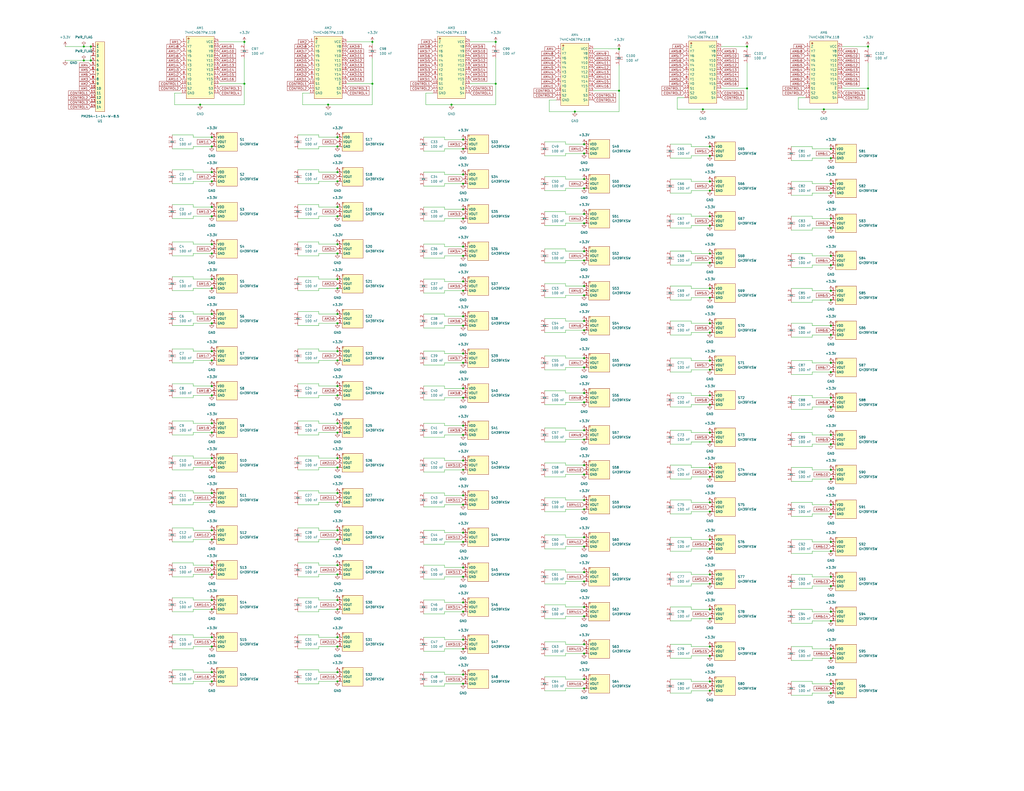
<source format=kicad_sch>
(kicad_sch (version 20250114) (generator "eeschema") (generator_version "9.0")
  (paper "C")
  (title_block (title "https://github.com/DumpsterDoofus/keyboard_accordion") (rev "0.2.0"))
  (junction (at 115.57 152.4))
  (junction (at 184.15 138.43))
  (junction (at 270.51 45.72))
  (junction (at 387.35 118.11))
  (junction (at 115.57 236.22))
  (junction (at 318.77 312.42))
  (junction (at 318.77 293.37))
  (junction (at 318.77 121.92))
  (junction (at 387.35 104.14))
  (junction (at 318.77 142.24))
  (junction (at 453.39 222.25))
  (junction (at 115.57 93.98))
  (junction (at 115.57 80.01))
  (junction (at 453.39 144.78))
  (junction (at 453.39 158.75))
  (junction (at 115.57 294.64))
  (junction (at 387.35 201.93))
  (junction (at 453.39 217.17))
  (junction (at 184.15 327.66))
  (junction (at 453.39 81.28))
  (junction (at 387.35 236.22))
  (junction (at 252.73 290.83))
  (junction (at 252.73 368.3))
  (junction (at 184.15 152.4))
  (junction (at 252.73 232.41))
  (junction (at 252.73 193.04))
  (junction (at 313.69 60.96))
  (junction (at 115.57 176.53))
  (junction (at 115.57 171.45))
  (junction (at 109.22 57.15))
  (junction (at 184.15 157.48))
  (junction (at 252.73 153.67))
  (junction (at 184.15 255.27))
  (junction (at 473.71 25.4))
  (junction (at 270.51 22.86))
  (junction (at 179.07 57.15))
  (junction (at 184.15 210.82))
  (junction (at 387.35 318.77))
  (junction (at 387.35 85.09))
  (junction (at 115.57 372.11))
  (junction (at 184.15 118.11))
  (junction (at 453.39 280.67))
  (junction (at 453.39 124.46))
  (junction (at 453.39 242.57))
  (junction (at 115.57 332.74))
  (junction (at 387.35 80.01))
  (junction (at 453.39 373.38))
  (junction (at 453.39 295.91))
  (junction (at 318.77 102.87))
  (junction (at 318.77 219.71))
  (junction (at 49.53 33.02))
  (junction (at 383.54 59.69))
  (junction (at 252.73 95.25))
  (junction (at 453.39 177.8))
  (junction (at 115.57 353.06))
  (junction (at 387.35 255.27))
  (junction (at 318.77 375.92))
  (junction (at 115.57 74.93))
  (junction (at 387.35 260.35))
  (junction (at 252.73 172.72))
  (junction (at 115.57 196.85))
  (junction (at 387.35 294.64))
  (junction (at 49.53 25.4))
  (junction (at 115.57 367.03))
  (junction (at 115.57 269.24))
  (junction (at 184.15 332.74))
  (junction (at 318.77 97.79))
  (junction (at 184.15 171.45))
  (junction (at 115.57 138.43))
  (junction (at 453.39 378.46))
  (junction (at 387.35 220.98))
  (junction (at 387.35 279.4))
  (junction (at 318.77 234.95))
  (junction (at 252.73 275.59))
  (junction (at 252.73 217.17))
  (junction (at 184.15 99.06))
  (junction (at 387.35 241.3))
  (junction (at 387.35 138.43))
  (junction (at 115.57 215.9))
  (junction (at 184.15 367.03))
  (junction (at 184.15 347.98))
  (junction (at 184.15 80.01))
  (junction (at 184.15 74.93))
  (junction (at 387.35 176.53))
  (junction (at 318.77 240.03))
  (junction (at 318.77 200.66))
  (junction (at 45.72 33.02))
  (junction (at 407.67 48.26))
  (junction (at 184.15 113.03))
  (junction (at 387.35 181.61))
  (junction (at 387.35 215.9))
  (junction (at 252.73 177.8))
  (junction (at 387.35 157.48))
  (junction (at 318.77 180.34))
  (junction (at 252.73 251.46))
  (junction (at 473.71 48.26))
  (junction (at 115.57 191.77))
  (junction (at 252.73 295.91))
  (junction (at 184.15 133.35))
  (junction (at 387.35 337.82))
  (junction (at 318.77 370.84))
  (junction (at 387.35 162.56))
  (junction (at 453.39 86.36))
  (junction (at 318.77 83.82))
  (junction (at 133.35 45.72))
  (junction (at 115.57 250.19))
  (junction (at 184.15 250.19))
  (junction (at 453.39 275.59))
  (junction (at 252.73 158.75))
  (junction (at 318.77 259.08))
  (junction (at 318.77 336.55))
  (junction (at 184.15 176.53))
  (junction (at 252.73 256.54))
  (junction (at 115.57 231.14))
  (junction (at 318.77 356.87))
  (junction (at 449.58 59.69))
  (junction (at 453.39 339.09))
  (junction (at 184.15 215.9))
  (junction (at 252.73 119.38))
  (junction (at 115.57 99.06))
  (junction (at 184.15 274.32))
  (junction (at 318.77 214.63))
  (junction (at 453.39 163.83))
  (junction (at 252.73 134.62))
  (junction (at 252.73 76.2))
  (junction (at 184.15 289.56))
  (junction (at 252.73 114.3))
  (junction (at 318.77 195.58))
  (junction (at 318.77 137.16))
  (junction (at 184.15 231.14))
  (junction (at 184.15 93.98))
  (junction (at 184.15 191.77))
  (junction (at 453.39 320.04))
  (junction (at 387.35 123.19))
  (junction (at 337.82 26.67))
  (junction (at 252.73 212.09))
  (junction (at 318.77 156.21))
  (junction (at 337.82 49.53))
  (junction (at 453.39 359.41))
  (junction (at 318.77 351.79))
  (junction (at 387.35 358.14))
  (junction (at 115.57 289.56))
  (junction (at 184.15 196.85))
  (junction (at 184.15 313.69))
  (junction (at 453.39 354.33))
  (junction (at 318.77 161.29))
  (junction (at 453.39 300.99))
  (junction (at 387.35 99.06))
  (junction (at 318.77 331.47))
  (junction (at 203.2 22.86))
  (junction (at 453.39 100.33))
  (junction (at 318.77 116.84))
  (junction (at 387.35 353.06))
  (junction (at 252.73 237.49))
  (junction (at 387.35 377.19))
  (junction (at 203.2 45.72))
  (junction (at 252.73 100.33))
  (junction (at 115.57 274.32))
  (junction (at 453.39 261.62))
  (junction (at 318.77 175.26))
  (junction (at 252.73 349.25))
  (junction (at 387.35 372.11))
  (junction (at 453.39 105.41))
  (junction (at 115.57 210.82))
  (junction (at 252.73 354.33))
  (junction (at 115.57 157.48))
  (junction (at 387.35 313.69))
  (junction (at 252.73 309.88))
  (junction (at 387.35 299.72))
  (junction (at 318.77 273.05))
  (junction (at 115.57 313.69))
  (junction (at 318.77 298.45))
  (junction (at 246.38 57.15))
  (junction (at 453.39 334.01))
  (junction (at 115.57 133.35))
  (junction (at 45.72 25.4))
  (junction (at 252.73 270.51))
  (junction (at 318.77 278.13))
  (junction (at 115.57 347.98))
  (junction (at 133.35 22.86))
  (junction (at 453.39 314.96))
  (junction (at 387.35 196.85))
  (junction (at 252.73 139.7))
  (junction (at 184.15 294.64))
  (junction (at 115.57 118.11))
  (junction (at 318.77 254))
  (junction (at 407.67 25.4))
  (junction (at 184.15 236.22))
  (junction (at 453.39 256.54))
  (junction (at 252.73 373.38))
  (junction (at 387.35 143.51))
  (junction (at 453.39 198.12))
  (junction (at 453.39 182.88))
  (junction (at 184.15 269.24))
  (junction (at 252.73 328.93))
  (junction (at 318.77 317.5))
  (junction (at 115.57 255.27))
  (junction (at 184.15 308.61))
  (junction (at 453.39 203.2))
  (junction (at 387.35 332.74))
  (junction (at 115.57 327.66))
  (junction (at 453.39 119.38))
  (junction (at 453.39 237.49))
  (junction (at 184.15 353.06))
  (junction (at 184.15 372.11))
  (junction (at 115.57 308.61))
  (junction (at 252.73 334.01))
  (junction (at 252.73 198.12))
  (junction (at 252.73 314.96))
  (junction (at 115.57 113.03))
  (junction (at 252.73 81.28))
  (junction (at 387.35 274.32))
  (junction (at 318.77 78.74))
  (junction (at 453.39 139.7))
  (wire (pts (xy 242.57 257.81) (xy 242.57 256.54)))
  (wire (pts (xy 231.14 113.03) (xy 242.57 113.03)))
  (wire (pts (xy 337.82 35.56) (xy 337.82 49.53)))
  (wire (pts (xy 231.14 120.65) (xy 242.57 120.65)))
  (wire (pts (xy 162.56 139.7) (xy 173.99 139.7)))
  (wire (pts (xy 173.99 289.56) (xy 184.15 289.56)))
  (wire (pts (xy 297.18 377.19) (xy 308.61 377.19)))
  (wire (pts (xy 162.56 365.76) (xy 173.99 365.76)))
  (wire (pts (xy 443.23 280.67) (xy 453.39 280.67)))
  (wire (pts (xy 231.14 140.97) (xy 242.57 140.97)))
  (wire (pts (xy 297.18 154.94) (xy 308.61 154.94)))
  (wire (pts (xy 231.14 199.39) (xy 242.57 199.39)))
  (wire (pts (xy 242.57 171.45) (xy 242.57 172.72)))
  (wire (pts (xy 232.41 50.8) (xy 232.41 57.15)))
  (wire (pts (xy 377.19 320.04) (xy 377.19 318.77)))
  (wire (pts (xy 297.18 311.15) (xy 308.61 311.15)))
  (wire (pts (xy 93.98 365.76) (xy 105.41 365.76)))
  (wire (pts (xy 231.14 238.76) (xy 242.57 238.76)))
  (wire (pts (xy 231.14 82.55) (xy 242.57 82.55)))
  (wire (pts (xy 377.19 203.2) (xy 377.19 201.93)))
  (wire (pts (xy 173.99 347.98) (xy 184.15 347.98)))
  (wire (pts (xy 109.22 57.15) (xy 133.35 57.15)))
  (wire (pts (xy 105.41 308.61) (xy 115.57 308.61)))
  (wire (pts (xy 242.57 93.98) (xy 242.57 95.25)))
  (wire (pts (xy 173.99 308.61) (xy 184.15 308.61)))
  (wire (pts (xy 256.54 22.86) (xy 270.51 22.86)))
  (wire (pts (xy 383.54 59.69) (xy 407.67 59.69)))
  (wire (pts (xy 308.61 200.66) (xy 318.77 200.66)))
  (wire (pts (xy 377.19 280.67) (xy 377.19 279.4)))
  (wire (pts (xy 105.41 209.55) (xy 105.41 210.82)))
  (wire (pts (xy 173.99 269.24) (xy 184.15 269.24)))
  (wire (pts (xy 297.18 104.14) (xy 308.61 104.14)))
  (wire (pts (xy 105.41 92.71) (xy 105.41 93.98)))
  (wire (pts (xy 173.99 248.92) (xy 173.99 250.19)))
  (wire (pts (xy 173.99 332.74) (xy 184.15 332.74)))
  (wire (pts (xy 242.57 335.28) (xy 242.57 334.01)))
  (wire (pts (xy 105.41 93.98) (xy 115.57 93.98)))
  (wire (pts (xy 443.23 203.2) (xy 453.39 203.2)))
  (wire (pts (xy 105.41 190.5) (xy 105.41 191.77)))
  (wire (pts (xy 231.14 179.07) (xy 242.57 179.07)))
  (wire (pts (xy 297.18 85.09) (xy 308.61 85.09)))
  (wire (pts (xy 443.23 138.43) (xy 443.23 139.7)))
  (wire (pts (xy 105.41 217.17) (xy 105.41 215.9)))
  (wire (pts (xy 459.74 48.26) (xy 473.71 48.26)))
  (wire (pts (xy 242.57 290.83) (xy 252.73 290.83)))
  (wire (pts (xy 297.18 252.73) (xy 308.61 252.73)))
  (wire (pts (xy 173.99 191.77) (xy 184.15 191.77)))
  (wire (pts (xy 162.56 248.92) (xy 173.99 248.92)))
  (wire (pts (xy 173.99 80.01) (xy 184.15 80.01)))
  (wire (pts (xy 365.76 214.63) (xy 377.19 214.63)))
  (wire (pts (xy 231.14 133.35) (xy 242.57 133.35)))
  (wire (pts (xy 173.99 274.32) (xy 184.15 274.32)))
  (wire (pts (xy 162.56 295.91) (xy 173.99 295.91)))
  (wire (pts (xy 105.41 215.9) (xy 115.57 215.9)))
  (wire (pts (xy 365.76 331.47) (xy 377.19 331.47)))
  (wire (pts (xy 242.57 256.54) (xy 252.73 256.54)))
  (wire (pts (xy 443.23 146.05) (xy 443.23 144.78)))
  (wire (pts (xy 377.19 312.42) (xy 377.19 313.69)))
  (wire (pts (xy 231.14 308.61) (xy 242.57 308.61)))
  (wire (pts (xy 242.57 177.8) (xy 252.73 177.8)))
  (wire (pts (xy 162.56 190.5) (xy 173.99 190.5)))
  (wire (pts (xy 431.8 372.11) (xy 443.23 372.11)))
  (wire (pts (xy 173.99 236.22) (xy 184.15 236.22)))
  (wire (pts (xy 95.25 57.15) (xy 109.22 57.15)))
  (wire (pts (xy 443.23 125.73) (xy 443.23 124.46)))
  (wire (pts (xy 297.18 337.82) (xy 308.61 337.82)))
  (wire (pts (xy 377.19 299.72) (xy 387.35 299.72)))
  (wire (pts (xy 93.98 92.71) (xy 105.41 92.71)))
  (wire (pts (xy 173.99 118.11) (xy 184.15 118.11)))
  (wire (pts (xy 431.8 165.1) (xy 443.23 165.1)))
  (wire (pts (xy 242.57 232.41) (xy 252.73 232.41)))
  (wire (pts (xy 105.41 327.66) (xy 115.57 327.66)))
  (wire (pts (xy 365.76 203.2) (xy 377.19 203.2)))
  (wire (pts (xy 93.98 229.87) (xy 105.41 229.87)))
  (wire (pts (xy 443.23 332.74) (xy 443.23 334.01)))
  (wire (pts (xy 377.19 104.14) (xy 387.35 104.14)))
  (wire (pts (xy 449.58 59.69) (xy 473.71 59.69)))
  (wire (pts (xy 308.61 137.16) (xy 318.77 137.16)))
  (wire (pts (xy 162.56 354.33) (xy 173.99 354.33)))
  (wire (pts (xy 105.41 118.11) (xy 115.57 118.11)))
  (wire (pts (xy 308.61 175.26) (xy 318.77 175.26)))
  (wire (pts (xy 105.41 191.77) (xy 115.57 191.77)))
  (wire (pts (xy 297.18 162.56) (xy 308.61 162.56)))
  (wire (pts (xy 173.99 237.49) (xy 173.99 236.22)))
  (wire (pts (xy 256.54 45.72) (xy 270.51 45.72)))
  (wire (pts (xy 443.23 314.96) (xy 453.39 314.96)))
  (wire (pts (xy 270.51 24.13) (xy 270.51 22.86)))
  (wire (pts (xy 431.8 255.27) (xy 443.23 255.27)))
  (wire (pts (xy 93.98 198.12) (xy 105.41 198.12)))
  (wire (pts (xy 173.99 288.29) (xy 173.99 289.56)))
  (wire (pts (xy 242.57 193.04) (xy 252.73 193.04)))
  (wire (pts (xy 231.14 355.6) (xy 242.57 355.6)))
  (wire (pts (xy 443.23 353.06) (xy 443.23 354.33)))
  (wire (pts (xy 373.38 53.34) (xy 369.57 53.34)))
  (wire (pts (xy 162.56 314.96) (xy 173.99 314.96)))
  (wire (pts (xy 93.98 248.92) (xy 105.41 248.92)))
  (wire (pts (xy 431.8 215.9) (xy 443.23 215.9)))
  (wire (pts (xy 242.57 76.2) (xy 252.73 76.2)))
  (wire (pts (xy 105.41 171.45) (xy 115.57 171.45)))
  (wire (pts (xy 377.19 80.01) (xy 387.35 80.01)))
  (wire (pts (xy 93.98 158.75) (xy 105.41 158.75)))
  (wire (pts (xy 173.99 231.14) (xy 184.15 231.14)))
  (wire (pts (xy 443.23 236.22) (xy 443.23 237.49)))
  (wire (pts (xy 377.19 85.09) (xy 387.35 85.09)))
  (wire (pts (xy 105.41 177.8) (xy 105.41 176.53)))
  (wire (pts (xy 308.61 77.47) (xy 308.61 78.74)))
  (wire (pts (xy 173.99 313.69) (xy 184.15 313.69)))
  (wire (pts (xy 93.98 119.38) (xy 105.41 119.38)))
  (wire (pts (xy 407.67 26.67) (xy 407.67 25.4)))
  (wire (pts (xy 431.8 321.31) (xy 443.23 321.31)))
  (wire (pts (xy 93.98 314.96) (xy 105.41 314.96)))
  (wire (pts (xy 105.41 255.27) (xy 115.57 255.27)))
  (wire (pts (xy 95.25 50.8) (xy 95.25 57.15)))
  (wire (pts (xy 105.41 275.59) (xy 105.41 274.32)))
  (wire (pts (xy 431.8 313.69) (xy 443.23 313.69)))
  (wire (pts (xy 377.19 242.57) (xy 377.19 241.3)))
  (wire (pts (xy 162.56 237.49) (xy 173.99 237.49)))
  (wire (pts (xy 435.61 53.34) (xy 435.61 59.69)))
  (wire (pts (xy 173.99 229.87) (xy 173.99 231.14)))
  (wire (pts (xy 173.99 119.38) (xy 173.99 118.11)))
  (wire (pts (xy 308.61 260.35) (xy 308.61 259.08)))
  (wire (pts (xy 431.8 157.48) (xy 443.23 157.48)))
  (wire (pts (xy 173.99 314.96) (xy 173.99 313.69)))
  (wire (pts (xy 231.14 93.98) (xy 242.57 93.98)))
  (wire (pts (xy 365.76 116.84) (xy 377.19 116.84)))
  (wire (pts (xy 431.8 243.84) (xy 443.23 243.84)))
  (wire (pts (xy 242.57 74.93) (xy 242.57 76.2)))
  (wire (pts (xy 231.14 218.44) (xy 242.57 218.44)))
  (wire (pts (xy 173.99 176.53) (xy 184.15 176.53)))
  (wire (pts (xy 162.56 326.39) (xy 173.99 326.39)))
  (wire (pts (xy 242.57 289.56) (xy 242.57 290.83)))
  (wire (pts (xy 93.98 288.29) (xy 105.41 288.29)))
  (wire (pts (xy 377.19 260.35) (xy 387.35 260.35)))
  (wire (pts (xy 308.61 195.58) (xy 318.77 195.58)))
  (wire (pts (xy 105.41 295.91) (xy 105.41 294.64)))
  (wire (pts (xy 308.61 156.21) (xy 318.77 156.21)))
  (wire (pts (xy 189.23 45.72) (xy 203.2 45.72)))
  (wire (pts (xy 242.57 355.6) (xy 242.57 354.33)))
  (wire (pts (xy 231.14 276.86) (xy 242.57 276.86)))
  (wire (pts (xy 93.98 354.33) (xy 105.41 354.33)))
  (wire (pts (xy 105.41 236.22) (xy 115.57 236.22)))
  (wire (pts (xy 242.57 140.97) (xy 242.57 139.7)))
  (wire (pts (xy 443.23 320.04) (xy 453.39 320.04)))
  (wire (pts (xy 308.61 201.93) (xy 308.61 200.66)))
  (wire (pts (xy 242.57 251.46) (xy 252.73 251.46)))
  (wire (pts (xy 173.99 250.19) (xy 184.15 250.19)))
  (wire (pts (xy 443.23 196.85) (xy 443.23 198.12)))
  (wire (pts (xy 443.23 87.63) (xy 443.23 86.36)))
  (wire (pts (xy 308.61 337.82) (xy 308.61 336.55)))
  (wire (pts (xy 297.18 299.72) (xy 308.61 299.72)))
  (wire (pts (xy 105.41 210.82) (xy 115.57 210.82)))
  (wire (pts (xy 242.57 82.55) (xy 242.57 81.28)))
  (wire (pts (xy 308.61 173.99) (xy 308.61 175.26)))
  (wire (pts (xy 431.8 223.52) (xy 443.23 223.52)))
  (wire (pts (xy 308.61 271.78) (xy 308.61 273.05)))
  (wire (pts (xy 377.19 300.99) (xy 377.19 299.72)))
  (wire (pts (xy 173.99 100.33) (xy 173.99 99.06)))
  (wire (pts (xy 308.61 181.61) (xy 308.61 180.34)))
  (wire (pts (xy 93.98 111.76) (xy 105.41 111.76)))
  (wire (pts (xy 173.99 255.27) (xy 184.15 255.27)))
  (wire (pts (xy 308.61 135.89) (xy 308.61 137.16)))
  (wire (pts (xy 431.8 138.43) (xy 443.23 138.43)))
  (wire (pts (xy 162.56 334.01) (xy 173.99 334.01)))
  (wire (pts (xy 270.51 45.72) (xy 270.51 57.15)))
  (wire (pts (xy 242.57 101.6) (xy 242.57 100.33)))
  (wire (pts (xy 365.76 163.83) (xy 377.19 163.83)))
  (wire (pts (xy 365.76 97.79) (xy 377.19 97.79)))
  (wire (pts (xy 231.14 74.93) (xy 242.57 74.93)))
  (wire (pts (xy 93.98 217.17) (xy 105.41 217.17)))
  (wire (pts (xy 93.98 334.01) (xy 105.41 334.01)))
  (wire (pts (xy 45.72 33.02) (xy 49.53 33.02)))
  (wire (pts (xy 377.19 118.11) (xy 387.35 118.11)))
  (wire (pts (xy 173.99 373.38) (xy 173.99 372.11)))
  (wire (pts (xy 323.85 49.53) (xy 337.82 49.53)))
  (wire (pts (xy 431.8 294.64) (xy 443.23 294.64)))
  (wire (pts (xy 173.99 74.93) (xy 184.15 74.93)))
  (wire (pts (xy 377.19 351.79) (xy 377.19 353.06)))
  (wire (pts (xy 173.99 190.5) (xy 173.99 191.77)))
  (wire (pts (xy 308.61 115.57) (xy 308.61 116.84)))
  (wire (pts (xy 242.57 100.33) (xy 252.73 100.33)))
  (wire (pts (xy 377.19 372.11) (xy 387.35 372.11)))
  (wire (pts (xy 93.98 267.97) (xy 105.41 267.97)))
  (wire (pts (xy 431.8 106.68) (xy 443.23 106.68)))
  (wire (pts (xy 377.19 144.78) (xy 377.19 143.51)))
  (wire (pts (xy 133.35 45.72) (xy 133.35 57.15)))
  (wire (pts (xy 443.23 144.78) (xy 453.39 144.78)))
  (wire (pts (xy 431.8 146.05) (xy 443.23 146.05)))
  (wire (pts (xy 449.58 59.69) (xy 435.61 59.69)))
  (wire (pts (xy 443.23 86.36) (xy 453.39 86.36)))
  (wire (pts (xy 308.61 351.79) (xy 318.77 351.79)))
  (wire (pts (xy 105.41 267.97) (xy 105.41 269.24)))
  (wire (pts (xy 231.14 210.82) (xy 242.57 210.82)))
  (wire (pts (xy 303.53 54.61) (xy 299.72 54.61)))
  (wire (pts (xy 377.19 182.88) (xy 377.19 181.61)))
  (wire (pts (xy 105.41 73.66) (xy 105.41 74.93)))
  (wire (pts (xy 165.1 50.8) (xy 165.1 57.15)))
  (wire (pts (xy 365.76 351.79) (xy 377.19 351.79)))
  (wire (pts (xy 119.38 45.72) (xy 133.35 45.72)))
  (wire (pts (xy 162.56 100.33) (xy 173.99 100.33)))
  (wire (pts (xy 162.56 267.97) (xy 173.99 267.97)))
  (wire (pts (xy 308.61 102.87) (xy 318.77 102.87)))
  (wire (pts (xy 308.61 273.05) (xy 318.77 273.05)))
  (wire (pts (xy 93.98 209.55) (xy 105.41 209.55)))
  (wire (pts (xy 431.8 125.73) (xy 443.23 125.73)))
  (wire (pts (xy 270.51 31.75) (xy 270.51 45.72)))
  (wire (pts (xy 119.38 22.86) (xy 133.35 22.86)))
  (wire (pts (xy 407.67 48.26) (xy 407.67 59.69)))
  (wire (pts (xy 242.57 133.35) (xy 242.57 134.62)))
  (wire (pts (xy 431.8 340.36) (xy 443.23 340.36)))
  (wire (pts (xy 443.23 217.17) (xy 453.39 217.17)))
  (wire (pts (xy 162.56 275.59) (xy 173.99 275.59)))
  (wire (pts (xy 377.19 86.36) (xy 377.19 85.09)))
  (wire (pts (xy 93.98 190.5) (xy 105.41 190.5)))
  (wire (pts (xy 231.14 250.19) (xy 242.57 250.19)))
  (wire (pts (xy 105.41 132.08) (xy 105.41 133.35)))
  (wire (pts (xy 105.41 176.53) (xy 115.57 176.53)))
  (wire (pts (xy 443.23 184.15) (xy 443.23 182.88)))
  (wire (pts (xy 105.41 256.54) (xy 105.41 255.27)))
  (wire (pts (xy 242.57 237.49) (xy 252.73 237.49)))
  (wire (pts (xy 105.41 332.74) (xy 115.57 332.74)))
  (wire (pts (xy 242.57 153.67) (xy 252.73 153.67)))
  (wire (pts (xy 179.07 57.15) (xy 165.1 57.15)))
  (wire (pts (xy 231.14 191.77) (xy 242.57 191.77)))
  (wire (pts (xy 308.61 121.92) (xy 318.77 121.92)))
  (wire (pts (xy 308.61 194.31) (xy 308.61 195.58)))
  (wire (pts (xy 93.98 132.08) (xy 105.41 132.08)))
  (wire (pts (xy 35.56 25.4) (xy 45.72 25.4)))
  (wire (pts (xy 173.99 210.82) (xy 184.15 210.82)))
  (wire (pts (xy 377.19 215.9) (xy 387.35 215.9)))
  (wire (pts (xy 308.61 241.3) (xy 308.61 240.03)))
  (wire (pts (xy 443.23 373.38) (xy 453.39 373.38)))
  (wire (pts (xy 308.61 292.1) (xy 308.61 293.37)))
  (wire (pts (xy 308.61 331.47) (xy 318.77 331.47)))
  (wire (pts (xy 105.41 289.56) (xy 115.57 289.56)))
  (wire (pts (xy 443.23 81.28) (xy 453.39 81.28)))
  (wire (pts (xy 105.41 294.64) (xy 115.57 294.64)))
  (wire (pts (xy 308.61 85.09) (xy 308.61 83.82)))
  (wire (pts (xy 377.19 293.37) (xy 377.19 294.64)))
  (wire (pts (xy 377.19 156.21) (xy 377.19 157.48)))
  (wire (pts (xy 443.23 243.84) (xy 443.23 242.57)))
  (wire (pts (xy 173.99 209.55) (xy 173.99 210.82)))
  (wire (pts (xy 297.18 241.3) (xy 308.61 241.3)))
  (wire (pts (xy 443.23 334.01) (xy 453.39 334.01)))
  (wire (pts (xy 377.19 222.25) (xy 377.19 220.98)))
  (wire (pts (xy 443.23 163.83) (xy 453.39 163.83)))
  (wire (pts (xy 105.41 353.06) (xy 115.57 353.06)))
  (wire (pts (xy 93.98 177.8) (xy 105.41 177.8)))
  (wire (pts (xy 377.19 261.62) (xy 377.19 260.35)))
  (wire (pts (xy 173.99 327.66) (xy 184.15 327.66)))
  (wire (pts (xy 443.23 294.64) (xy 443.23 295.91)))
  (wire (pts (xy 443.23 378.46) (xy 453.39 378.46)))
  (wire (pts (xy 377.19 176.53) (xy 387.35 176.53)))
  (wire (pts (xy 236.22 50.8) (xy 232.41 50.8)))
  (wire (pts (xy 443.23 302.26) (xy 443.23 300.99)))
  (wire (pts (xy 93.98 139.7) (xy 105.41 139.7)))
  (wire (pts (xy 473.71 48.26) (xy 473.71 59.69)))
  (wire (pts (xy 162.56 170.18) (xy 173.99 170.18)))
  (wire (pts (xy 377.19 377.19) (xy 387.35 377.19)))
  (wire (pts (xy 242.57 139.7) (xy 252.73 139.7)))
  (wire (pts (xy 365.76 339.09) (xy 377.19 339.09)))
  (wire (pts (xy 377.19 358.14) (xy 387.35 358.14)))
  (wire (pts (xy 242.57 374.65) (xy 242.57 373.38)))
  (wire (pts (xy 105.41 229.87) (xy 105.41 231.14)))
  (wire (pts (xy 93.98 295.91) (xy 105.41 295.91)))
  (wire (pts (xy 173.99 151.13) (xy 173.99 152.4)))
  (wire (pts (xy 377.19 214.63) (xy 377.19 215.9)))
  (wire (pts (xy 313.69 60.96) (xy 337.82 60.96)))
  (wire (pts (xy 443.23 360.68) (xy 443.23 359.41)))
  (wire (pts (xy 308.61 104.14) (xy 308.61 102.87)))
  (wire (pts (xy 133.35 31.75) (xy 133.35 45.72)))
  (wire (pts (xy 93.98 326.39) (xy 105.41 326.39)))
  (wire (pts (xy 231.14 171.45) (xy 242.57 171.45)))
  (wire (pts (xy 443.23 372.11) (xy 443.23 373.38)))
  (wire (pts (xy 242.57 160.02) (xy 242.57 158.75)))
  (wire (pts (xy 231.14 152.4) (xy 242.57 152.4)))
  (wire (pts (xy 377.19 220.98) (xy 387.35 220.98)))
  (wire (pts (xy 173.99 158.75) (xy 173.99 157.48)))
  (wire (pts (xy 173.99 295.91) (xy 173.99 294.64)))
  (wire (pts (xy 297.18 173.99) (xy 308.61 173.99)))
  (wire (pts (xy 242.57 172.72) (xy 252.73 172.72)))
  (wire (pts (xy 377.19 137.16) (xy 377.19 138.43)))
  (wire (pts (xy 242.57 328.93) (xy 252.73 328.93)))
  (wire (pts (xy 443.23 354.33) (xy 453.39 354.33)))
  (wire (pts (xy 93.98 373.38) (xy 105.41 373.38)))
  (wire (pts (xy 242.57 191.77) (xy 242.57 193.04)))
  (wire (pts (xy 231.14 335.28) (xy 242.57 335.28)))
  (wire (pts (xy 173.99 92.71) (xy 173.99 93.98)))
  (wire (pts (xy 443.23 313.69) (xy 443.23 314.96)))
  (wire (pts (xy 105.41 139.7) (xy 105.41 138.43)))
  (wire (pts (xy 365.76 273.05) (xy 377.19 273.05)))
  (wire (pts (xy 297.18 350.52) (xy 308.61 350.52)))
  (wire (pts (xy 105.41 152.4) (xy 115.57 152.4)))
  (wire (pts (xy 231.14 374.65) (xy 242.57 374.65)))
  (wire (pts (xy 203.2 31.75) (xy 203.2 45.72)))
  (wire (pts (xy 443.23 124.46) (xy 453.39 124.46)))
  (wire (pts (xy 242.57 314.96) (xy 252.73 314.96)))
  (wire (pts (xy 173.99 139.7) (xy 173.99 138.43)))
  (wire (pts (xy 297.18 271.78) (xy 308.61 271.78)))
  (wire (pts (xy 242.57 309.88) (xy 252.73 309.88)))
  (wire (pts (xy 431.8 99.06) (xy 443.23 99.06)))
  (wire (pts (xy 308.61 240.03) (xy 318.77 240.03)))
  (wire (pts (xy 231.14 269.24) (xy 242.57 269.24)))
  (wire (pts (xy 105.41 269.24) (xy 115.57 269.24)))
  (wire (pts (xy 443.23 255.27) (xy 443.23 256.54)))
  (wire (pts (xy 231.14 257.81) (xy 242.57 257.81)))
  (wire (pts (xy 443.23 321.31) (xy 443.23 320.04)))
  (wire (pts (xy 173.99 275.59) (xy 173.99 274.32)))
  (wire (pts (xy 242.57 217.17) (xy 252.73 217.17)))
  (wire (pts (xy 365.76 359.41) (xy 377.19 359.41)))
  (wire (pts (xy 242.57 334.01) (xy 252.73 334.01)))
  (wire (pts (xy 431.8 262.89) (xy 443.23 262.89)))
  (wire (pts (xy 308.61 293.37) (xy 318.77 293.37)))
  (wire (pts (xy 443.23 119.38) (xy 453.39 119.38)))
  (wire (pts (xy 308.61 375.92) (xy 318.77 375.92)))
  (wire (pts (xy 377.19 337.82) (xy 387.35 337.82)))
  (wire (pts (xy 105.41 347.98) (xy 115.57 347.98)))
  (wire (pts (xy 105.41 326.39) (xy 105.41 327.66)))
  (wire (pts (xy 383.54 59.69) (xy 369.57 59.69)))
  (wire (pts (xy 173.99 113.03) (xy 184.15 113.03)))
  (wire (pts (xy 173.99 367.03) (xy 184.15 367.03)))
  (wire (pts (xy 377.19 162.56) (xy 387.35 162.56)))
  (wire (pts (xy 365.76 182.88) (xy 377.19 182.88)))
  (wire (pts (xy 105.41 346.71) (xy 105.41 347.98)))
  (wire (pts (xy 105.41 372.11) (xy 115.57 372.11)))
  (wire (pts (xy 99.06 50.8) (xy 95.25 50.8)))
  (wire (pts (xy 105.41 99.06) (xy 115.57 99.06)))
  (wire (pts (xy 105.41 367.03) (xy 115.57 367.03)))
  (wire (pts (xy 443.23 100.33) (xy 453.39 100.33)))
  (wire (pts (xy 173.99 198.12) (xy 173.99 196.85)))
  (wire (pts (xy 443.23 99.06) (xy 443.23 100.33)))
  (wire (pts (xy 365.76 312.42) (xy 377.19 312.42)))
  (wire (pts (xy 242.57 368.3) (xy 252.73 368.3)))
  (wire (pts (xy 365.76 261.62) (xy 377.19 261.62)))
  (wire (pts (xy 443.23 118.11) (xy 443.23 119.38)))
  (wire (pts (xy 242.57 114.3) (xy 252.73 114.3)))
  (wire (pts (xy 297.18 77.47) (xy 308.61 77.47)))
  (wire (pts (xy 308.61 220.98) (xy 308.61 219.71)))
  (wire (pts (xy 308.61 278.13) (xy 318.77 278.13)))
  (wire (pts (xy 443.23 106.68) (xy 443.23 105.41)))
  (wire (pts (xy 459.74 25.4) (xy 473.71 25.4)))
  (wire (pts (xy 308.61 142.24) (xy 318.77 142.24)))
  (wire (pts (xy 242.57 81.28) (xy 252.73 81.28)))
  (wire (pts (xy 105.41 196.85) (xy 115.57 196.85)))
  (wire (pts (xy 377.19 378.46) (xy 377.19 377.19)))
  (wire (pts (xy 168.91 50.8) (xy 165.1 50.8)))
  (wire (pts (xy 308.61 358.14) (xy 308.61 356.87)))
  (wire (pts (xy 162.56 217.17) (xy 173.99 217.17)))
  (wire (pts (xy 242.57 316.23) (xy 242.57 314.96)))
  (wire (pts (xy 308.61 252.73) (xy 308.61 254)))
  (wire (pts (xy 297.18 279.4) (xy 308.61 279.4)))
  (wire (pts (xy 49.53 30.48) (xy 49.53 33.02)))
  (wire (pts (xy 173.99 73.66) (xy 173.99 74.93)))
  (wire (pts (xy 431.8 118.11) (xy 443.23 118.11)))
  (wire (pts (xy 242.57 354.33) (xy 252.73 354.33)))
  (wire (pts (xy 365.76 293.37) (xy 377.19 293.37)))
  (wire (pts (xy 443.23 242.57) (xy 453.39 242.57)))
  (wire (pts (xy 231.14 297.18) (xy 242.57 297.18)))
  (wire (pts (xy 242.57 199.39) (xy 242.57 198.12)))
  (wire (pts (xy 242.57 179.07) (xy 242.57 177.8)))
  (wire (pts (xy 377.19 241.3) (xy 387.35 241.3)))
  (wire (pts (xy 377.19 143.51) (xy 387.35 143.51)))
  (wire (pts (xy 393.7 25.4) (xy 407.67 25.4)))
  (wire (pts (xy 377.19 97.79) (xy 377.19 99.06)))
  (wire (pts (xy 133.35 24.13) (xy 133.35 22.86)))
  (wire (pts (xy 297.18 220.98) (xy 308.61 220.98)))
  (wire (pts (xy 242.57 347.98) (xy 242.57 349.25)))
  (wire (pts (xy 105.41 100.33) (xy 105.41 99.06)))
  (wire (pts (xy 365.76 300.99) (xy 377.19 300.99)))
  (wire (pts (xy 162.56 132.08) (xy 173.99 132.08)))
  (wire (pts (xy 162.56 346.71) (xy 173.99 346.71)))
  (wire (pts (xy 377.19 353.06) (xy 387.35 353.06)))
  (wire (pts (xy 443.23 256.54) (xy 453.39 256.54)))
  (wire (pts (xy 231.14 316.23) (xy 242.57 316.23)))
  (wire (pts (xy 377.19 99.06) (xy 387.35 99.06)))
  (wire (pts (xy 162.56 81.28) (xy 173.99 81.28)))
  (wire (pts (xy 242.57 210.82) (xy 242.57 212.09)))
  (wire (pts (xy 242.57 198.12) (xy 252.73 198.12)))
  (wire (pts (xy 377.19 332.74) (xy 387.35 332.74)))
  (wire (pts (xy 173.99 334.01) (xy 173.99 332.74)))
  (wire (pts (xy 242.57 270.51) (xy 252.73 270.51)))
  (wire (pts (xy 431.8 196.85) (xy 443.23 196.85)))
  (wire (pts (xy 242.57 275.59) (xy 252.73 275.59)))
  (wire (pts (xy 105.41 231.14) (xy 115.57 231.14)))
  (wire (pts (xy 337.82 49.53) (xy 337.82 60.96)))
  (wire (pts (xy 162.56 229.87) (xy 173.99 229.87)))
  (wire (pts (xy 162.56 111.76) (xy 173.99 111.76)))
  (wire (pts (xy 162.56 92.71) (xy 173.99 92.71)))
  (wire (pts (xy 93.98 256.54) (xy 105.41 256.54)))
  (wire (pts (xy 377.19 116.84) (xy 377.19 118.11)))
  (wire (pts (xy 242.57 95.25) (xy 252.73 95.25)))
  (wire (pts (xy 377.19 359.41) (xy 377.19 358.14)))
  (wire (pts (xy 377.19 195.58) (xy 377.19 196.85)))
  (wire (pts (xy 308.61 370.84) (xy 318.77 370.84)))
  (wire (pts (xy 105.41 157.48) (xy 115.57 157.48)))
  (wire (pts (xy 173.99 99.06) (xy 184.15 99.06)))
  (wire (pts (xy 299.72 54.61) (xy 299.72 60.96)))
  (wire (pts (xy 173.99 93.98) (xy 184.15 93.98)))
  (wire (pts (xy 313.69 60.96) (xy 299.72 60.96)))
  (wire (pts (xy 443.23 222.25) (xy 453.39 222.25)))
  (wire (pts (xy 377.19 105.41) (xy 377.19 104.14)))
  (wire (pts (xy 173.99 256.54) (xy 173.99 255.27)))
  (wire (pts (xy 297.18 194.31) (xy 308.61 194.31)))
  (wire (pts (xy 162.56 256.54) (xy 173.99 256.54)))
  (wire (pts (xy 105.41 314.96) (xy 105.41 313.69)))
  (wire (pts (xy 203.2 24.13) (xy 203.2 22.86)))
  (wire (pts (xy 377.19 236.22) (xy 387.35 236.22)))
  (wire (pts (xy 242.57 134.62) (xy 252.73 134.62)))
  (wire (pts (xy 431.8 80.01) (xy 443.23 80.01)))
  (wire (pts (xy 431.8 332.74) (xy 443.23 332.74)))
  (wire (pts (xy 105.41 81.28) (xy 105.41 80.01)))
  (wire (pts (xy 308.61 162.56) (xy 308.61 161.29)))
  (wire (pts (xy 431.8 176.53) (xy 443.23 176.53)))
  (wire (pts (xy 308.61 299.72) (xy 308.61 298.45)))
  (wire (pts (xy 308.61 298.45) (xy 318.77 298.45)))
  (wire (pts (xy 377.19 157.48) (xy 387.35 157.48)))
  (wire (pts (xy 93.98 346.71) (xy 105.41 346.71)))
  (wire (pts (xy 365.76 105.41) (xy 377.19 105.41)))
  (wire (pts (xy 231.14 101.6) (xy 242.57 101.6)))
  (wire (pts (xy 173.99 354.33) (xy 173.99 353.06)))
  (wire (pts (xy 242.57 349.25) (xy 252.73 349.25)))
  (wire (pts (xy 231.14 347.98) (xy 242.57 347.98)))
  (wire (pts (xy 443.23 359.41) (xy 453.39 359.41)))
  (wire (pts (xy 377.19 318.77) (xy 387.35 318.77)))
  (wire (pts (xy 242.57 231.14) (xy 242.57 232.41)))
  (wire (pts (xy 231.14 327.66) (xy 242.57 327.66)))
  (wire (pts (xy 242.57 120.65) (xy 242.57 119.38)))
  (wire (pts (xy 105.41 248.92) (xy 105.41 250.19)))
  (wire (pts (xy 105.41 170.18) (xy 105.41 171.45)))
  (wire (pts (xy 162.56 177.8) (xy 173.99 177.8)))
  (wire (pts (xy 173.99 133.35) (xy 184.15 133.35)))
  (wire (pts (xy 162.56 288.29) (xy 173.99 288.29)))
  (wire (pts (xy 297.18 213.36) (xy 308.61 213.36)))
  (wire (pts (xy 377.19 313.69) (xy 387.35 313.69)))
  (wire (pts (xy 173.99 307.34) (xy 173.99 308.61)))
  (wire (pts (xy 308.61 369.57) (xy 308.61 370.84)))
  (wire (pts (xy 377.19 294.64) (xy 387.35 294.64)))
  (wire (pts (xy 365.76 144.78) (xy 377.19 144.78)))
  (wire (pts (xy 246.38 57.15) (xy 232.41 57.15)))
  (wire (pts (xy 365.76 254) (xy 377.19 254)))
  (wire (pts (xy 162.56 307.34) (xy 173.99 307.34)))
  (wire (pts (xy 297.18 143.51) (xy 308.61 143.51)))
  (wire (pts (xy 173.99 170.18) (xy 173.99 171.45)))
  (wire (pts (xy 173.99 267.97) (xy 173.99 269.24)))
  (wire (pts (xy 308.61 123.19) (xy 308.61 121.92)))
  (wire (pts (xy 162.56 198.12) (xy 173.99 198.12)))
  (wire (pts (xy 443.23 198.12) (xy 453.39 198.12)))
  (wire (pts (xy 162.56 209.55) (xy 173.99 209.55)))
  (wire (pts (xy 377.19 370.84) (xy 377.19 372.11)))
  (wire (pts (xy 365.76 320.04) (xy 377.19 320.04)))
  (wire (pts (xy 173.99 138.43) (xy 184.15 138.43)))
  (wire (pts (xy 365.76 195.58) (xy 377.19 195.58)))
  (wire (pts (xy 443.23 165.1) (xy 443.23 163.83)))
  (wire (pts (xy 105.41 237.49) (xy 105.41 236.22)))
  (wire (pts (xy 297.18 292.1) (xy 308.61 292.1)))
  (wire (pts (xy 242.57 218.44) (xy 242.57 217.17)))
  (wire (pts (xy 431.8 236.22) (xy 443.23 236.22)))
  (wire (pts (xy 377.19 234.95) (xy 377.19 236.22)))
  (wire (pts (xy 173.99 353.06) (xy 184.15 353.06)))
  (wire (pts (xy 377.19 331.47) (xy 377.19 332.74)))
  (wire (pts (xy 105.41 111.76) (xy 105.41 113.03)))
  (wire (pts (xy 365.76 242.57) (xy 377.19 242.57)))
  (wire (pts (xy 308.61 180.34) (xy 318.77 180.34)))
  (wire (pts (xy 308.61 279.4) (xy 308.61 278.13)))
  (wire (pts (xy 93.98 307.34) (xy 105.41 307.34)))
  (wire (pts (xy 105.41 365.76) (xy 105.41 367.03)))
  (wire (pts (xy 308.61 161.29) (xy 318.77 161.29)))
  (wire (pts (xy 407.67 34.29) (xy 407.67 48.26)))
  (wire (pts (xy 431.8 379.73) (xy 443.23 379.73)))
  (wire (pts (xy 105.41 288.29) (xy 105.41 289.56)))
  (wire (pts (xy 431.8 87.63) (xy 443.23 87.63)))
  (wire (pts (xy 173.99 294.64) (xy 184.15 294.64)))
  (wire (pts (xy 242.57 367.03) (xy 242.57 368.3)))
  (wire (pts (xy 297.18 181.61) (xy 308.61 181.61)))
  (wire (pts (xy 105.41 119.38) (xy 105.41 118.11)))
  (wire (pts (xy 297.18 201.93) (xy 308.61 201.93)))
  (wire (pts (xy 162.56 373.38) (xy 173.99 373.38)))
  (wire (pts (xy 297.18 115.57) (xy 308.61 115.57)))
  (wire (pts (xy 35.56 33.02) (xy 45.72 33.02)))
  (wire (pts (xy 308.61 377.19) (xy 308.61 375.92)))
  (wire (pts (xy 105.41 74.93) (xy 115.57 74.93)))
  (wire (pts (xy 308.61 116.84) (xy 318.77 116.84)))
  (wire (pts (xy 246.38 57.15) (xy 270.51 57.15)))
  (wire (pts (xy 393.7 48.26) (xy 407.67 48.26)))
  (wire (pts (xy 105.41 307.34) (xy 105.41 308.61)))
  (wire (pts (xy 308.61 143.51) (xy 308.61 142.24)))
  (wire (pts (xy 242.57 152.4) (xy 242.57 153.67)))
  (wire (pts (xy 105.41 133.35) (xy 115.57 133.35)))
  (wire (pts (xy 443.23 339.09) (xy 453.39 339.09)))
  (wire (pts (xy 242.57 269.24) (xy 242.57 270.51)))
  (wire (pts (xy 242.57 212.09) (xy 252.73 212.09)))
  (wire (pts (xy 377.19 175.26) (xy 377.19 176.53)))
  (wire (pts (xy 443.23 274.32) (xy 443.23 275.59)))
  (wire (pts (xy 323.85 26.67) (xy 337.82 26.67)))
  (wire (pts (xy 297.18 318.77) (xy 308.61 318.77)))
  (wire (pts (xy 242.57 327.66) (xy 242.57 328.93)))
  (wire (pts (xy 365.76 124.46) (xy 377.19 124.46)))
  (wire (pts (xy 473.71 34.29) (xy 473.71 48.26)))
  (wire (pts (xy 105.41 80.01) (xy 115.57 80.01)))
  (wire (pts (xy 443.23 281.94) (xy 443.23 280.67)))
  (wire (pts (xy 93.98 73.66) (xy 105.41 73.66)))
  (wire (pts (xy 203.2 45.72) (xy 203.2 57.15)))
  (wire (pts (xy 173.99 215.9) (xy 184.15 215.9)))
  (wire (pts (xy 443.23 182.88) (xy 453.39 182.88)))
  (wire (pts (xy 443.23 262.89) (xy 443.23 261.62)))
  (wire (pts (xy 308.61 350.52) (xy 308.61 351.79)))
  (wire (pts (xy 443.23 379.73) (xy 443.23 378.46)))
  (wire (pts (xy 443.23 340.36) (xy 443.23 339.09)))
  (wire (pts (xy 365.76 78.74) (xy 377.19 78.74)))
  (wire (pts (xy 365.76 156.21) (xy 377.19 156.21)))
  (wire (pts (xy 308.61 259.08) (xy 318.77 259.08)))
  (wire (pts (xy 365.76 86.36) (xy 377.19 86.36)))
  (wire (pts (xy 173.99 111.76) (xy 173.99 113.03)))
  (wire (pts (xy 231.14 160.02) (xy 242.57 160.02)))
  (wire (pts (xy 297.18 330.2) (xy 308.61 330.2)))
  (wire (pts (xy 308.61 78.74) (xy 318.77 78.74)))
  (wire (pts (xy 369.57 53.34) (xy 369.57 59.69)))
  (wire (pts (xy 173.99 326.39) (xy 173.99 327.66)))
  (wire (pts (xy 377.19 274.32) (xy 387.35 274.32)))
  (wire (pts (xy 297.18 233.68) (xy 308.61 233.68)))
  (wire (pts (xy 173.99 171.45) (xy 184.15 171.45)))
  (wire (pts (xy 93.98 275.59) (xy 105.41 275.59)))
  (wire (pts (xy 105.41 138.43) (xy 115.57 138.43)))
  (wire (pts (xy 377.19 196.85) (xy 387.35 196.85)))
  (wire (pts (xy 443.23 157.48) (xy 443.23 158.75)))
  (wire (pts (xy 308.61 97.79) (xy 318.77 97.79)))
  (wire (pts (xy 443.23 176.53) (xy 443.23 177.8)))
  (wire (pts (xy 173.99 132.08) (xy 173.99 133.35)))
  (wire (pts (xy 105.41 354.33) (xy 105.41 353.06)))
  (wire (pts (xy 473.71 26.67) (xy 473.71 25.4)))
  (wire (pts (xy 242.57 250.19) (xy 242.57 251.46)))
  (wire (pts (xy 179.07 57.15) (xy 203.2 57.15)))
  (wire (pts (xy 308.61 311.15) (xy 308.61 312.42)))
  (wire (pts (xy 173.99 372.11) (xy 184.15 372.11)))
  (wire (pts (xy 431.8 360.68) (xy 443.23 360.68)))
  (wire (pts (xy 105.41 113.03) (xy 115.57 113.03)))
  (wire (pts (xy 105.41 373.38) (xy 105.41 372.11)))
  (wire (pts (xy 431.8 204.47) (xy 443.23 204.47)))
  (wire (pts (xy 443.23 275.59) (xy 453.39 275.59)))
  (wire (pts (xy 105.41 274.32) (xy 115.57 274.32)))
  (wire (pts (xy 308.61 83.82) (xy 318.77 83.82)))
  (wire (pts (xy 242.57 295.91) (xy 252.73 295.91)))
  (wire (pts (xy 377.19 254) (xy 377.19 255.27)))
  (wire (pts (xy 439.42 53.34) (xy 435.61 53.34)))
  (wire (pts (xy 365.76 137.16) (xy 377.19 137.16)))
  (wire (pts (xy 93.98 81.28) (xy 105.41 81.28)))
  (wire (pts (xy 297.18 135.89) (xy 308.61 135.89)))
  (wire (pts (xy 308.61 154.94) (xy 308.61 156.21)))
  (wire (pts (xy 431.8 353.06) (xy 443.23 353.06)))
  (wire (pts (xy 443.23 105.41) (xy 453.39 105.41)))
  (wire (pts (xy 377.19 124.46) (xy 377.19 123.19)))
  (wire (pts (xy 173.99 81.28) (xy 173.99 80.01)))
  (wire (pts (xy 377.19 255.27) (xy 387.35 255.27)))
  (wire (pts (xy 365.76 234.95) (xy 377.19 234.95)))
  (wire (pts (xy 377.19 201.93) (xy 387.35 201.93)))
  (wire (pts (xy 242.57 373.38) (xy 252.73 373.38)))
  (wire (pts (xy 377.19 181.61) (xy 387.35 181.61)))
  (wire (pts (xy 173.99 152.4) (xy 184.15 152.4)))
  (wire (pts (xy 242.57 119.38) (xy 252.73 119.38)))
  (wire (pts (xy 377.19 279.4) (xy 387.35 279.4)))
  (wire (pts (xy 365.76 222.25) (xy 377.19 222.25)))
  (wire (pts (xy 93.98 237.49) (xy 105.41 237.49)))
  (wire (pts (xy 431.8 302.26) (xy 443.23 302.26)))
  (wire (pts (xy 377.19 138.43) (xy 387.35 138.43)))
  (wire (pts (xy 443.23 261.62) (xy 453.39 261.62)))
  (wire (pts (xy 365.76 280.67) (xy 377.19 280.67)))
  (wire (pts (xy 173.99 177.8) (xy 173.99 176.53)))
  (wire (pts (xy 443.23 158.75) (xy 453.39 158.75)))
  (wire (pts (xy 93.98 100.33) (xy 105.41 100.33)))
  (wire (pts (xy 308.61 336.55) (xy 318.77 336.55)))
  (wire (pts (xy 308.61 219.71) (xy 318.77 219.71)))
  (wire (pts (xy 337.82 27.94) (xy 337.82 26.67)))
  (wire (pts (xy 308.61 214.63) (xy 318.77 214.63)))
  (wire (pts (xy 365.76 378.46) (xy 377.19 378.46)))
  (wire (pts (xy 105.41 198.12) (xy 105.41 196.85)))
  (wire (pts (xy 377.19 78.74) (xy 377.19 80.01)))
  (wire (pts (xy 431.8 184.15) (xy 443.23 184.15)))
  (wire (pts (xy 308.61 356.87) (xy 318.77 356.87)))
  (wire (pts (xy 431.8 281.94) (xy 443.23 281.94)))
  (wire (pts (xy 297.18 260.35) (xy 308.61 260.35)))
  (wire (pts (xy 105.41 334.01) (xy 105.41 332.74)))
  (wire (pts (xy 308.61 233.68) (xy 308.61 234.95)))
  (wire (pts (xy 443.23 295.91) (xy 453.39 295.91)))
  (wire (pts (xy 443.23 177.8) (xy 453.39 177.8)))
  (wire (pts (xy 308.61 318.77) (xy 308.61 317.5)))
  (wire (pts (xy 365.76 175.26) (xy 377.19 175.26)))
  (wire (pts (xy 297.18 123.19) (xy 308.61 123.19)))
  (wire (pts (xy 308.61 254) (xy 318.77 254)))
  (wire (pts (xy 105.41 313.69) (xy 115.57 313.69)))
  (wire (pts (xy 105.41 250.19) (xy 115.57 250.19)))
  (wire (pts (xy 231.14 231.14) (xy 242.57 231.14)))
  (wire (pts (xy 242.57 113.03) (xy 242.57 114.3)))
  (wire (pts (xy 231.14 289.56) (xy 242.57 289.56)))
  (wire (pts (xy 431.8 274.32) (xy 443.23 274.32)))
  (wire (pts (xy 443.23 223.52) (xy 443.23 222.25)))
  (wire (pts (xy 105.41 158.75) (xy 105.41 157.48)))
  (wire (pts (xy 443.23 139.7) (xy 453.39 139.7)))
  (wire (pts (xy 162.56 119.38) (xy 173.99 119.38)))
  (wire (pts (xy 231.14 367.03) (xy 242.57 367.03)))
  (wire (pts (xy 308.61 317.5) (xy 318.77 317.5)))
  (wire (pts (xy 173.99 196.85) (xy 184.15 196.85)))
  (wire (pts (xy 242.57 238.76) (xy 242.57 237.49)))
  (wire (pts (xy 443.23 215.9) (xy 443.23 217.17)))
  (wire (pts (xy 377.19 339.09) (xy 377.19 337.82)))
  (wire (pts (xy 308.61 234.95) (xy 318.77 234.95)))
  (wire (pts (xy 443.23 204.47) (xy 443.23 203.2)))
  (wire (pts (xy 173.99 157.48) (xy 184.15 157.48)))
  (wire (pts (xy 365.76 370.84) (xy 377.19 370.84)))
  (wire (pts (xy 173.99 365.76) (xy 173.99 367.03)))
  (wire (pts (xy 242.57 276.86) (xy 242.57 275.59)))
  (wire (pts (xy 242.57 158.75) (xy 252.73 158.75)))
  (wire (pts (xy 105.41 151.13) (xy 105.41 152.4)))
  (wire (pts (xy 297.18 96.52) (xy 308.61 96.52)))
  (wire (pts (xy 162.56 151.13) (xy 173.99 151.13)))
  (wire (pts (xy 297.18 358.14) (xy 308.61 358.14)))
  (wire (pts (xy 162.56 158.75) (xy 173.99 158.75)))
  (wire (pts (xy 308.61 213.36) (xy 308.61 214.63)))
  (wire (pts (xy 45.72 25.4) (xy 49.53 25.4)))
  (wire (pts (xy 93.98 151.13) (xy 105.41 151.13)))
  (wire (pts (xy 308.61 330.2) (xy 308.61 331.47)))
  (wire (pts (xy 308.61 96.52) (xy 308.61 97.79)))
  (wire (pts (xy 242.57 297.18) (xy 242.57 295.91)))
  (wire (pts (xy 377.19 163.83) (xy 377.19 162.56)))
  (wire (pts (xy 173.99 217.17) (xy 173.99 215.9)))
  (wire (pts (xy 297.18 369.57) (xy 308.61 369.57)))
  (wire (pts (xy 377.19 273.05) (xy 377.19 274.32)))
  (wire (pts (xy 189.23 22.86) (xy 203.2 22.86)))
  (wire (pts (xy 49.53 25.4) (xy 49.53 27.94)))
  (wire (pts (xy 443.23 237.49) (xy 453.39 237.49)))
  (wire (pts (xy 308.61 312.42) (xy 318.77 312.42)))
  (wire (pts (xy 173.99 346.71) (xy 173.99 347.98)))
  (wire (pts (xy 242.57 308.61) (xy 242.57 309.88)))
  (wire (pts (xy 93.98 170.18) (xy 105.41 170.18)))
  (wire (pts (xy 377.19 123.19) (xy 387.35 123.19)))
  (wire (pts (xy 443.23 300.99) (xy 453.39 300.99)))
  (wire (pts (xy 162.56 73.66) (xy 173.99 73.66)))
  (wire (pts (xy 443.23 80.01) (xy 443.23 81.28)))
  (global_label "AM5:15" (shape input) (at 393.7 43.18 0) (property "Intersheetrefs" "${INTERSHEET_REFS}" (effects (hide yes))))
  (global_label "AM3:12" (shape input) (at 256.54 33.02 0) (property "Intersheetrefs" "${INTERSHEET_REFS}" (effects (hide yes))))
  (global_label "AM1:4" (shape input) (at 115.57 135.89 180) (property "Intersheetrefs" "${INTERSHEET_REFS}" (effects (hide yes))))
  (global_label "AM4:1" (shape input) (at 318.77 81.28 180) (property "Intersheetrefs" "${INTERSHEET_REFS}" (effects (hide yes))))
  (global_label "AM5:16" (shape input) (at 387.35 374.65 180) (property "Intersheetrefs" "${INTERSHEET_REFS}" (effects (hide yes))))
  (global_label "AM4:5" (shape input) (at 318.77 158.75 180) (property "Intersheetrefs" "${INTERSHEET_REFS}" (effects (hide yes))))
  (global_label "AM1:16" (shape input) (at 115.57 369.57 180) (property "Intersheetrefs" "${INTERSHEET_REFS}" (effects (hide yes))))
  (global_label "CONTROL4" (shape input) (at 119.38 50.8 0) (property "Intersheetrefs" "${INTERSHEET_REFS}" (effects (hide yes))))
  (global_label "CONTROL1" (shape input) (at 168.91 45.72 180) (property "Intersheetrefs" "${INTERSHEET_REFS}" (effects (hide yes))))
  (global_label "AM1:15" (shape input) (at 119.38 40.64 0) (property "Intersheetrefs" "${INTERSHEET_REFS}" (effects (hide yes))))
  (global_label "AM6" (shape input) (at 49.53 40.64 180) (property "Intersheetrefs" "${INTERSHEET_REFS}" (effects (hide yes))))
  (global_label "AM4:8" (shape input) (at 303.53 29.21 180) (property "Intersheetrefs" "${INTERSHEET_REFS}" (effects (hide yes))))
  (global_label "AM5:13" (shape input) (at 393.7 38.1 0) (property "Intersheetrefs" "${INTERSHEET_REFS}" (effects (hide yes))))
  (global_label "AM6:15" (shape input) (at 453.39 356.87 180) (property "Intersheetrefs" "${INTERSHEET_REFS}" (effects (hide yes))))
  (global_label "AM5:16" (shape input) (at 393.7 45.72 0) (property "Intersheetrefs" "${INTERSHEET_REFS}" (effects (hide yes))))
  (global_label "AM1:8" (shape input) (at 115.57 213.36 180) (property "Intersheetrefs" "${INTERSHEET_REFS}" (effects (hide yes))))
  (global_label "AM3:15" (shape input) (at 252.73 351.79 180) (property "Intersheetrefs" "${INTERSHEET_REFS}" (effects (hide yes))))
  (global_label "AM1" (shape input) (at 99.06 22.86 180) (property "Intersheetrefs" "${INTERSHEET_REFS}" (effects (hide yes))))
  (global_label "AM2:13" (shape input) (at 184.15 311.15 180) (property "Intersheetrefs" "${INTERSHEET_REFS}" (effects (hide yes))))
  (global_label "AM1:1" (shape input) (at 115.57 77.47 180) (property "Intersheetrefs" "${INTERSHEET_REFS}" (effects (hide yes))))
  (global_label "AM2:6" (shape input) (at 168.91 30.48 180) (property "Intersheetrefs" "${INTERSHEET_REFS}" (effects (hide yes))))
  (global_label "AM4:9" (shape input) (at 318.77 237.49 180) (property "Intersheetrefs" "${INTERSHEET_REFS}" (effects (hide yes))))
  (global_label "AM5:9" (shape input) (at 393.7 27.94 0) (property "Intersheetrefs" "${INTERSHEET_REFS}" (effects (hide yes))))
  (global_label "AM6:12" (shape input) (at 453.39 298.45 180) (property "Intersheetrefs" "${INTERSHEET_REFS}" (effects (hide yes))))
  (global_label "AM6:8" (shape input) (at 439.42 27.94 180) (property "Intersheetrefs" "${INTERSHEET_REFS}" (effects (hide yes))))
  (global_label "AM5:4" (shape input) (at 373.38 38.1 180) (property "Intersheetrefs" "${INTERSHEET_REFS}" (effects (hide yes))))
  (global_label "AM1:13" (shape input) (at 119.38 35.56 0) (property "Intersheetrefs" "${INTERSHEET_REFS}" (effects (hide yes))))
  (global_label "AM4:6" (shape input) (at 318.77 177.8 180) (property "Intersheetrefs" "${INTERSHEET_REFS}" (effects (hide yes))))
  (global_label "AM4:15" (shape input) (at 323.85 44.45 0) (property "Intersheetrefs" "${INTERSHEET_REFS}" (effects (hide yes))))
  (global_label "AM5:12" (shape input) (at 387.35 297.18 180) (property "Intersheetrefs" "${INTERSHEET_REFS}" (effects (hide yes))))
  (global_label "AM5:3" (shape input) (at 387.35 120.65 180) (property "Intersheetrefs" "${INTERSHEET_REFS}" (effects (hide yes))))
  (global_label "CONTROL1" (shape input) (at 373.38 48.26 180) (property "Intersheetrefs" "${INTERSHEET_REFS}" (effects (hide yes))))
  (global_label "AM1:5" (shape input) (at 99.06 33.02 180) (property "Intersheetrefs" "${INTERSHEET_REFS}" (effects (hide yes))))
  (global_label "AM1:2" (shape input) (at 99.06 40.64 180) (property "Intersheetrefs" "${INTERSHEET_REFS}" (effects (hide yes))))
  (global_label "AM2:15" (shape input) (at 184.15 350.52 180) (property "Intersheetrefs" "${INTERSHEET_REFS}" (effects (hide yes))))
  (global_label "CONTROL2" (shape input) (at 49.53 53.34 180) (property "Intersheetrefs" "${INTERSHEET_REFS}" (effects (hide yes))))
  (global_label "AM6:13" (shape input) (at 459.74 38.1 0) (property "Intersheetrefs" "${INTERSHEET_REFS}" (effects (hide yes))))
  (global_label "CONTROL4" (shape input) (at 49.53 58.42 180) (property "Intersheetrefs" "${INTERSHEET_REFS}" (effects (hide yes))))
  (global_label "CONTROL2" (shape input) (at 236.22 48.26 180) (property "Intersheetrefs" "${INTERSHEET_REFS}" (effects (hide yes))))
  (global_label "CONTROL3" (shape input) (at 256.54 48.26 0) (property "Intersheetrefs" "${INTERSHEET_REFS}" (effects (hide yes))))
  (global_label "AM1:10" (shape input) (at 119.38 27.94 0) (property "Intersheetrefs" "${INTERSHEET_REFS}" (effects (hide yes))))
  (global_label "AM2:9" (shape input) (at 184.15 233.68 180) (property "Intersheetrefs" "${INTERSHEET_REFS}" (effects (hide yes))))
  (global_label "AM1:4" (shape input) (at 99.06 35.56 180) (property "Intersheetrefs" "${INTERSHEET_REFS}" (effects (hide yes))))
  (global_label "AM4:2" (shape input) (at 303.53 44.45 180) (property "Intersheetrefs" "${INTERSHEET_REFS}" (effects (hide yes))))
  (global_label "AM1:3" (shape input) (at 115.57 115.57 180) (property "Intersheetrefs" "${INTERSHEET_REFS}" (effects (hide yes))))
  (global_label "AM5:15" (shape input) (at 387.35 355.6 180) (property "Intersheetrefs" "${INTERSHEET_REFS}" (effects (hide yes))))
  (global_label "AM6:4" (shape input) (at 453.39 142.24 180) (property "Intersheetrefs" "${INTERSHEET_REFS}" (effects (hide yes))))
  (global_label "AM1:3" (shape input) (at 99.06 38.1 180) (property "Intersheetrefs" "${INTERSHEET_REFS}" (effects (hide yes))))
  (global_label "AM2:6" (shape input) (at 184.15 173.99 180) (property "Intersheetrefs" "${INTERSHEET_REFS}" (effects (hide yes))))
  (global_label "CONTROL4" (shape input) (at 323.85 54.61 0) (property "Intersheetrefs" "${INTERSHEET_REFS}" (effects (hide yes))))
  (global_label "AM1:6" (shape input) (at 115.57 173.99 180) (property "Intersheetrefs" "${INTERSHEET_REFS}" (effects (hide yes))))
  (global_label "AM6:16" (shape input) (at 453.39 375.92 180) (property "Intersheetrefs" "${INTERSHEET_REFS}" (effects (hide yes))))
  (global_label "AM2:1" (shape input) (at 168.91 43.18 180) (property "Intersheetrefs" "${INTERSHEET_REFS}" (effects (hide yes))))
  (global_label "CONTROL3" (shape input) (at 393.7 50.8 0) (property "Intersheetrefs" "${INTERSHEET_REFS}" (effects (hide yes))))
  (global_label "AM3:1" (shape input) (at 236.22 43.18 180) (property "Intersheetrefs" "${INTERSHEET_REFS}" (effects (hide yes))))
  (global_label "AM2:15" (shape input) (at 189.23 40.64 0) (property "Intersheetrefs" "${INTERSHEET_REFS}" (effects (hide yes))))
  (global_label "AM3:5" (shape input) (at 236.22 33.02 180) (property "Intersheetrefs" "${INTERSHEET_REFS}" (effects (hide yes))))
  (global_label "AM4:12" (shape input) (at 318.77 295.91 180) (property "Intersheetrefs" "${INTERSHEET_REFS}" (effects (hide yes))))
  (global_label "AM2:14" (shape input) (at 184.15 330.2 180) (property "Intersheetrefs" "${INTERSHEET_REFS}" (effects (hide yes))))
  (global_label "AM6:3" (shape input) (at 453.39 121.92 180) (property "Intersheetrefs" "${INTERSHEET_REFS}" (effects (hide yes))))
  (global_label "AM4:16" (shape input) (at 318.77 373.38 180) (property "Intersheetrefs" "${INTERSHEET_REFS}" (effects (hide yes))))
  (global_label "AM1:8" (shape input) (at 99.06 25.4 180) (property "Intersheetrefs" "${INTERSHEET_REFS}" (effects (hide yes))))
  (global_label "AM6:12" (shape input) (at 459.74 35.56 0) (property "Intersheetrefs" "${INTERSHEET_REFS}" (effects (hide yes))))
  (global_label "AM4:1" (shape input) (at 303.53 46.99 180) (property "Intersheetrefs" "${INTERSHEET_REFS}" (effects (hide yes))))
  (global_label "AM3:7" (shape input) (at 236.22 27.94 180) (property "Intersheetrefs" "${INTERSHEET_REFS}" (effects (hide yes))))
  (global_label "AM6:1" (shape input) (at 453.39 83.82 180) (property "Intersheetrefs" "${INTERSHEET_REFS}" (effects (hide yes))))
  (global_label "AM5:5" (shape input) (at 373.38 35.56 180) (property "Intersheetrefs" "${INTERSHEET_REFS}" (effects (hide yes))))
  (global_label "AM3:14" (shape input) (at 256.54 38.1 0) (property "Intersheetrefs" "${INTERSHEET_REFS}" (effects (hide yes))))
  (global_label "AM3:16" (shape input) (at 256.54 43.18 0) (property "Intersheetrefs" "${INTERSHEET_REFS}" (effects (hide yes))))
  (global_label "AM2:1" (shape input) (at 184.15 77.47 180) (property "Intersheetrefs" "${INTERSHEET_REFS}" (effects (hide yes))))
  (global_label "AM4:4" (shape input) (at 303.53 39.37 180) (property "Intersheetrefs" "${INTERSHEET_REFS}" (effects (hide yes))))
  (global_label "CONTROL4" (shape input) (at 393.7 53.34 0) (property "Intersheetrefs" "${INTERSHEET_REFS}" (effects (hide yes))))
  (global_label "AM4:11" (shape input) (at 323.85 34.29 0) (property "Intersheetrefs" "${INTERSHEET_REFS}" (effects (hide yes))))
  (global_label "AM1:11" (shape input) (at 119.38 30.48 0) (property "Intersheetrefs" "${INTERSHEET_REFS}" (effects (hide yes))))
  (global_label "AM1:16" (shape input) (at 119.38 43.18 0) (property "Intersheetrefs" "${INTERSHEET_REFS}" (effects (hide yes))))
  (global_label "AM5:4" (shape input) (at 387.35 140.97 180) (property "Intersheetrefs" "${INTERSHEET_REFS}" (effects (hide yes))))
  (global_label "AM3:9" (shape input) (at 256.54 25.4 0) (property "Intersheetrefs" "${INTERSHEET_REFS}" (effects (hide yes))))
  (global_label "AM5:14" (shape input) (at 393.7 40.64 0) (property "Intersheetrefs" "${INTERSHEET_REFS}" (effects (hide yes))))
  (global_label "AM6:3" (shape input) (at 439.42 40.64 180) (property "Intersheetrefs" "${INTERSHEET_REFS}" (effects (hide yes))))
  (global_label "AM2" (shape input) (at 168.91 22.86 180) (property "Intersheetrefs" "${INTERSHEET_REFS}" (effects (hide yes))))
  (global_label "AM4:2" (shape input) (at 318.77 100.33 180) (property "Intersheetrefs" "${INTERSHEET_REFS}" (effects (hide yes))))
  (global_label "AM3:7" (shape input) (at 252.73 195.58 180) (property "Intersheetrefs" "${INTERSHEET_REFS}" (effects (hide yes))))
  (global_label "AM5:1" (shape input) (at 373.38 45.72 180) (property "Intersheetrefs" "${INTERSHEET_REFS}" (effects (hide yes))))
  (global_label "CONTROL2" (shape input) (at 373.38 50.8 180) (property "Intersheetrefs" "${INTERSHEET_REFS}" (effects (hide yes))))
  (global_label "AM3:4" (shape input) (at 236.22 35.56 180) (property "Intersheetrefs" "${INTERSHEET_REFS}" (effects (hide yes))))
  (global_label "AM3" (shape input) (at 49.53 43.18 180) (property "Intersheetrefs" "${INTERSHEET_REFS}" (effects (hide yes))))
  (global_label "AM1:9" (shape input) (at 115.57 233.68 180) (property "Intersheetrefs" "${INTERSHEET_REFS}" (effects (hide yes))))
  (global_label "AM2:12" (shape input) (at 189.23 33.02 0) (property "Intersheetrefs" "${INTERSHEET_REFS}" (effects (hide yes))))
  (global_label "AM2:11" (shape input) (at 184.15 271.78 180) (property "Intersheetrefs" "${INTERSHEET_REFS}" (effects (hide yes))))
  (global_label "AM3:15" (shape input) (at 256.54 40.64 0) (property "Intersheetrefs" "${INTERSHEET_REFS}" (effects (hide yes))))
  (global_label "AM5:6" (shape input) (at 373.38 33.02 180) (property "Intersheetrefs" "${INTERSHEET_REFS}" (effects (hide yes))))
  (global_label "CONTROL1" (shape input) (at 303.53 49.53 180) (property "Intersheetrefs" "${INTERSHEET_REFS}" (effects (hide yes))))
  (global_label "CONTROL3" (shape input) (at 459.74 50.8 0) (property "Intersheetrefs" "${INTERSHEET_REFS}" (effects (hide yes))))
  (global_label "AM2:12" (shape input) (at 184.15 292.1 180) (property "Intersheetrefs" "${INTERSHEET_REFS}" (effects (hide yes))))
  (global_label "AM4:10" (shape input) (at 323.85 31.75 0) (property "Intersheetrefs" "${INTERSHEET_REFS}" (effects (hide yes))))
  (global_label "AM2:4" (shape input) (at 168.91 35.56 180) (property "Intersheetrefs" "${INTERSHEET_REFS}" (effects (hide yes))))
  (global_label "AM2:14" (shape input) (at 189.23 38.1 0) (property "Intersheetrefs" "${INTERSHEET_REFS}" (effects (hide yes))))
  (global_label "AM1:1" (shape input) (at 99.06 43.18 180) (property "Intersheetrefs" "${INTERSHEET_REFS}" (effects (hide yes))))
  (global_label "AM3:16" (shape input) (at 252.73 370.84 180) (property "Intersheetrefs" "${INTERSHEET_REFS}" (effects (hide yes))))
  (global_label "AM3:12" (shape input) (at 252.73 293.37 180) (property "Intersheetrefs" "${INTERSHEET_REFS}" (effects (hide yes))))
  (global_label "AM3:9" (shape input) (at 252.73 234.95 180) (property "Intersheetrefs" "${INTERSHEET_REFS}" (effects (hide yes))))
  (global_label "AM6:4" (shape input) (at 439.42 38.1 180) (property "Intersheetrefs" "${INTERSHEET_REFS}" (effects (hide yes))))
  (global_label "CONTROL2" (shape input) (at 439.42 50.8 180) (property "Intersheetrefs" "${INTERSHEET_REFS}" (effects (hide yes))))
  (global_label "AM4:16" (shape input) (at 323.85 46.99 0) (property "Intersheetrefs" "${INTERSHEET_REFS}" (effects (hide yes))))
  (global_label "AM4:9" (shape input) (at 323.85 29.21 0) (property "Intersheetrefs" "${INTERSHEET_REFS}" (effects (hide yes))))
  (global_label "AM1:5" (shape input) (at 115.57 154.94 180) (property "Intersheetrefs" "${INTERSHEET_REFS}" (effects (hide yes))))
  (global_label "CONTROL1" (shape input) (at 99.06 45.72 180) (property "Intersheetrefs" "${INTERSHEET_REFS}" (effects (hide yes))))
  (global_label "CONTROL1" (shape input) (at 49.53 50.8 180) (property "Intersheetrefs" "${INTERSHEET_REFS}" (effects (hide yes))))
  (global_label "AM3:3" (shape input) (at 236.22 38.1 180) (property "Intersheetrefs" "${INTERSHEET_REFS}" (effects (hide yes))))
  (global_label "AM2:16" (shape input) (at 189.23 43.18 0) (property "Intersheetrefs" "${INTERSHEET_REFS}" (effects (hide yes))))
  (global_label "CONTROL3" (shape input) (at 119.38 48.26 0) (property "Intersheetrefs" "${INTERSHEET_REFS}" (effects (hide yes))))
  (global_label "AM3:2" (shape input) (at 236.22 40.64 180) (property "Intersheetrefs" "${INTERSHEET_REFS}" (effects (hide yes))))
  (global_label "AM2:13" (shape input) (at 189.23 35.56 0) (property "Intersheetrefs" "${INTERSHEET_REFS}" (effects (hide yes))))
  (global_label "AM5:8" (shape input) (at 387.35 218.44 180) (property "Intersheetrefs" "${INTERSHEET_REFS}" (effects (hide yes))))
  (global_label "AM4:5" (shape input) (at 303.53 36.83 180) (property "Intersheetrefs" "${INTERSHEET_REFS}" (effects (hide yes))))
  (global_label "AM1:12" (shape input) (at 119.38 33.02 0) (property "Intersheetrefs" "${INTERSHEET_REFS}" (effects (hide yes))))
  (global_label "AM3:8" (shape input) (at 252.73 214.63 180) (property "Intersheetrefs" "${INTERSHEET_REFS}" (effects (hide yes))))
  (global_label "AM3:10" (shape input) (at 256.54 27.94 0) (property "Intersheetrefs" "${INTERSHEET_REFS}" (effects (hide yes))))
  (global_label "AM2:4" (shape input) (at 184.15 135.89 180) (property "Intersheetrefs" "${INTERSHEET_REFS}" (effects (hide yes))))
  (global_label "AM1:2" (shape input) (at 115.57 96.52 180) (property "Intersheetrefs" "${INTERSHEET_REFS}" (effects (hide yes))))
  (global_label "AM3:8" (shape input) (at 236.22 25.4 180) (property "Intersheetrefs" "${INTERSHEET_REFS}" (effects (hide yes))))
  (global_label "AM2:7" (shape input) (at 184.15 194.31 180) (property "Intersheetrefs" "${INTERSHEET_REFS}" (effects (hide yes))))
  (global_label "AM3:2" (shape input) (at 252.73 97.79 180) (property "Intersheetrefs" "${INTERSHEET_REFS}" (effects (hide yes))))
  (global_label "AM2:16" (shape input) (at 184.15 369.57 180) (property "Intersheetrefs" "${INTERSHEET_REFS}" (effects (hide yes))))
  (global_label "AM5:2" (shape input) (at 387.35 101.6 180) (property "Intersheetrefs" "${INTERSHEET_REFS}" (effects (hide yes))))
  (global_label "AM6:6" (shape input) (at 439.42 33.02 180) (property "Intersheetrefs" "${INTERSHEET_REFS}" (effects (hide yes))))
  (global_label "AM1:6" (shape input) (at 99.06 30.48 180) (property "Intersheetrefs" "${INTERSHEET_REFS}" (effects (hide yes))))
  (global_label "AM6:5" (shape input) (at 439.42 35.56 180) (property "Intersheetrefs" "${INTERSHEET_REFS}" (effects (hide yes))))
  (global_label "AM4:3" (shape input) (at 318.77 119.38 180) (property "Intersheetrefs" "${INTERSHEET_REFS}" (effects (hide yes))))
  (global_label "AM2:5" (shape input) (at 184.15 154.94 180) (property "Intersheetrefs" "${INTERSHEET_REFS}" (effects (hide yes))))
  (global_label "AM3:4" (shape input) (at 252.73 137.16 180) (property "Intersheetrefs" "${INTERSHEET_REFS}" (effects (hide yes))))
  (global_label "AM6:9" (shape input) (at 459.74 27.94 0) (property "Intersheetrefs" "${INTERSHEET_REFS}" (effects (hide yes))))
  (global_label "AM5:9" (shape input) (at 387.35 238.76 180) (property "Intersheetrefs" "${INTERSHEET_REFS}" (effects (hide yes))))
  (global_label "CONTROL2" (shape input) (at 168.91 48.26 180) (property "Intersheetrefs" "${INTERSHEET_REFS}" (effects (hide yes))))
  (global_label "AM4:15" (shape input) (at 318.77 354.33 180) (property "Intersheetrefs" "${INTERSHEET_REFS}" (effects (hide yes))))
  (global_label "AM2:11" (shape input) (at 189.23 30.48 0) (property "Intersheetrefs" "${INTERSHEET_REFS}" (effects (hide yes))))
  (global_label "AM6:5" (shape input) (at 453.39 161.29 180) (property "Intersheetrefs" "${INTERSHEET_REFS}" (effects (hide yes))))
  (global_label "AM6:16" (shape input) (at 459.74 45.72 0) (property "Intersheetrefs" "${INTERSHEET_REFS}" (effects (hide yes))))
  (global_label "AM6:9" (shape input) (at 453.39 240.03 180) (property "Intersheetrefs" "${INTERSHEET_REFS}" (effects (hide yes))))
  (global_label "AM5:14" (shape input) (at 387.35 335.28 180) (property "Intersheetrefs" "${INTERSHEET_REFS}" (effects (hide yes))))
  (global_label "AM2:9" (shape input) (at 189.23 25.4 0) (property "Intersheetrefs" "${INTERSHEET_REFS}" (effects (hide yes))))
  (global_label "AM1:10" (shape input) (at 115.57 252.73 180) (property "Intersheetrefs" "${INTERSHEET_REFS}" (effects (hide yes))))
  (global_label "CONTROL4" (shape input) (at 189.23 50.8 0) (property "Intersheetrefs" "${INTERSHEET_REFS}" (effects (hide yes))))
  (global_label "AM1:13" (shape input) (at 115.57 311.15 180) (property "Intersheetrefs" "${INTERSHEET_REFS}" (effects (hide yes))))
  (global_label "AM2:5" (shape input) (at 168.91 33.02 180) (property "Intersheetrefs" "${INTERSHEET_REFS}" (effects (hide yes))))
  (global_label "AM4:13" (shape input) (at 318.77 314.96 180) (property "Intersheetrefs" "${INTERSHEET_REFS}" (effects (hide yes))))
  (global_label "CONTROL3" (shape input) (at 189.23 48.26 0) (property "Intersheetrefs" "${INTERSHEET_REFS}" (effects (hide yes))))
  (global_label "AM5:11" (shape input) (at 387.35 276.86 180) (property "Intersheetrefs" "${INTERSHEET_REFS}" (effects (hide yes))))
  (global_label "AM1:7" (shape input) (at 115.57 194.31 180) (property "Intersheetrefs" "${INTERSHEET_REFS}" (effects (hide yes))))
  (global_label "AM6:6" (shape input) (at 453.39 180.34 180) (property "Intersheetrefs" "${INTERSHEET_REFS}" (effects (hide yes))))
  (global_label "CONTROL2" (shape input) (at 303.53 52.07 180) (property "Intersheetrefs" "${INTERSHEET_REFS}" (effects (hide yes))))
  (global_label "AM3:6" (shape input) (at 236.22 30.48 180) (property "Intersheetrefs" "${INTERSHEET_REFS}" (effects (hide yes))))
  (global_label "CONTROL3" (shape input) (at 49.53 55.88 180) (property "Intersheetrefs" "${INTERSHEET_REFS}" (effects (hide yes))))
  (global_label "AM2:10" (shape input) (at 189.23 27.94 0) (property "Intersheetrefs" "${INTERSHEET_REFS}" (effects (hide yes))))
  (global_label "AM1:11" (shape input) (at 115.57 271.78 180) (property "Intersheetrefs" "${INTERSHEET_REFS}" (effects (hide yes))))
  (global_label "AM6:15" (shape input) (at 459.74 43.18 0) (property "Intersheetrefs" "${INTERSHEET_REFS}" (effects (hide yes))))
  (global_label "AM4:4" (shape input) (at 318.77 139.7 180) (property "Intersheetrefs" "${INTERSHEET_REFS}" (effects (hide yes))))
  (global_label "AM5:5" (shape input) (at 387.35 160.02 180) (property "Intersheetrefs" "${INTERSHEET_REFS}" (effects (hide yes))))
  (global_label "AM5:13" (shape input) (at 387.35 316.23 180) (property "Intersheetrefs" "${INTERSHEET_REFS}" (effects (hide yes))))
  (global_label "AM4:14" (shape input) (at 323.85 41.91 0) (property "Intersheetrefs" "${INTERSHEET_REFS}" (effects (hide yes))))
  (global_label "AM5:7" (shape input) (at 387.35 199.39 180) (property "Intersheetrefs" "${INTERSHEET_REFS}" (effects (hide yes))))
  (global_label "CONTROL3" (shape input) (at 323.85 52.07 0) (property "Intersheetrefs" "${INTERSHEET_REFS}" (effects (hide yes))))
  (global_label "AM6:1" (shape input) (at 439.42 45.72 180) (property "Intersheetrefs" "${INTERSHEET_REFS}" (effects (hide yes))))
  (global_label "AM3:11" (shape input) (at 252.73 273.05 180) (property "Intersheetrefs" "${INTERSHEET_REFS}" (effects (hide yes))))
  (global_label "AM5" (shape input) (at 49.53 38.1 180) (property "Intersheetrefs" "${INTERSHEET_REFS}" (effects (hide yes))))
  (global_label "AM4:10" (shape input) (at 318.77 256.54 180) (property "Intersheetrefs" "${INTERSHEET_REFS}" (effects (hide yes))))
  (global_label "AM2:3" (shape input) (at 184.15 115.57 180) (property "Intersheetrefs" "${INTERSHEET_REFS}" (effects (hide yes))))
  (global_label "AM1:12" (shape input) (at 115.57 292.1 180) (property "Intersheetrefs" "${INTERSHEET_REFS}" (effects (hide yes))))
  (global_label "CONTROL4" (shape input) (at 459.74 53.34 0) (property "Intersheetrefs" "${INTERSHEET_REFS}" (effects (hide yes))))
  (global_label "AM6:14" (shape input) (at 453.39 336.55 180) (property "Intersheetrefs" "${INTERSHEET_REFS}" (effects (hide yes))))
  (global_label "AM5:7" (shape input) (at 373.38 30.48 180) (property "Intersheetrefs" "${INTERSHEET_REFS}" (effects (hide yes))))
  (global_label "AM5:8" (shape input) (at 373.38 27.94 180) (property "Intersheetrefs" "${INTERSHEET_REFS}" (effects (hide yes))))
  (global_label "AM4:13" (shape input) (at 323.85 39.37 0) (property "Intersheetrefs" "${INTERSHEET_REFS}" (effects (hide yes))))
  (global_label "AM4:8" (shape input) (at 318.77 217.17 180) (property "Intersheetrefs" "${INTERSHEET_REFS}" (effects (hide yes))))
  (global_label "AM4:6" (shape input) (at 303.53 34.29 180) (property "Intersheetrefs" "${INTERSHEET_REFS}" (effects (hide yes))))
  (global_label "AM5:11" (shape input) (at 393.7 33.02 0) (property "Intersheetrefs" "${INTERSHEET_REFS}" (effects (hide yes))))
  (global_label "AM2:2" (shape input) (at 168.91 40.64 180) (property "Intersheetrefs" "${INTERSHEET_REFS}" (effects (hide yes))))
  (global_label "AM2:7" (shape input) (at 168.91 27.94 180) (property "Intersheetrefs" "${INTERSHEET_REFS}" (effects (hide yes))))
  (global_label "AM5:2" (shape input) (at 373.38 43.18 180) (property "Intersheetrefs" "${INTERSHEET_REFS}" (effects (hide yes))))
  (global_label "AM3" (shape input) (at 236.22 22.86 180) (property "Intersheetrefs" "${INTERSHEET_REFS}" (effects (hide yes))))
  (global_label "AM3:10" (shape input) (at 252.73 254 180) (property "Intersheetrefs" "${INTERSHEET_REFS}" (effects (hide yes))))
  (global_label "AM4" (shape input) (at 303.53 26.67 180) (property "Intersheetrefs" "${INTERSHEET_REFS}" (effects (hide yes))))
  (global_label "CONTROL4" (shape input) (at 256.54 50.8 0) (property "Intersheetrefs" "${INTERSHEET_REFS}" (effects (hide yes))))
  (global_label "AM1" (shape input) (at 49.53 48.26 180) (property "Intersheetrefs" "${INTERSHEET_REFS}" (effects (hide yes))))
  (global_label "AM6:14" (shape input) (at 459.74 40.64 0) (property "Intersheetrefs" "${INTERSHEET_REFS}" (effects (hide yes))))
  (global_label "AM3:11" (shape input) (at 256.54 30.48 0) (property "Intersheetrefs" "${INTERSHEET_REFS}" (effects (hide yes))))
  (global_label "AM4:12" (shape input) (at 323.85 36.83 0) (property "Intersheetrefs" "${INTERSHEET_REFS}" (effects (hide yes))))
  (global_label "AM6:2" (shape input) (at 453.39 102.87 180) (property "Intersheetrefs" "${INTERSHEET_REFS}" (effects (hide yes))))
  (global_label "CONTROL1" (shape input) (at 439.42 48.26 180) (property "Intersheetrefs" "${INTERSHEET_REFS}" (effects (hide yes))))
  (global_label "AM1:9" (shape input) (at 119.38 25.4 0) (property "Intersheetrefs" "${INTERSHEET_REFS}" (effects (hide yes))))
  (global_label "AM3:6" (shape input) (at 252.73 175.26 180) (property "Intersheetrefs" "${INTERSHEET_REFS}" (effects (hide yes))))
  (global_label "AM6:11" (shape input) (at 453.39 278.13 180) (property "Intersheetrefs" "${INTERSHEET_REFS}" (effects (hide yes))))
  (global_label "AM2:8" (shape input) (at 168.91 25.4 180) (property "Intersheetrefs" "${INTERSHEET_REFS}" (effects (hide yes))))
  (global_label "AM3:13" (shape input) (at 256.54 35.56 0) (property "Intersheetrefs" "${INTERSHEET_REFS}" (effects (hide yes))))
  (global_label "AM2:2" (shape input) (at 184.15 96.52 180) (property "Intersheetrefs" "${INTERSHEET_REFS}" (effects (hide yes))))
  (global_label "AM5" (shape input) (at 373.38 25.4 180) (property "Intersheetrefs" "${INTERSHEET_REFS}" (effects (hide yes))))
  (global_label "AM1:14" (shape input) (at 119.38 38.1 0) (property "Intersheetrefs" "${INTERSHEET_REFS}" (effects (hide yes))))
  (global_label "AM2:10" (shape input) (at 184.15 252.73 180) (property "Intersheetrefs" "${INTERSHEET_REFS}" (effects (hide yes))))
  (global_label "AM5:10" (shape input) (at 387.35 257.81 180) (property "Intersheetrefs" "${INTERSHEET_REFS}" (effects (hide yes))))
  (global_label "CONTROL1" (shape input) (at 236.22 45.72 180) (property "Intersheetrefs" "${INTERSHEET_REFS}" (effects (hide yes))))
  (global_label "AM6:11" (shape input) (at 459.74 33.02 0) (property "Intersheetrefs" "${INTERSHEET_REFS}" (effects (hide yes))))
  (global_label "AM4:14" (shape input) (at 318.77 334.01 180) (property "Intersheetrefs" "${INTERSHEET_REFS}" (effects (hide yes))))
  (global_label "AM2:3" (shape input) (at 168.91 38.1 180) (property "Intersheetrefs" "${INTERSHEET_REFS}" (effects (hide yes))))
  (global_label "AM5:6" (shape input) (at 387.35 179.07 180) (property "Intersheetrefs" "${INTERSHEET_REFS}" (effects (hide yes))))
  (global_label "AM5:12" (shape input) (at 393.7 35.56 0) (property "Intersheetrefs" "${INTERSHEET_REFS}" (effects (hide yes))))
  (global_label "AM4:7" (shape input) (at 303.53 31.75 180) (property "Intersheetrefs" "${INTERSHEET_REFS}" (effects (hide yes))))
  (global_label "AM2:8" (shape input) (at 184.15 213.36 180) (property "Intersheetrefs" "${INTERSHEET_REFS}" (effects (hide yes))))
  (global_label "AM3:1" (shape input) (at 252.73 78.74 180) (property "Intersheetrefs" "${INTERSHEET_REFS}" (effects (hide yes))))
  (global_label "AM4" (shape input) (at 49.53 35.56 180) (property "Intersheetrefs" "${INTERSHEET_REFS}" (effects (hide yes))))
  (global_label "AM2" (shape input) (at 49.53 45.72 180) (property "Intersheetrefs" "${INTERSHEET_REFS}" (effects (hide yes))))
  (global_label "AM6" (shape input) (at 439.42 25.4 180) (property "Intersheetrefs" "${INTERSHEET_REFS}" (effects (hide yes))))
  (global_label "AM6:2" (shape input) (at 439.42 43.18 180) (property "Intersheetrefs" "${INTERSHEET_REFS}" (effects (hide yes))))
  (global_label "AM6:13" (shape input) (at 453.39 317.5 180) (property "Intersheetrefs" "${INTERSHEET_REFS}" (effects (hide yes))))
  (global_label "AM4:11" (shape input) (at 318.77 275.59 180) (property "Intersheetrefs" "${INTERSHEET_REFS}" (effects (hide yes))))
  (global_label "AM3:13" (shape input) (at 252.73 312.42 180) (property "Intersheetrefs" "${INTERSHEET_REFS}" (effects (hide yes))))
  (global_label "AM5:1" (shape input) (at 387.35 82.55 180) (property "Intersheetrefs" "${INTERSHEET_REFS}" (effects (hide yes))))
  (global_label "AM3:3" (shape input) (at 252.73 116.84 180) (property "Intersheetrefs" "${INTERSHEET_REFS}" (effects (hide yes))))
  (global_label "AM5:3" (shape input) (at 373.38 40.64 180) (property "Intersheetrefs" "${INTERSHEET_REFS}" (effects (hide yes))))
  (global_label "AM4:3" (shape input) (at 303.53 41.91 180) (property "Intersheetrefs" "${INTERSHEET_REFS}" (effects (hide yes))))
  (global_label "AM3:14" (shape input) (at 252.73 331.47 180) (property "Intersheetrefs" "${INTERSHEET_REFS}" (effects (hide yes))))
  (global_label "CONTROL2" (shape input) (at 99.06 48.26 180) (property "Intersheetrefs" "${INTERSHEET_REFS}" (effects (hide yes))))
  (global_label "AM3:5" (shape input) (at 252.73 156.21 180) (property "Intersheetrefs" "${INTERSHEET_REFS}" (effects (hide yes))))
  (global_label "AM1:15" (shape input) (at 115.57 350.52 180) (property "Intersheetrefs" "${INTERSHEET_REFS}" (effects (hide yes))))
  (global_label "AM6:10" (shape input) (at 459.74 30.48 0) (property "Intersheetrefs" "${INTERSHEET_REFS}" (effects (hide yes))))
  (global_label "AM5:10" (shape input) (at 393.7 30.48 0) (property "Intersheetrefs" "${INTERSHEET_REFS}" (effects (hide yes))))
  (global_label "AM1:7" (shape input) (at 99.06 27.94 180) (property "Intersheetrefs" "${INTERSHEET_REFS}" (effects (hide yes))))
  (global_label "AM6:8" (shape input) (at 453.39 219.71 180) (property "Intersheetrefs" "${INTERSHEET_REFS}" (effects (hide yes))))
  (global_label "AM4:7" (shape input) (at 318.77 198.12 180) (property "Intersheetrefs" "${INTERSHEET_REFS}" (effects (hide yes))))
  (global_label "AM6:7" (shape input) (at 439.42 30.48 180) (property "Intersheetrefs" "${INTERSHEET_REFS}" (effects (hide yes))))
  (global_label "AM6:7" (shape input) (at 453.39 200.66 180) (property "Intersheetrefs" "${INTERSHEET_REFS}" (effects (hide yes))))
  (global_label "AM6:10" (shape input) (at 453.39 259.08 180) (property "Intersheetrefs" "${INTERSHEET_REFS}" (effects (hide yes))))
  (global_label "AM1:14" (shape input) (at 115.57 330.2 180) (property "Intersheetrefs" "${INTERSHEET_REFS}" (effects (hide yes))))
  (symbol (lib_id "jlcpcb:GH39FKSW") (at 257.81 351.79 0) (unit 1)
    (property "Reference" "S47" (at 267.97 350.5199 0) (effects (justify left)))
    (property "Value" "GH39FKSW" (at 267.97 353.0599 0) (effects (justify left)))
    (property "Footprint" "jlcpcb:SOT-23-3_L2.9-W1.3-P1.90-LS2.4-BR" (effects (hide yes)))
    (property "Datasheet" "https://lcsc.com/product-detail/Sensors_GoChip-Elec-Tech-Shanghai-GH39FKSW_C266230.html" (effects (hide yes)))
    (property "LCSC Part" "C266230" (effects (hide yes)))
  )
  (symbol (lib_id "power:+3.3V") (at 337.82 26.67 0) (unit 1)
    (property "Reference" "#PWR0397" (effects (hide yes)))
    (property "Value" "+3.3V" (at 337.82 21.59 0))
    (property "Description" "Power symbol creates a global label with name \"+3.3V\"" (effects (hide yes)))
  )
  (symbol (lib_id "jlcpcb:CL10B104KA8NNNC") (at 162.56 173.99 90) (unit 1)
    (property "Reference" "C22" (at 166.37 172.7199 90) (effects (justify right)))
    (property "Value" "100 nF" (at 166.37 175.2599 90) (effects (justify right)))
    (property "Footprint" "jlcpcb:C0603" (effects (hide yes)))
    (property "Datasheet" "https://lcsc.com/product-detail/Multilayer-Ceramic-Capacitors-MLCC-SMD-SMT_SAMSUNG_CL10B104KA8NNNC_100nF-104-10-25V_C1590.html" (effects (hide yes)))
    (property "LCSC Part" "C1590" (effects (hide yes)))
  )
  (symbol (lib_id "power:+3.3V") (at 387.35 215.9 0) (unit 1)
    (property "Reference" "#PWR0151" (effects (hide yes)))
    (property "Value" "+3.3V" (at 387.35 210.82 0))
    (property "Description" "Power symbol creates a global label with name \"+3.3V\"" (effects (hide yes)))
  )
  (symbol (lib_id "jlcpcb:CL10B104KA8NNNC") (at 431.8 83.82 90) (unit 1)
    (property "Reference" "C81" (at 435.61 82.5499 90) (effects (justify right)))
    (property "Value" "100 nF" (at 435.61 85.0899 90) (effects (justify right)))
    (property "Footprint" "jlcpcb:C0603" (effects (hide yes)))
    (property "Datasheet" "https://lcsc.com/product-detail/Multilayer-Ceramic-Capacitors-MLCC-SMD-SMT_SAMSUNG_CL10B104KA8NNNC_100nF-104-10-25V_C1590.html" (effects (hide yes)))
    (property "LCSC Part" "C1590" (effects (hide yes)))
  )
  (symbol (lib_id "jlcpcb:GH39FKSW") (at 257.81 293.37 0) (unit 1)
    (property "Reference" "S44" (at 267.97 292.0999 0) (effects (justify left)))
    (property "Value" "GH39FKSW" (at 267.97 294.6399 0) (effects (justify left)))
    (property "Footprint" "jlcpcb:SOT-23-3_L2.9-W1.3-P1.90-LS2.4-BR" (effects (hide yes)))
    (property "Datasheet" "https://lcsc.com/product-detail/Sensors_GoChip-Elec-Tech-Shanghai-GH39FKSW_C266230.html" (effects (hide yes)))
    (property "LCSC Part" "C266230" (effects (hide yes)))
  )
  (symbol (lib_id "power:GND") (at 184.15 236.22 0) (unit 1)
    (property "Reference" "#PWR058" (effects (hide yes)))
    (property "Value" "GND" (at 184.15 241.3 0))
    (property "Description" "Power symbol creates a global label with name \"GND\" , ground" (effects (hide yes)))
  )
  (symbol (lib_id "power:+3.3V") (at 133.35 22.86 0) (unit 1)
    (property "Reference" "#PWR09" (effects (hide yes)))
    (property "Value" "+3.3V" (at 133.35 17.78 0))
    (property "Description" "Power symbol creates a global label with name \"+3.3V\"" (effects (hide yes)))
  )
  (symbol (lib_id "jlcpcb:GH39FKSW") (at 120.65 369.57 0) (unit 1)
    (property "Reference" "S16" (at 130.81 368.2999 0) (effects (justify left)))
    (property "Value" "GH39FKSW" (at 130.81 370.8399 0) (effects (justify left)))
    (property "Footprint" "jlcpcb:SOT-23-3_L2.9-W1.3-P1.90-LS2.4-BR" (effects (hide yes)))
    (property "Datasheet" "https://lcsc.com/product-detail/Sensors_GoChip-Elec-Tech-Shanghai-GH39FKSW_C266230.html" (effects (hide yes)))
    (property "LCSC Part" "C266230" (effects (hide yes)))
  )
  (symbol (lib_id "power:+3.3V") (at 318.77 156.21 0) (unit 1)
    (property "Reference" "#PWR0113" (effects (hide yes)))
    (property "Value" "+3.3V" (at 318.77 151.13 0))
    (property "Description" "Power symbol creates a global label with name \"+3.3V\"" (effects (hide yes)))
  )
  (symbol (lib_id "power:+3.3V") (at 115.57 231.14 0) (unit 1)
    (property "Reference" "#PWR025" (effects (hide yes)))
    (property "Value" "+3.3V" (at 115.57 226.06 0))
    (property "Description" "Power symbol creates a global label with name \"+3.3V\"" (effects (hide yes)))
  )
  (symbol (lib_id "jlcpcb:CL10B104KA8NNNC") (at 365.76 257.81 90) (unit 1)
    (property "Reference" "C74" (at 369.57 256.5399 90) (effects (justify right)))
    (property "Value" "100 nF" (at 369.57 259.0799 90) (effects (justify right)))
    (property "Footprint" "jlcpcb:C0603" (effects (hide yes)))
    (property "Datasheet" "https://lcsc.com/product-detail/Multilayer-Ceramic-Capacitors-MLCC-SMD-SMT_SAMSUNG_CL10B104KA8NNNC_100nF-104-10-25V_C1590.html" (effects (hide yes)))
    (property "LCSC Part" "C1590" (effects (hide yes)))
  )
  (symbol (lib_id "jlcpcb:CL10B104KA8NNNC") (at 365.76 160.02 90) (unit 1)
    (property "Reference" "C69" (at 369.57 158.7499 90) (effects (justify right)))
    (property "Value" "100 nF" (at 369.57 161.2899 90) (effects (justify right)))
    (property "Footprint" "jlcpcb:C0603" (effects (hide yes)))
    (property "Datasheet" "https://lcsc.com/product-detail/Multilayer-Ceramic-Capacitors-MLCC-SMD-SMT_SAMSUNG_CL10B104KA8NNNC_100nF-104-10-25V_C1590.html" (effects (hide yes)))
    (property "LCSC Part" "C1590" (effects (hide yes)))
  )
  (symbol (lib_id "power:GND") (at 115.57 353.06 0) (unit 1)
    (property "Reference" "#PWR038" (effects (hide yes)))
    (property "Value" "GND" (at 115.57 358.14 0))
    (property "Description" "Power symbol creates a global label with name \"GND\" , ground" (effects (hide yes)))
  )
  (symbol (lib_id "power:+3.3V") (at 453.39 295.91 0) (unit 1)
    (property "Reference" "#PWR0191" (effects (hide yes)))
    (property "Value" "+3.3V" (at 453.39 290.83 0))
    (property "Description" "Power symbol creates a global label with name \"+3.3V\"" (effects (hide yes)))
  )
  (symbol (lib_id "power:GND") (at 246.38 57.15 0) (unit 1)
    (property "Reference" "#PWR0394" (effects (hide yes)))
    (property "Value" "GND" (at 246.38 62.23 0))
    (property "Description" "Power symbol creates a global label with name \"GND\" , ground" (effects (hide yes)))
  )
  (symbol (lib_id "jlcpcb:GH39FKSW") (at 392.43 355.6 0) (unit 1)
    (property "Reference" "S79" (at 402.59 354.3299 0) (effects (justify left)))
    (property "Value" "GH39FKSW" (at 402.59 356.8699 0) (effects (justify left)))
    (property "Footprint" "jlcpcb:SOT-23-3_L2.9-W1.3-P1.90-LS2.4-BR" (effects (hide yes)))
    (property "Datasheet" "https://lcsc.com/product-detail/Sensors_GoChip-Elec-Tech-Shanghai-GH39FKSW_C266230.html" (effects (hide yes)))
    (property "LCSC Part" "C266230" (effects (hide yes)))
  )
  (symbol (lib_id "power:GND") (at 453.39 359.41 0) (unit 1)
    (property "Reference" "#PWR0198" (effects (hide yes)))
    (property "Value" "GND" (at 453.39 364.49 0))
    (property "Description" "Power symbol creates a global label with name \"GND\" , ground" (effects (hide yes)))
  )
  (symbol (lib_id "jlcpcb:GH39FKSW") (at 189.23 330.2 0) (unit 1)
    (property "Reference" "S30" (at 199.39 328.9299 0) (effects (justify left)))
    (property "Value" "GH39FKSW" (at 199.39 331.4699 0) (effects (justify left)))
    (property "Footprint" "jlcpcb:SOT-23-3_L2.9-W1.3-P1.90-LS2.4-BR" (effects (hide yes)))
    (property "Datasheet" "https://lcsc.com/product-detail/Sensors_GoChip-Elec-Tech-Shanghai-GH39FKSW_C266230.html" (effects (hide yes)))
    (property "LCSC Part" "C266230" (effects (hide yes)))
  )
  (symbol (lib_id "power:GND") (at 115.57 176.53 0) (unit 1)
    (property "Reference" "#PWR020" (effects (hide yes)))
    (property "Value" "GND" (at 115.57 181.61 0))
    (property "Description" "Power symbol creates a global label with name \"GND\" , ground" (effects (hide yes)))
  )
  (symbol (lib_id "power:+3.3V") (at 252.73 349.25 0) (unit 1)
    (property "Reference" "#PWR0101" (effects (hide yes)))
    (property "Value" "+3.3V" (at 252.73 344.17 0))
    (property "Description" "Power symbol creates a global label with name \"+3.3V\"" (effects (hide yes)))
  )
  (symbol (lib_id "jlcpcb:GH39FKSW") (at 458.47 180.34 0) (unit 1)
    (property "Reference" "S86" (at 468.63 179.0699 0) (effects (justify left)))
    (property "Value" "GH39FKSW" (at 468.63 181.6099 0) (effects (justify left)))
    (property "Footprint" "jlcpcb:SOT-23-3_L2.9-W1.3-P1.90-LS2.4-BR" (effects (hide yes)))
    (property "Datasheet" "https://lcsc.com/product-detail/Sensors_GoChip-Elec-Tech-Shanghai-GH39FKSW_C266230.html" (effects (hide yes)))
    (property "LCSC Part" "C266230" (effects (hide yes)))
  )
  (symbol (lib_id "power:GND") (at 387.35 181.61 0) (unit 1)
    (property "Reference" "#PWR0148" (effects (hide yes)))
    (property "Value" "GND" (at 387.35 186.69 0))
    (property "Description" "Power symbol creates a global label with name \"GND\" , ground" (effects (hide yes)))
  )
  (symbol (lib_id "power:GND") (at 115.57 80.01 0) (unit 1)
    (property "Reference" "#PWR011" (effects (hide yes)))
    (property "Value" "GND" (at 115.57 85.09 0))
    (property "Description" "Power symbol creates a global label with name \"GND\" , ground" (effects (hide yes)))
  )
  (symbol (lib_id "power:GND") (at 387.35 220.98 0) (unit 1)
    (property "Reference" "#PWR0152" (effects (hide yes)))
    (property "Value" "GND" (at 387.35 226.06 0))
    (property "Description" "Power symbol creates a global label with name \"GND\" , ground" (effects (hide yes)))
  )
  (symbol (lib_id "jlcpcb:GH39FKSW") (at 257.81 370.84 0) (unit 1)
    (property "Reference" "S48" (at 267.97 369.5699 0) (effects (justify left)))
    (property "Value" "GH39FKSW" (at 267.97 372.1099 0) (effects (justify left)))
    (property "Footprint" "jlcpcb:SOT-23-3_L2.9-W1.3-P1.90-LS2.4-BR" (effects (hide yes)))
    (property "Datasheet" "https://lcsc.com/product-detail/Sensors_GoChip-Elec-Tech-Shanghai-GH39FKSW_C266230.html" (effects (hide yes)))
    (property "LCSC Part" "C266230" (effects (hide yes)))
  )
  (symbol (lib_id "jlcpcb:CL10B104KA8NNNC") (at 93.98 233.68 90) (unit 1)
    (property "Reference" "C9" (at 97.79 232.4099 90) (effects (justify right)))
    (property "Value" "100 nF" (at 97.79 234.9499 90) (effects (justify right)))
    (property "Footprint" "jlcpcb:C0603" (effects (hide yes)))
    (property "Datasheet" "https://lcsc.com/product-detail/Multilayer-Ceramic-Capacitors-MLCC-SMD-SMT_SAMSUNG_CL10B104KA8NNNC_100nF-104-10-25V_C1590.html" (effects (hide yes)))
    (property "LCSC Part" "C1590" (effects (hide yes)))
  )
  (symbol (lib_id "jlcpcb:CL10B104KA8NNNC") (at 162.56 350.52 90) (unit 1)
    (property "Reference" "C31" (at 166.37 349.2499 90) (effects (justify right)))
    (property "Value" "100 nF" (at 166.37 351.7899 90) (effects (justify right)))
    (property "Footprint" "jlcpcb:C0603" (effects (hide yes)))
    (property "Datasheet" "https://lcsc.com/product-detail/Multilayer-Ceramic-Capacitors-MLCC-SMD-SMT_SAMSUNG_CL10B104KA8NNNC_100nF-104-10-25V_C1590.html" (effects (hide yes)))
    (property "LCSC Part" "C1590" (effects (hide yes)))
  )
  (symbol (lib_id "power:+3.3V") (at 115.57 347.98 0) (unit 1)
    (property "Reference" "#PWR037" (effects (hide yes)))
    (property "Value" "+3.3V" (at 115.57 342.9 0))
    (property "Description" "Power symbol creates a global label with name \"+3.3V\"" (effects (hide yes)))
  )
  (symbol (lib_id "jlcpcb:GH39FKSW") (at 392.43 120.65 0) (unit 1)
    (property "Reference" "S67" (at 402.59 119.3799 0) (effects (justify left)))
    (property "Value" "GH39FKSW" (at 402.59 121.9199 0) (effects (justify left)))
    (property "Footprint" "jlcpcb:SOT-23-3_L2.9-W1.3-P1.90-LS2.4-BR" (effects (hide yes)))
    (property "Datasheet" "https://lcsc.com/product-detail/Sensors_GoChip-Elec-Tech-Shanghai-GH39FKSW_C266230.html" (effects (hide yes)))
    (property "LCSC Part" "C266230" (effects (hide yes)))
  )
  (symbol (lib_id "power:+3.3V") (at 318.77 116.84 0) (unit 1)
    (property "Reference" "#PWR0109" (effects (hide yes)))
    (property "Value" "+3.3V" (at 318.77 111.76 0))
    (property "Description" "Power symbol creates a global label with name \"+3.3V\"" (effects (hide yes)))
  )
  (symbol (lib_id "power:+3.3V") (at 387.35 372.11 0) (unit 1)
    (property "Reference" "#PWR0167" (effects (hide yes)))
    (property "Value" "+3.3V" (at 387.35 367.03 0))
    (property "Description" "Power symbol creates a global label with name \"+3.3V\"" (effects (hide yes)))
  )
  (symbol (lib_id "power:+3.3V") (at 453.39 81.28 0) (unit 1)
    (property "Reference" "#PWR0169" (effects (hide yes)))
    (property "Value" "+3.3V" (at 453.39 76.2 0))
    (property "Description" "Power symbol creates a global label with name \"+3.3V\"" (effects (hide yes)))
  )
  (symbol (lib_id "power:GND") (at 115.57 274.32 0) (unit 1)
    (property "Reference" "#PWR030" (effects (hide yes)))
    (property "Value" "GND" (at 115.57 279.4 0))
    (property "Description" "Power symbol creates a global label with name \"GND\" , ground" (effects (hide yes)))
  )
  (symbol (lib_id "power:+3.3V") (at 115.57 327.66 0) (unit 1)
    (property "Reference" "#PWR035" (effects (hide yes)))
    (property "Value" "+3.3V" (at 115.57 322.58 0))
    (property "Description" "Power symbol creates a global label with name \"+3.3V\"" (effects (hide yes)))
  )
  (symbol (lib_id "jlcpcb:CL10B104KA8NNNC") (at 162.56 194.31 90) (unit 1)
    (property "Reference" "C23" (at 166.37 193.0399 90) (effects (justify right)))
    (property "Value" "100 nF" (at 166.37 195.5799 90) (effects (justify right)))
    (property "Footprint" "jlcpcb:C0603" (effects (hide yes)))
    (property "Datasheet" "https://lcsc.com/product-detail/Multilayer-Ceramic-Capacitors-MLCC-SMD-SMT_SAMSUNG_CL10B104KA8NNNC_100nF-104-10-25V_C1590.html" (effects (hide yes)))
    (property "LCSC Part" "C1590" (effects (hide yes)))
  )
  (symbol (lib_id "jlcpcb:GH39FKSW") (at 323.85 158.75 0) (unit 1)
    (property "Reference" "S53" (at 334.01 157.4799 0) (effects (justify left)))
    (property "Value" "GH39FKSW" (at 334.01 160.0199 0) (effects (justify left)))
    (property "Footprint" "jlcpcb:SOT-23-3_L2.9-W1.3-P1.90-LS2.4-BR" (effects (hide yes)))
    (property "Datasheet" "https://lcsc.com/product-detail/Sensors_GoChip-Elec-Tech-Shanghai-GH39FKSW_C266230.html" (effects (hide yes)))
    (property "LCSC Part" "C266230" (effects (hide yes)))
  )
  (symbol (lib_id "jlcpcb:CL10B104KA8NNNC") (at 231.14 234.95 90) (unit 1)
    (property "Reference" "C41" (at 234.95 233.6799 90) (effects (justify right)))
    (property "Value" "100 nF" (at 234.95 236.2199 90) (effects (justify right)))
    (property "Footprint" "jlcpcb:C0603" (effects (hide yes)))
    (property "Datasheet" "https://lcsc.com/product-detail/Multilayer-Ceramic-Capacitors-MLCC-SMD-SMT_SAMSUNG_CL10B104KA8NNNC_100nF-104-10-25V_C1590.html" (effects (hide yes)))
    (property "LCSC Part" "C1590" (effects (hide yes)))
  )
  (symbol (lib_id "power:+3.3V") (at 387.35 236.22 0) (unit 1)
    (property "Reference" "#PWR0153" (effects (hide yes)))
    (property "Value" "+3.3V" (at 387.35 231.14 0))
    (property "Description" "Power symbol creates a global label with name \"+3.3V\"" (effects (hide yes)))
  )
  (symbol (lib_id "jlcpcb:CL10B104KA8NNNC") (at 162.56 311.15 90) (unit 1)
    (property "Reference" "C29" (at 166.37 309.8799 90) (effects (justify right)))
    (property "Value" "100 nF" (at 166.37 312.4199 90) (effects (justify right)))
    (property "Footprint" "jlcpcb:C0603" (effects (hide yes)))
    (property "Datasheet" "https://lcsc.com/product-detail/Multilayer-Ceramic-Capacitors-MLCC-SMD-SMT_SAMSUNG_CL10B104KA8NNNC_100nF-104-10-25V_C1590.html" (effects (hide yes)))
    (property "LCSC Part" "C1590" (effects (hide yes)))
  )
  (symbol (lib_id "jlcpcb:CL10B104KA8NNNC") (at 231.14 370.84 90) (unit 1)
    (property "Reference" "C48" (at 234.95 369.5699 90) (effects (justify right)))
    (property "Value" "100 nF" (at 234.95 372.1099 90) (effects (justify right)))
    (property "Footprint" "jlcpcb:C0603" (effects (hide yes)))
    (property "Datasheet" "https://lcsc.com/product-detail/Multilayer-Ceramic-Capacitors-MLCC-SMD-SMT_SAMSUNG_CL10B104KA8NNNC_100nF-104-10-25V_C1590.html" (effects (hide yes)))
    (property "LCSC Part" "C1590" (effects (hide yes)))
  )
  (symbol (lib_id "jlcpcb:CL10B104KA8NNNC") (at 162.56 135.89 90) (unit 1)
    (property "Reference" "C20" (at 166.37 134.6199 90) (effects (justify right)))
    (property "Value" "100 nF" (at 166.37 137.1599 90) (effects (justify right)))
    (property "Footprint" "jlcpcb:C0603" (effects (hide yes)))
    (property "Datasheet" "https://lcsc.com/product-detail/Multilayer-Ceramic-Capacitors-MLCC-SMD-SMT_SAMSUNG_CL10B104KA8NNNC_100nF-104-10-25V_C1590.html" (effects (hide yes)))
    (property "LCSC Part" "C1590" (effects (hide yes)))
  )
  (symbol (lib_id "jlcpcb:GH39FKSW") (at 189.23 233.68 0) (unit 1)
    (property "Reference" "S25" (at 199.39 232.4099 0) (effects (justify left)))
    (property "Value" "GH39FKSW" (at 199.39 234.9499 0) (effects (justify left)))
    (property "Footprint" "jlcpcb:SOT-23-3_L2.9-W1.3-P1.90-LS2.4-BR" (effects (hide yes)))
    (property "Datasheet" "https://lcsc.com/product-detail/Sensors_GoChip-Elec-Tech-Shanghai-GH39FKSW_C266230.html" (effects (hide yes)))
    (property "LCSC Part" "C266230" (effects (hide yes)))
  )
  (symbol (lib_id "jlcpcb:CL10B104KA8NNNC") (at 297.18 354.33 90) (unit 1)
    (property "Reference" "C63" (at 300.99 353.0599 90) (effects (justify right)))
    (property "Value" "100 nF" (at 300.99 355.5999 90) (effects (justify right)))
    (property "Footprint" "jlcpcb:C0603" (effects (hide yes)))
    (property "Datasheet" "https://lcsc.com/product-detail/Multilayer-Ceramic-Capacitors-MLCC-SMD-SMT_SAMSUNG_CL10B104KA8NNNC_100nF-104-10-25V_C1590.html" (effects (hide yes)))
    (property "LCSC Part" "C1590" (effects (hide yes)))
  )
  (symbol (lib_id "jlcpcb:CL10B104KA8NNNC") (at 231.14 293.37 90) (unit 1)
    (property "Reference" "C44" (at 234.95 292.0999 90) (effects (justify right)))
    (property "Value" "100 nF" (at 234.95 294.6399 90) (effects (justify right)))
    (property "Footprint" "jlcpcb:C0603" (effects (hide yes)))
    (property "Datasheet" "https://lcsc.com/product-detail/Multilayer-Ceramic-Capacitors-MLCC-SMD-SMT_SAMSUNG_CL10B104KA8NNNC_100nF-104-10-25V_C1590.html" (effects (hide yes)))
    (property "LCSC Part" "C1590" (effects (hide yes)))
  )
  (symbol (lib_id "jlcpcb:GH39FKSW") (at 458.47 83.82 0) (unit 1)
    (property "Reference" "S81" (at 468.63 82.5499 0) (effects (justify left)))
    (property "Value" "GH39FKSW" (at 468.63 85.0899 0) (effects (justify left)))
    (property "Footprint" "jlcpcb:SOT-23-3_L2.9-W1.3-P1.90-LS2.4-BR" (effects (hide yes)))
    (property "Datasheet" "https://lcsc.com/product-detail/Sensors_GoChip-Elec-Tech-Shanghai-GH39FKSW_C266230.html" (effects (hide yes)))
    (property "LCSC Part" "C266230" (effects (hide yes)))
  )
  (symbol (lib_id "jlcpcb:GH39FKSW") (at 323.85 314.96 0) (unit 1)
    (property "Reference" "S61" (at 334.01 313.6899 0) (effects (justify left)))
    (property "Value" "GH39FKSW" (at 334.01 316.2299 0) (effects (justify left)))
    (property "Footprint" "jlcpcb:SOT-23-3_L2.9-W1.3-P1.90-LS2.4-BR" (effects (hide yes)))
    (property "Datasheet" "https://lcsc.com/product-detail/Sensors_GoChip-Elec-Tech-Shanghai-GH39FKSW_C266230.html" (effects (hide yes)))
    (property "LCSC Part" "C266230" (effects (hide yes)))
  )
  (symbol (lib_id "power:+3.3V") (at 318.77 214.63 0) (unit 1)
    (property "Reference" "#PWR0119" (effects (hide yes)))
    (property "Value" "+3.3V" (at 318.77 209.55 0))
    (property "Description" "Power symbol creates a global label with name \"+3.3V\"" (effects (hide yes)))
  )
  (symbol (lib_id "jlcpcb:GH39FKSW") (at 189.23 292.1 0) (unit 1)
    (property "Reference" "S28" (at 199.39 290.8299 0) (effects (justify left)))
    (property "Value" "GH39FKSW" (at 199.39 293.3699 0) (effects (justify left)))
    (property "Footprint" "jlcpcb:SOT-23-3_L2.9-W1.3-P1.90-LS2.4-BR" (effects (hide yes)))
    (property "Datasheet" "https://lcsc.com/product-detail/Sensors_GoChip-Elec-Tech-Shanghai-GH39FKSW_C266230.html" (effects (hide yes)))
    (property "LCSC Part" "C266230" (effects (hide yes)))
  )
  (symbol (lib_id "power:GND") (at 115.57 372.11 0) (unit 1)
    (property "Reference" "#PWR040" (effects (hide yes)))
    (property "Value" "GND" (at 115.57 377.19 0))
    (property "Description" "Power symbol creates a global label with name \"GND\" , ground" (effects (hide yes)))
  )
  (symbol (lib_id "power:+3.3V") (at 318.77 293.37 0) (unit 1)
    (property "Reference" "#PWR0127" (effects (hide yes)))
    (property "Value" "+3.3V" (at 318.77 288.29 0))
    (property "Description" "Power symbol creates a global label with name \"+3.3V\"" (effects (hide yes)))
  )
  (symbol (lib_id "jlcpcb:CL10B104KA8NNNC") (at 93.98 369.57 90) (unit 1)
    (property "Reference" "C16" (at 97.79 368.2999 90) (effects (justify right)))
    (property "Value" "100 nF" (at 97.79 370.8399 90) (effects (justify right)))
    (property "Footprint" "jlcpcb:C0603" (effects (hide yes)))
    (property "Datasheet" "https://lcsc.com/product-detail/Multilayer-Ceramic-Capacitors-MLCC-SMD-SMT_SAMSUNG_CL10B104KA8NNNC_100nF-104-10-25V_C1590.html" (effects (hide yes)))
    (property "LCSC Part" "C1590" (effects (hide yes)))
  )
  (symbol (lib_id "jlcpcb:CL10B104KA8NNNC") (at 431.8 240.03 90) (unit 1)
    (property "Reference" "C89" (at 435.61 238.7599 90) (effects (justify right)))
    (property "Value" "100 nF" (at 435.61 241.2999 90) (effects (justify right)))
    (property "Footprint" "jlcpcb:C0603" (effects (hide yes)))
    (property "Datasheet" "https://lcsc.com/product-detail/Multilayer-Ceramic-Capacitors-MLCC-SMD-SMT_SAMSUNG_CL10B104KA8NNNC_100nF-104-10-25V_C1590.html" (effects (hide yes)))
    (property "LCSC Part" "C1590" (effects (hide yes)))
  )
  (symbol (lib_id "power:GND") (at 115.57 332.74 0) (unit 1)
    (property "Reference" "#PWR036" (effects (hide yes)))
    (property "Value" "GND" (at 115.57 337.82 0))
    (property "Description" "Power symbol creates a global label with name \"GND\" , ground" (effects (hide yes)))
  )
  (symbol (lib_id "jlcpcb:GH39FKSW") (at 120.65 173.99 0) (unit 1)
    (property "Reference" "S6" (at 130.81 172.7199 0) (effects (justify left)))
    (property "Value" "GH39FKSW" (at 130.81 175.2599 0) (effects (justify left)))
    (property "Footprint" "jlcpcb:SOT-23-3_L2.9-W1.3-P1.90-LS2.4-BR" (effects (hide yes)))
    (property "Datasheet" "https://lcsc.com/product-detail/Sensors_GoChip-Elec-Tech-Shanghai-GH39FKSW_C266230.html" (effects (hide yes)))
    (property "LCSC Part" "C266230" (effects (hide yes)))
  )
  (symbol (lib_id "jlcpcb:CL10B104KA8NNNC") (at 365.76 82.55 90) (unit 1)
    (property "Reference" "C65" (at 369.57 81.2799 90) (effects (justify right)))
    (property "Value" "100 nF" (at 369.57 83.8199 90) (effects (justify right)))
    (property "Footprint" "jlcpcb:C0603" (effects (hide yes)))
    (property "Datasheet" "https://lcsc.com/product-detail/Multilayer-Ceramic-Capacitors-MLCC-SMD-SMT_SAMSUNG_CL10B104KA8NNNC_100nF-104-10-25V_C1590.html" (effects (hide yes)))
    (property "LCSC Part" "C1590" (effects (hide yes)))
  )
  (symbol (lib_id "power:+3.3V") (at 453.39 314.96 0) (unit 1)
    (property "Reference" "#PWR0193" (effects (hide yes)))
    (property "Value" "+3.3V" (at 453.39 309.88 0))
    (property "Description" "Power symbol creates a global label with name \"+3.3V\"" (effects (hide yes)))
  )
  (symbol (lib_id "power:GND") (at 318.77 200.66 0) (unit 1)
    (property "Reference" "#PWR0118" (effects (hide yes)))
    (property "Value" "GND" (at 318.77 205.74 0))
    (property "Description" "Power symbol creates a global label with name \"GND\" , ground" (effects (hide yes)))
  )
  (symbol (lib_id "jlcpcb:GH39FKSW") (at 323.85 100.33 0) (unit 1)
    (property "Reference" "S50" (at 334.01 99.0599 0) (effects (justify left)))
    (property "Value" "GH39FKSW" (at 334.01 101.5999 0) (effects (justify left)))
    (property "Footprint" "jlcpcb:SOT-23-3_L2.9-W1.3-P1.90-LS2.4-BR" (effects (hide yes)))
    (property "Datasheet" "https://lcsc.com/product-detail/Sensors_GoChip-Elec-Tech-Shanghai-GH39FKSW_C266230.html" (effects (hide yes)))
    (property "LCSC Part" "C266230" (effects (hide yes)))
  )
  (symbol (lib_id "jlcpcb:GH39FKSW") (at 392.43 238.76 0) (unit 1)
    (property "Reference" "S73" (at 402.59 237.4899 0) (effects (justify left)))
    (property "Value" "GH39FKSW" (at 402.59 240.0299 0) (effects (justify left)))
    (property "Footprint" "jlcpcb:SOT-23-3_L2.9-W1.3-P1.90-LS2.4-BR" (effects (hide yes)))
    (property "Datasheet" "https://lcsc.com/product-detail/Sensors_GoChip-Elec-Tech-Shanghai-GH39FKSW_C266230.html" (effects (hide yes)))
    (property "LCSC Part" "C266230" (effects (hide yes)))
  )
  (symbol (lib_id "power:+3.3V") (at 184.15 347.98 0) (unit 1)
    (property "Reference" "#PWR069" (effects (hide yes)))
    (property "Value" "+3.3V" (at 184.15 342.9 0))
    (property "Description" "Power symbol creates a global label with name \"+3.3V\"" (effects (hide yes)))
  )
  (symbol (lib_id "jlcpcb:CL10B104KA8NNNC") (at 365.76 120.65 90) (unit 1)
    (property "Reference" "C67" (at 369.57 119.3799 90) (effects (justify right)))
    (property "Value" "100 nF" (at 369.57 121.9199 90) (effects (justify right)))
    (property "Footprint" "jlcpcb:C0603" (effects (hide yes)))
    (property "Datasheet" "https://lcsc.com/product-detail/Multilayer-Ceramic-Capacitors-MLCC-SMD-SMT_SAMSUNG_CL10B104KA8NNNC_100nF-104-10-25V_C1590.html" (effects (hide yes)))
    (property "LCSC Part" "C1590" (effects (hide yes)))
  )
  (symbol (lib_id "jlcpcb:CL10B104KA8NNNC") (at 162.56 115.57 90) (unit 1)
    (property "Reference" "C19" (at 166.37 114.2999 90) (effects (justify right)))
    (property "Value" "100 nF" (at 166.37 116.8399 90) (effects (justify right)))
    (property "Footprint" "jlcpcb:C0603" (effects (hide yes)))
    (property "Datasheet" "https://lcsc.com/product-detail/Multilayer-Ceramic-Capacitors-MLCC-SMD-SMT_SAMSUNG_CL10B104KA8NNNC_100nF-104-10-25V_C1590.html" (effects (hide yes)))
    (property "LCSC Part" "C1590" (effects (hide yes)))
  )
  (symbol (lib_id "power:GND") (at 453.39 124.46 0) (unit 1)
    (property "Reference" "#PWR0174" (effects (hide yes)))
    (property "Value" "GND" (at 453.39 129.54 0))
    (property "Description" "Power symbol creates a global label with name \"GND\" , ground" (effects (hide yes)))
  )
  (symbol (lib_id "jlcpcb:CL10B104KA8NNNC") (at 407.67 30.48 90) (unit 1)
    (property "Reference" "C101" (at 411.48 29.2099 90) (effects (justify right)))
    (property "Value" "100 nF" (at 411.48 31.7499 90) (effects (justify right)))
    (property "Footprint" "jlcpcb:C0603" (effects (hide yes)))
    (property "Datasheet" "https://lcsc.com/product-detail/Multilayer-Ceramic-Capacitors-MLCC-SMD-SMT_SAMSUNG_CL10B104KA8NNNC_100nF-104-10-25V_C1590.html" (effects (hide yes)))
    (property "LCSC Part" "C1590" (effects (hide yes)))
  )
  (symbol (lib_id "power:+3.3V") (at 184.15 367.03 0) (unit 1)
    (property "Reference" "#PWR071" (effects (hide yes)))
    (property "Value" "+3.3V" (at 184.15 361.95 0))
    (property "Description" "Power symbol creates a global label with name \"+3.3V\"" (effects (hide yes)))
  )
  (symbol (lib_id "power:GND") (at 313.69 60.96 0) (unit 1)
    (property "Reference" "#PWR0396" (effects (hide yes)))
    (property "Value" "GND" (at 313.69 66.04 0))
    (property "Description" "Power symbol creates a global label with name \"GND\" , ground" (effects (hide yes)))
  )
  (symbol (lib_id "power:GND") (at 318.77 142.24 0) (unit 1)
    (property "Reference" "#PWR0112" (effects (hide yes)))
    (property "Value" "GND" (at 318.77 147.32 0))
    (property "Description" "Power symbol creates a global label with name \"GND\" , ground" (effects (hide yes)))
  )
  (symbol (lib_id "power:+3.3V") (at 318.77 175.26 0) (unit 1)
    (property "Reference" "#PWR0115" (effects (hide yes)))
    (property "Value" "+3.3V" (at 318.77 170.18 0))
    (property "Description" "Power symbol creates a global label with name \"+3.3V\"" (effects (hide yes)))
  )
  (symbol (lib_id "jlcpcb:GH39FKSW") (at 257.81 331.47 0) (unit 1)
    (property "Reference" "S46" (at 267.97 330.1999 0) (effects (justify left)))
    (property "Value" "GH39FKSW" (at 267.97 332.7399 0) (effects (justify left)))
    (property "Footprint" "jlcpcb:SOT-23-3_L2.9-W1.3-P1.90-LS2.4-BR" (effects (hide yes)))
    (property "Datasheet" "https://lcsc.com/product-detail/Sensors_GoChip-Elec-Tech-Shanghai-GH39FKSW_C266230.html" (effects (hide yes)))
    (property "LCSC Part" "C266230" (effects (hide yes)))
  )
  (symbol (lib_id "power:GND") (at 252.73 217.17 0) (unit 1)
    (property "Reference" "#PWR088" (effects (hide yes)))
    (property "Value" "GND" (at 252.73 222.25 0))
    (property "Description" "Power symbol creates a global label with name \"GND\" , ground" (effects (hide yes)))
  )
  (symbol (lib_id "jlcpcb:CL10B104KA8NNNC") (at 365.76 276.86 90) (unit 1)
    (property "Reference" "C75" (at 369.57 275.5899 90) (effects (justify right)))
    (property "Value" "100 nF" (at 369.57 278.1299 90) (effects (justify right)))
    (property "Footprint" "jlcpcb:C0603" (effects (hide yes)))
    (property "Datasheet" "https://lcsc.com/product-detail/Multilayer-Ceramic-Capacitors-MLCC-SMD-SMT_SAMSUNG_CL10B104KA8NNNC_100nF-104-10-25V_C1590.html" (effects (hide yes)))
    (property "LCSC Part" "C1590" (effects (hide yes)))
  )
  (symbol (lib_id "power:GND") (at 453.39 163.83 0) (unit 1)
    (property "Reference" "#PWR0178" (effects (hide yes)))
    (property "Value" "GND" (at 453.39 168.91 0))
    (property "Description" "Power symbol creates a global label with name \"GND\" , ground" (effects (hide yes)))
  )
  (symbol (lib_id "jlcpcb:74HC4067PW,118") (at 383.54 39.37 0) (unit 1)
    (property "Reference" "AM5" (at 383.54 17.78 0))
    (property "Value" "74HC4067PW,118" (at 383.54 20.32 0))
    (property "Footprint" "jlcpcb:TSSOP-24_L7.8-W4.4-P0.65-LS6.4-BL" (effects (hide yes)))
    (property "Datasheet" "https://lcsc.com/product-detail/74-Series_Nexperia_74HC4067PW-118_74HC4067PW-118_C179326.html" (effects (hide yes)))
    (property "LCSC Part" "C179326" (effects (hide yes)))
  )
  (symbol (lib_id "jlcpcb:CL10B104KA8NNNC") (at 431.8 278.13 90) (unit 1)
    (property "Reference" "C91" (at 435.61 276.8599 90) (effects (justify right)))
    (property "Value" "100 nF" (at 435.61 279.3999 90) (effects (justify right)))
    (property "Footprint" "jlcpcb:C0603" (effects (hide yes)))
    (property "Datasheet" "https://lcsc.com/product-detail/Multilayer-Ceramic-Capacitors-MLCC-SMD-SMT_SAMSUNG_CL10B104KA8NNNC_100nF-104-10-25V_C1590.html" (effects (hide yes)))
    (property "LCSC Part" "C1590" (effects (hide yes)))
  )
  (symbol (lib_id "jlcpcb:GH39FKSW") (at 323.85 198.12 0) (unit 1)
    (property "Reference" "S55" (at 334.01 196.8499 0) (effects (justify left)))
    (property "Value" "GH39FKSW" (at 334.01 199.3899 0) (effects (justify left)))
    (property "Footprint" "jlcpcb:SOT-23-3_L2.9-W1.3-P1.90-LS2.4-BR" (effects (hide yes)))
    (property "Datasheet" "https://lcsc.com/product-detail/Sensors_GoChip-Elec-Tech-Shanghai-GH39FKSW_C266230.html" (effects (hide yes)))
    (property "LCSC Part" "C266230" (effects (hide yes)))
  )
  (symbol (lib_id "jlcpcb:CL10B104KA8NNNC") (at 297.18 81.28 90) (unit 1)
    (property "Reference" "C49" (at 300.99 80.0099 90) (effects (justify right)))
    (property "Value" "100 nF" (at 300.99 82.5499 90) (effects (justify right)))
    (property "Footprint" "jlcpcb:C0603" (effects (hide yes)))
    (property "Datasheet" "https://lcsc.com/product-detail/Multilayer-Ceramic-Capacitors-MLCC-SMD-SMT_SAMSUNG_CL10B104KA8NNNC_100nF-104-10-25V_C1590.html" (effects (hide yes)))
    (property "LCSC Part" "C1590" (effects (hide yes)))
  )
  (symbol (lib_id "jlcpcb:GH39FKSW") (at 392.43 316.23 0) (unit 1)
    (property "Reference" "S77" (at 402.59 314.9599 0) (effects (justify left)))
    (property "Value" "GH39FKSW" (at 402.59 317.4999 0) (effects (justify left)))
    (property "Footprint" "jlcpcb:SOT-23-3_L2.9-W1.3-P1.90-LS2.4-BR" (effects (hide yes)))
    (property "Datasheet" "https://lcsc.com/product-detail/Sensors_GoChip-Elec-Tech-Shanghai-GH39FKSW_C266230.html" (effects (hide yes)))
    (property "LCSC Part" "C266230" (effects (hide yes)))
  )
  (symbol (lib_id "power:GND") (at 387.35 337.82 0) (unit 1)
    (property "Reference" "#PWR0164" (effects (hide yes)))
    (property "Value" "GND" (at 387.35 342.9 0))
    (property "Description" "Power symbol creates a global label with name \"GND\" , ground" (effects (hide yes)))
  )
  (symbol (lib_id "jlcpcb:GH39FKSW") (at 323.85 256.54 0) (unit 1)
    (property "Reference" "S58" (at 334.01 255.2699 0) (effects (justify left)))
    (property "Value" "GH39FKSW" (at 334.01 257.8099 0) (effects (justify left)))
    (property "Footprint" "jlcpcb:SOT-23-3_L2.9-W1.3-P1.90-LS2.4-BR" (effects (hide yes)))
    (property "Datasheet" "https://lcsc.com/product-detail/Sensors_GoChip-Elec-Tech-Shanghai-GH39FKSW_C266230.html" (effects (hide yes)))
    (property "LCSC Part" "C266230" (effects (hide yes)))
  )
  (symbol (lib_id "jlcpcb:CL10B104KA8NNNC") (at 93.98 115.57 90) (unit 1)
    (property "Reference" "C3" (at 97.79 114.2999 90) (effects (justify right)))
    (property "Value" "100 nF" (at 97.79 116.8399 90) (effects (justify right)))
    (property "Footprint" "jlcpcb:C0603" (effects (hide yes)))
    (property "Datasheet" "https://lcsc.com/product-detail/Multilayer-Ceramic-Capacitors-MLCC-SMD-SMT_SAMSUNG_CL10B104KA8NNNC_100nF-104-10-25V_C1590.html" (effects (hide yes)))
    (property "LCSC Part" "C1590" (effects (hide yes)))
  )
  (symbol (lib_id "power:+3.3V") (at 387.35 176.53 0) (unit 1)
    (property "Reference" "#PWR0147" (effects (hide yes)))
    (property "Value" "+3.3V" (at 387.35 171.45 0))
    (property "Description" "Power symbol creates a global label with name \"+3.3V\"" (effects (hide yes)))
  )
  (symbol (lib_id "jlcpcb:CL10B104KA8NNNC") (at 297.18 158.75 90) (unit 1)
    (property "Reference" "C53" (at 300.99 157.4799 90) (effects (justify right)))
    (property "Value" "100 nF" (at 300.99 160.0199 90) (effects (justify right)))
    (property "Footprint" "jlcpcb:C0603" (effects (hide yes)))
    (property "Datasheet" "https://lcsc.com/product-detail/Multilayer-Ceramic-Capacitors-MLCC-SMD-SMT_SAMSUNG_CL10B104KA8NNNC_100nF-104-10-25V_C1590.html" (effects (hide yes)))
    (property "LCSC Part" "C1590" (effects (hide yes)))
  )
  (symbol (lib_id "power:+3.3V") (at 387.35 294.64 0) (unit 1)
    (property "Reference" "#PWR0159" (effects (hide yes)))
    (property "Value" "+3.3V" (at 387.35 289.56 0))
    (property "Description" "Power symbol creates a global label with name \"+3.3V\"" (effects (hide yes)))
  )
  (symbol (lib_id "jlcpcb:GH39FKSW") (at 257.81 273.05 0) (unit 1)
    (property "Reference" "S43" (at 267.97 271.7799 0) (effects (justify left)))
    (property "Value" "GH39FKSW" (at 267.97 274.3199 0) (effects (justify left)))
    (property "Footprint" "jlcpcb:SOT-23-3_L2.9-W1.3-P1.90-LS2.4-BR" (effects (hide yes)))
    (property "Datasheet" "https://lcsc.com/product-detail/Sensors_GoChip-Elec-Tech-Shanghai-GH39FKSW_C266230.html" (effects (hide yes)))
    (property "LCSC Part" "C266230" (effects (hide yes)))
  )
  (symbol (lib_id "jlcpcb:GH39FKSW") (at 189.23 369.57 0) (unit 1)
    (property "Reference" "S32" (at 199.39 368.2999 0) (effects (justify left)))
    (property "Value" "GH39FKSW" (at 199.39 370.8399 0) (effects (justify left)))
    (property "Footprint" "jlcpcb:SOT-23-3_L2.9-W1.3-P1.90-LS2.4-BR" (effects (hide yes)))
    (property "Datasheet" "https://lcsc.com/product-detail/Sensors_GoChip-Elec-Tech-Shanghai-GH39FKSW_C266230.html" (effects (hide yes)))
    (property "LCSC Part" "C266230" (effects (hide yes)))
  )
  (symbol (lib_id "jlcpcb:GH39FKSW") (at 189.23 154.94 0) (unit 1)
    (property "Reference" "S21" (at 199.39 153.6699 0) (effects (justify left)))
    (property "Value" "GH39FKSW" (at 199.39 156.2099 0) (effects (justify left)))
    (property "Footprint" "jlcpcb:SOT-23-3_L2.9-W1.3-P1.90-LS2.4-BR" (effects (hide yes)))
    (property "Datasheet" "https://lcsc.com/product-detail/Sensors_GoChip-Elec-Tech-Shanghai-GH39FKSW_C266230.html" (effects (hide yes)))
    (property "LCSC Part" "C266230" (effects (hide yes)))
  )
  (symbol (lib_id "jlcpcb:GH39FKSW") (at 458.47 317.5 0) (unit 1)
    (property "Reference" "S93" (at 468.63 316.2299 0) (effects (justify left)))
    (property "Value" "GH39FKSW" (at 468.63 318.7699 0) (effects (justify left)))
    (property "Footprint" "jlcpcb:SOT-23-3_L2.9-W1.3-P1.90-LS2.4-BR" (effects (hide yes)))
    (property "Datasheet" "https://lcsc.com/product-detail/Sensors_GoChip-Elec-Tech-Shanghai-GH39FKSW_C266230.html" (effects (hide yes)))
    (property "LCSC Part" "C266230" (effects (hide yes)))
  )
  (symbol (lib_id "power:+3.3V") (at 318.77 331.47 0) (unit 1)
    (property "Reference" "#PWR0131" (effects (hide yes)))
    (property "Value" "+3.3V" (at 318.77 326.39 0))
    (property "Description" "Power symbol creates a global label with name \"+3.3V\"" (effects (hide yes)))
  )
  (symbol (lib_id "power:+3.3V") (at 387.35 332.74 0) (unit 1)
    (property "Reference" "#PWR0163" (effects (hide yes)))
    (property "Value" "+3.3V" (at 387.35 327.66 0))
    (property "Description" "Power symbol creates a global label with name \"+3.3V\"" (effects (hide yes)))
  )
  (symbol (lib_id "jlcpcb:GH39FKSW") (at 392.43 179.07 0) (unit 1)
    (property "Reference" "S70" (at 402.59 177.7999 0) (effects (justify left)))
    (property "Value" "GH39FKSW" (at 402.59 180.3399 0) (effects (justify left)))
    (property "Footprint" "jlcpcb:SOT-23-3_L2.9-W1.3-P1.90-LS2.4-BR" (effects (hide yes)))
    (property "Datasheet" "https://lcsc.com/product-detail/Sensors_GoChip-Elec-Tech-Shanghai-GH39FKSW_C266230.html" (effects (hide yes)))
    (property "LCSC Part" "C266230" (effects (hide yes)))
  )
  (symbol (lib_id "jlcpcb:CL10B104KA8NNNC") (at 231.14 273.05 90) (unit 1)
    (property "Reference" "C43" (at 234.95 271.7799 90) (effects (justify right)))
    (property "Value" "100 nF" (at 234.95 274.3199 90) (effects (justify right)))
    (property "Footprint" "jlcpcb:C0603" (effects (hide yes)))
    (property "Datasheet" "https://lcsc.com/product-detail/Multilayer-Ceramic-Capacitors-MLCC-SMD-SMT_SAMSUNG_CL10B104KA8NNNC_100nF-104-10-25V_C1590.html" (effects (hide yes)))
    (property "LCSC Part" "C1590" (effects (hide yes)))
  )
  (symbol (lib_id "jlcpcb:CL10B104KA8NNNC") (at 431.8 259.08 90) (unit 1)
    (property "Reference" "C90" (at 435.61 257.8099 90) (effects (justify right)))
    (property "Value" "100 nF" (at 435.61 260.3499 90) (effects (justify right)))
    (property "Footprint" "jlcpcb:C0603" (effects (hide yes)))
    (property "Datasheet" "https://lcsc.com/product-detail/Multilayer-Ceramic-Capacitors-MLCC-SMD-SMT_SAMSUNG_CL10B104KA8NNNC_100nF-104-10-25V_C1590.html" (effects (hide yes)))
    (property "LCSC Part" "C1590" (effects (hide yes)))
  )
  (symbol (lib_id "power:GND") (at 387.35 318.77 0) (unit 1)
    (property "Reference" "#PWR0162" (effects (hide yes)))
    (property "Value" "GND" (at 387.35 323.85 0))
    (property "Description" "Power symbol creates a global label with name \"GND\" , ground" (effects (hide yes)))
  )
  (symbol (lib_id "jlcpcb:GH39FKSW") (at 392.43 276.86 0) (unit 1)
    (property "Reference" "S75" (at 402.59 275.5899 0) (effects (justify left)))
    (property "Value" "GH39FKSW" (at 402.59 278.1299 0) (effects (justify left)))
    (property "Footprint" "jlcpcb:SOT-23-3_L2.9-W1.3-P1.90-LS2.4-BR" (effects (hide yes)))
    (property "Datasheet" "https://lcsc.com/product-detail/Sensors_GoChip-Elec-Tech-Shanghai-GH39FKSW_C266230.html" (effects (hide yes)))
    (property "LCSC Part" "C266230" (effects (hide yes)))
  )
  (symbol (lib_id "power:GND") (at 318.77 219.71 0) (unit 1)
    (property "Reference" "#PWR0120" (effects (hide yes)))
    (property "Value" "GND" (at 318.77 224.79 0))
    (property "Description" "Power symbol creates a global label with name \"GND\" , ground" (effects (hide yes)))
  )
  (symbol (lib_id "jlcpcb:CL10B104KA8NNNC") (at 431.8 180.34 90) (unit 1)
    (property "Reference" "C86" (at 435.61 179.0699 90) (effects (justify right)))
    (property "Value" "100 nF" (at 435.61 181.6099 90) (effects (justify right)))
    (property "Footprint" "jlcpcb:C0603" (effects (hide yes)))
    (property "Datasheet" "https://lcsc.com/product-detail/Multilayer-Ceramic-Capacitors-MLCC-SMD-SMT_SAMSUNG_CL10B104KA8NNNC_100nF-104-10-25V_C1590.html" (effects (hide yes)))
    (property "LCSC Part" "C1590" (effects (hide yes)))
  )
  (symbol (lib_id "power:+3.3V") (at 318.77 137.16 0) (unit 1)
    (property "Reference" "#PWR0111" (effects (hide yes)))
    (property "Value" "+3.3V" (at 318.77 132.08 0))
    (property "Description" "Power symbol creates a global label with name \"+3.3V\"" (effects (hide yes)))
  )
  (symbol (lib_id "power:+3.3V") (at 252.73 309.88 0) (unit 1)
    (property "Reference" "#PWR097" (effects (hide yes)))
    (property "Value" "+3.3V" (at 252.73 304.8 0))
    (property "Description" "Power symbol creates a global label with name \"+3.3V\"" (effects (hide yes)))
  )
  (symbol (lib_id "jlcpcb:CL10B104KA8NNNC") (at 297.18 217.17 90) (unit 1)
    (property "Reference" "C56" (at 300.99 215.8999 90) (effects (justify right)))
    (property "Value" "100 nF" (at 300.99 218.4399 90) (effects (justify right)))
    (property "Footprint" "jlcpcb:C0603" (effects (hide yes)))
    (property "Datasheet" "https://lcsc.com/product-detail/Multilayer-Ceramic-Capacitors-MLCC-SMD-SMT_SAMSUNG_CL10B104KA8NNNC_100nF-104-10-25V_C1590.html" (effects (hide yes)))
    (property "LCSC Part" "C1590" (effects (hide yes)))
  )
  (symbol (lib_id "power:+3.3V") (at 387.35 196.85 0) (unit 1)
    (property "Reference" "#PWR0149" (effects (hide yes)))
    (property "Value" "+3.3V" (at 387.35 191.77 0))
    (property "Description" "Power symbol creates a global label with name \"+3.3V\"" (effects (hide yes)))
  )
  (symbol (lib_id "power:GND") (at 318.77 259.08 0) (unit 1)
    (property "Reference" "#PWR0124" (effects (hide yes)))
    (property "Value" "GND" (at 318.77 264.16 0))
    (property "Description" "Power symbol creates a global label with name \"GND\" , ground" (effects (hide yes)))
  )
  (symbol (lib_id "power:+3.3V") (at 252.73 114.3 0) (unit 1)
    (property "Reference" "#PWR077" (effects (hide yes)))
    (property "Value" "+3.3V" (at 252.73 109.22 0))
    (property "Description" "Power symbol creates a global label with name \"+3.3V\"" (effects (hide yes)))
  )
  (symbol (lib_id "jlcpcb:CL10B104KA8NNNC") (at 365.76 238.76 90) (unit 1)
    (property "Reference" "C73" (at 369.57 237.4899 90) (effects (justify right)))
    (property "Value" "100 nF" (at 369.57 240.0299 90) (effects (justify right)))
    (property "Footprint" "jlcpcb:C0603" (effects (hide yes)))
    (property "Datasheet" "https://lcsc.com/product-detail/Multilayer-Ceramic-Capacitors-MLCC-SMD-SMT_SAMSUNG_CL10B104KA8NNNC_100nF-104-10-25V_C1590.html" (effects (hide yes)))
    (property "LCSC Part" "C1590" (effects (hide yes)))
  )
  (symbol (lib_id "jlcpcb:CL10B104KA8NNNC") (at 162.56 292.1 90) (unit 1)
    (property "Reference" "C28" (at 166.37 290.8299 90) (effects (justify right)))
    (property "Value" "100 nF" (at 166.37 293.3699 90) (effects (justify right)))
    (property "Footprint" "jlcpcb:C0603" (effects (hide yes)))
    (property "Datasheet" "https://lcsc.com/product-detail/Multilayer-Ceramic-Capacitors-MLCC-SMD-SMT_SAMSUNG_CL10B104KA8NNNC_100nF-104-10-25V_C1590.html" (effects (hide yes)))
    (property "LCSC Part" "C1590" (effects (hide yes)))
  )
  (symbol (lib_id "jlcpcb:GH39FKSW") (at 392.43 335.28 0) (unit 1)
    (property "Reference" "S78" (at 402.59 334.0099 0) (effects (justify left)))
    (property "Value" "GH39FKSW" (at 402.59 336.5499 0) (effects (justify left)))
    (property "Footprint" "jlcpcb:SOT-23-3_L2.9-W1.3-P1.90-LS2.4-BR" (effects (hide yes)))
    (property "Datasheet" "https://lcsc.com/product-detail/Sensors_GoChip-Elec-Tech-Shanghai-GH39FKSW_C266230.html" (effects (hide yes)))
    (property "LCSC Part" "C266230" (effects (hide yes)))
  )
  (symbol (lib_id "power:+3.3V") (at 115.57 74.93 0) (unit 1)
    (property "Reference" "#PWR010" (effects (hide yes)))
    (property "Value" "+3.3V" (at 115.57 69.85 0))
    (property "Description" "Power symbol creates a global label with name \"+3.3V\"" (effects (hide yes)))
  )
  (symbol (lib_id "jlcpcb:CL10B104KA8NNNC") (at 297.18 334.01 90) (unit 1)
    (property "Reference" "C62" (at 300.99 332.7399 90) (effects (justify right)))
    (property "Value" "100 nF" (at 300.99 335.2799 90) (effects (justify right)))
    (property "Footprint" "jlcpcb:C0603" (effects (hide yes)))
    (property "Datasheet" "https://lcsc.com/product-detail/Multilayer-Ceramic-Capacitors-MLCC-SMD-SMT_SAMSUNG_CL10B104KA8NNNC_100nF-104-10-25V_C1590.html" (effects (hide yes)))
    (property "LCSC Part" "C1590" (effects (hide yes)))
  )
  (symbol (lib_id "power:+3.3V") (at 453.39 139.7 0) (unit 1)
    (property "Reference" "#PWR0175" (effects (hide yes)))
    (property "Value" "+3.3V" (at 453.39 134.62 0))
    (property "Description" "Power symbol creates a global label with name \"+3.3V\"" (effects (hide yes)))
  )
  (symbol (lib_id "power:GND") (at 387.35 358.14 0) (unit 1)
    (property "Reference" "#PWR0166" (effects (hide yes)))
    (property "Value" "GND" (at 387.35 363.22 0))
    (property "Description" "Power symbol creates a global label with name \"GND\" , ground" (effects (hide yes)))
  )
  (symbol (lib_id "jlcpcb:GH39FKSW") (at 392.43 199.39 0) (unit 1)
    (property "Reference" "S71" (at 402.59 198.1199 0) (effects (justify left)))
    (property "Value" "GH39FKSW" (at 402.59 200.6599 0) (effects (justify left)))
    (property "Footprint" "jlcpcb:SOT-23-3_L2.9-W1.3-P1.90-LS2.4-BR" (effects (hide yes)))
    (property "Datasheet" "https://lcsc.com/product-detail/Sensors_GoChip-Elec-Tech-Shanghai-GH39FKSW_C266230.html" (effects (hide yes)))
    (property "LCSC Part" "C266230" (effects (hide yes)))
  )
  (symbol (lib_id "power:+3.3V") (at 184.15 74.93 0) (unit 1)
    (property "Reference" "#PWR041" (effects (hide yes)))
    (property "Value" "+3.3V" (at 184.15 69.85 0))
    (property "Description" "Power symbol creates a global label with name \"+3.3V\"" (effects (hide yes)))
  )
  (symbol (lib_id "jlcpcb:GH39FKSW") (at 120.65 271.78 0) (unit 1)
    (property "Reference" "S11" (at 130.81 270.5099 0) (effects (justify left)))
    (property "Value" "GH39FKSW" (at 130.81 273.0499 0) (effects (justify left)))
    (property "Footprint" "jlcpcb:SOT-23-3_L2.9-W1.3-P1.90-LS2.4-BR" (effects (hide yes)))
    (property "Datasheet" "https://lcsc.com/product-detail/Sensors_GoChip-Elec-Tech-Shanghai-GH39FKSW_C266230.html" (effects (hide yes)))
    (property "LCSC Part" "C266230" (effects (hide yes)))
  )
  (symbol (lib_id "jlcpcb:CL10B104KA8NNNC") (at 93.98 77.47 90) (unit 1)
    (property "Reference" "C1" (at 97.79 76.1999 90) (effects (justify right)))
    (property "Value" "100 nF" (at 97.79 78.7399 90) (effects (justify right)))
    (property "Footprint" "jlcpcb:C0603" (effects (hide yes)))
    (property "Datasheet" "https://lcsc.com/product-detail/Multilayer-Ceramic-Capacitors-MLCC-SMD-SMT_SAMSUNG_CL10B104KA8NNNC_100nF-104-10-25V_C1590.html" (effects (hide yes)))
    (property "LCSC Part" "C1590" (effects (hide yes)))
  )
  (symbol (lib_id "jlcpcb:CL10B104KA8NNNC") (at 337.82 31.75 90) (unit 1)
    (property "Reference" "C100" (at 341.63 30.4799 90) (effects (justify right)))
    (property "Value" "100 nF" (at 341.63 33.0199 90) (effects (justify right)))
    (property "Footprint" "jlcpcb:C0603" (effects (hide yes)))
    (property "Datasheet" "https://lcsc.com/product-detail/Multilayer-Ceramic-Capacitors-MLCC-SMD-SMT_SAMSUNG_CL10B104KA8NNNC_100nF-104-10-25V_C1590.html" (effects (hide yes)))
    (property "LCSC Part" "C1590" (effects (hide yes)))
  )
  (symbol (lib_id "jlcpcb:GH39FKSW") (at 189.23 194.31 0) (unit 1)
    (property "Reference" "S23" (at 199.39 193.0399 0) (effects (justify left)))
    (property "Value" "GH39FKSW" (at 199.39 195.5799 0) (effects (justify left)))
    (property "Footprint" "jlcpcb:SOT-23-3_L2.9-W1.3-P1.90-LS2.4-BR" (effects (hide yes)))
    (property "Datasheet" "https://lcsc.com/product-detail/Sensors_GoChip-Elec-Tech-Shanghai-GH39FKSW_C266230.html" (effects (hide yes)))
    (property "LCSC Part" "C266230" (effects (hide yes)))
  )
  (symbol (lib_id "power:+3.3V") (at 252.73 76.2 0) (unit 1)
    (property "Reference" "#PWR073" (effects (hide yes)))
    (property "Value" "+3.3V" (at 252.73 71.12 0))
    (property "Description" "Power symbol creates a global label with name \"+3.3V\"" (effects (hide yes)))
  )
  (symbol (lib_id "jlcpcb:CL10B104KA8NNNC") (at 231.14 351.79 90) (unit 1)
    (property "Reference" "C47" (at 234.95 350.5199 90) (effects (justify right)))
    (property "Value" "100 nF" (at 234.95 353.0599 90) (effects (justify right)))
    (property "Footprint" "jlcpcb:C0603" (effects (hide yes)))
    (property "Datasheet" "https://lcsc.com/product-detail/Multilayer-Ceramic-Capacitors-MLCC-SMD-SMT_SAMSUNG_CL10B104KA8NNNC_100nF-104-10-25V_C1590.html" (effects (hide yes)))
    (property "LCSC Part" "C1590" (effects (hide yes)))
  )
  (symbol (lib_id "power:+3.3V") (at 387.35 313.69 0) (unit 1)
    (property "Reference" "#PWR0161" (effects (hide yes)))
    (property "Value" "+3.3V" (at 387.35 308.61 0))
    (property "Description" "Power symbol creates a global label with name \"+3.3V\"" (effects (hide yes)))
  )
  (symbol (lib_id "jlcpcb:CL10B104KA8NNNC") (at 231.14 156.21 90) (unit 1)
    (property "Reference" "C37" (at 234.95 154.9399 90) (effects (justify right)))
    (property "Value" "100 nF" (at 234.95 157.4799 90) (effects (justify right)))
    (property "Footprint" "jlcpcb:C0603" (effects (hide yes)))
    (property "Datasheet" "https://lcsc.com/product-detail/Multilayer-Ceramic-Capacitors-MLCC-SMD-SMT_SAMSUNG_CL10B104KA8NNNC_100nF-104-10-25V_C1590.html" (effects (hide yes)))
    (property "LCSC Part" "C1590" (effects (hide yes)))
  )
  (symbol (lib_id "jlcpcb:GH39FKSW") (at 392.43 257.81 0) (unit 1)
    (property "Reference" "S74" (at 402.59 256.5399 0) (effects (justify left)))
    (property "Value" "GH39FKSW" (at 402.59 259.0799 0) (effects (justify left)))
    (property "Footprint" "jlcpcb:SOT-23-3_L2.9-W1.3-P1.90-LS2.4-BR" (effects (hide yes)))
    (property "Datasheet" "https://lcsc.com/product-detail/Sensors_GoChip-Elec-Tech-Shanghai-GH39FKSW_C266230.html" (effects (hide yes)))
    (property "LCSC Part" "C266230" (effects (hide yes)))
  )
  (symbol (lib_id "power:PWR_FLAG") (at 45.72 33.02 0) (unit 1)
    (property "Reference" "#FLG01" (effects (hide yes)))
    (property "Value" "PWR_FLAG" (at 45.72 27.94 0))
    (property "Description" "Special symbol for telling ERC where power comes from" (effects (hide yes)))
  )
  (symbol (lib_id "power:GND") (at 318.77 161.29 0) (unit 1)
    (property "Reference" "#PWR0114" (effects (hide yes)))
    (property "Value" "GND" (at 318.77 166.37 0))
    (property "Description" "Power symbol creates a global label with name \"GND\" , ground" (effects (hide yes)))
  )
  (symbol (lib_id "power:GND") (at 184.15 332.74 0) (unit 1)
    (property "Reference" "#PWR068" (effects (hide yes)))
    (property "Value" "GND" (at 184.15 337.82 0))
    (property "Description" "Power symbol creates a global label with name \"GND\" , ground" (effects (hide yes)))
  )
  (symbol (lib_id "power:GND") (at 387.35 162.56 0) (unit 1)
    (property "Reference" "#PWR0146" (effects (hide yes)))
    (property "Value" "GND" (at 387.35 167.64 0))
    (property "Description" "Power symbol creates a global label with name \"GND\" , ground" (effects (hide yes)))
  )
  (symbol (lib_id "power:+3.3V") (at 387.35 138.43 0) (unit 1)
    (property "Reference" "#PWR0143" (effects (hide yes)))
    (property "Value" "+3.3V" (at 387.35 133.35 0))
    (property "Description" "Power symbol creates a global label with name \"+3.3V\"" (effects (hide yes)))
  )
  (symbol (lib_id "jlcpcb:CL10B104KA8NNNC") (at 231.14 78.74 90) (unit 1)
    (property "Reference" "C33" (at 234.95 77.4699 90) (effects (justify right)))
    (property "Value" "100 nF" (at 234.95 80.0099 90) (effects (justify right)))
    (property "Footprint" "jlcpcb:C0603" (effects (hide yes)))
    (property "Datasheet" "https://lcsc.com/product-detail/Multilayer-Ceramic-Capacitors-MLCC-SMD-SMT_SAMSUNG_CL10B104KA8NNNC_100nF-104-10-25V_C1590.html" (effects (hide yes)))
    (property "LCSC Part" "C1590" (effects (hide yes)))
  )
  (symbol (lib_id "power:+3.3V") (at 318.77 234.95 0) (unit 1)
    (property "Reference" "#PWR0121" (effects (hide yes)))
    (property "Value" "+3.3V" (at 318.77 229.87 0))
    (property "Description" "Power symbol creates a global label with name \"+3.3V\"" (effects (hide yes)))
  )
  (symbol (lib_id "jlcpcb:GH39FKSW") (at 392.43 160.02 0) (unit 1)
    (property "Reference" "S69" (at 402.59 158.7499 0) (effects (justify left)))
    (property "Value" "GH39FKSW" (at 402.59 161.2899 0) (effects (justify left)))
    (property "Footprint" "jlcpcb:SOT-23-3_L2.9-W1.3-P1.90-LS2.4-BR" (effects (hide yes)))
    (property "Datasheet" "https://lcsc.com/product-detail/Sensors_GoChip-Elec-Tech-Shanghai-GH39FKSW_C266230.html" (effects (hide yes)))
    (property "LCSC Part" "C266230" (effects (hide yes)))
  )
  (symbol (lib_id "jlcpcb:GH39FKSW") (at 323.85 177.8 0) (unit 1)
    (property "Reference" "S54" (at 334.01 176.5299 0) (effects (justify left)))
    (property "Value" "GH39FKSW" (at 334.01 179.0699 0) (effects (justify left)))
    (property "Footprint" "jlcpcb:SOT-23-3_L2.9-W1.3-P1.90-LS2.4-BR" (effects (hide yes)))
    (property "Datasheet" "https://lcsc.com/product-detail/Sensors_GoChip-Elec-Tech-Shanghai-GH39FKSW_C266230.html" (effects (hide yes)))
    (property "LCSC Part" "C266230" (effects (hide yes)))
  )
  (symbol (lib_id "power:GND") (at 115.57 313.69 0) (unit 1)
    (property "Reference" "#PWR034" (effects (hide yes)))
    (property "Value" "GND" (at 115.57 318.77 0))
    (property "Description" "Power symbol creates a global label with name \"GND\" , ground" (effects (hide yes)))
  )
  (symbol (lib_id "power:+3.3V") (at 252.73 251.46 0) (unit 1)
    (property "Reference" "#PWR091" (effects (hide yes)))
    (property "Value" "+3.3V" (at 252.73 246.38 0))
    (property "Description" "Power symbol creates a global label with name \"+3.3V\"" (effects (hide yes)))
  )
  (symbol (lib_id "power:+3.3V") (at 184.15 269.24 0) (unit 1)
    (property "Reference" "#PWR061" (effects (hide yes)))
    (property "Value" "+3.3V" (at 184.15 264.16 0))
    (property "Description" "Power symbol creates a global label with name \"+3.3V\"" (effects (hide yes)))
  )
  (symbol (lib_id "power:GND") (at 387.35 377.19 0) (unit 1)
    (property "Reference" "#PWR0168" (effects (hide yes)))
    (property "Value" "GND" (at 387.35 382.27 0))
    (property "Description" "Power symbol creates a global label with name \"GND\" , ground" (effects (hide yes)))
  )
  (symbol (lib_id "jlcpcb:CL10B104KA8NNNC") (at 365.76 199.39 90) (unit 1)
    (property "Reference" "C71" (at 369.57 198.1199 90) (effects (justify right)))
    (property "Value" "100 nF" (at 369.57 200.6599 90) (effects (justify right)))
    (property "Footprint" "jlcpcb:C0603" (effects (hide yes)))
    (property "Datasheet" "https://lcsc.com/product-detail/Multilayer-Ceramic-Capacitors-MLCC-SMD-SMT_SAMSUNG_CL10B104KA8NNNC_100nF-104-10-25V_C1590.html" (effects (hide yes)))
    (property "LCSC Part" "C1590" (effects (hide yes)))
  )
  (symbol (lib_id "power:+3.3V") (at 270.51 22.86 0) (unit 1)
    (property "Reference" "#PWR0395" (effects (hide yes)))
    (property "Value" "+3.3V" (at 270.51 17.78 0))
    (property "Description" "Power symbol creates a global label with name \"+3.3V\"" (effects (hide yes)))
  )
  (symbol (lib_id "power:GND") (at 184.15 138.43 0) (unit 1)
    (property "Reference" "#PWR048" (effects (hide yes)))
    (property "Value" "GND" (at 184.15 143.51 0))
    (property "Description" "Power symbol creates a global label with name \"GND\" , ground" (effects (hide yes)))
  )
  (symbol (lib_id "power:+3.3V") (at 407.67 25.4 0) (unit 1)
    (property "Reference" "#PWR0399" (effects (hide yes)))
    (property "Value" "+3.3V" (at 407.67 20.32 0))
    (property "Description" "Power symbol creates a global label with name \"+3.3V\"" (effects (hide yes)))
  )
  (symbol (lib_id "power:GND") (at 252.73 295.91 0) (unit 1)
    (property "Reference" "#PWR096" (effects (hide yes)))
    (property "Value" "GND" (at 252.73 300.99 0))
    (property "Description" "Power symbol creates a global label with name \"GND\" , ground" (effects (hide yes)))
  )
  (symbol (lib_id "jlcpcb:GH39FKSW") (at 323.85 295.91 0) (unit 1)
    (property "Reference" "S60" (at 334.01 294.6399 0) (effects (justify left)))
    (property "Value" "GH39FKSW" (at 334.01 297.1799 0) (effects (justify left)))
    (property "Footprint" "jlcpcb:SOT-23-3_L2.9-W1.3-P1.90-LS2.4-BR" (effects (hide yes)))
    (property "Datasheet" "https://lcsc.com/product-detail/Sensors_GoChip-Elec-Tech-Shanghai-GH39FKSW_C266230.html" (effects (hide yes)))
    (property "LCSC Part" "C266230" (effects (hide yes)))
  )
  (symbol (lib_id "power:GND") (at 252.73 119.38 0) (unit 1)
    (property "Reference" "#PWR078" (effects (hide yes)))
    (property "Value" "GND" (at 252.73 124.46 0))
    (property "Description" "Power symbol creates a global label with name \"GND\" , ground" (effects (hide yes)))
  )
  (symbol (lib_id "jlcpcb:CL10B104KA8NNNC") (at 162.56 271.78 90) (unit 1)
    (property "Reference" "C27" (at 166.37 270.5099 90) (effects (justify right)))
    (property "Value" "100 nF" (at 166.37 273.0499 90) (effects (justify right)))
    (property "Footprint" "jlcpcb:C0603" (effects (hide yes)))
    (property "Datasheet" "https://lcsc.com/product-detail/Multilayer-Ceramic-Capacitors-MLCC-SMD-SMT_SAMSUNG_CL10B104KA8NNNC_100nF-104-10-25V_C1590.html" (effects (hide yes)))
    (property "LCSC Part" "C1590" (effects (hide yes)))
  )
  (symbol (lib_id "power:GND") (at 387.35 279.4 0) (unit 1)
    (property "Reference" "#PWR0158" (effects (hide yes)))
    (property "Value" "GND" (at 387.35 284.48 0))
    (property "Description" "Power symbol creates a global label with name \"GND\" , ground" (effects (hide yes)))
  )
  (symbol (lib_id "jlcpcb:CL10B104KA8NNNC") (at 431.8 161.29 90) (unit 1)
    (property "Reference" "C85" (at 435.61 160.0199 90) (effects (justify right)))
    (property "Value" "100 nF" (at 435.61 162.5599 90) (effects (justify right)))
    (property "Footprint" "jlcpcb:C0603" (effects (hide yes)))
    (property "Datasheet" "https://lcsc.com/product-detail/Multilayer-Ceramic-Capacitors-MLCC-SMD-SMT_SAMSUNG_CL10B104KA8NNNC_100nF-104-10-25V_C1590.html" (effects (hide yes)))
    (property "LCSC Part" "C1590" (effects (hide yes)))
  )
  (symbol (lib_id "power:+3.3V") (at 453.39 237.49 0) (unit 1)
    (property "Reference" "#PWR0185" (effects (hide yes)))
    (property "Value" "+3.3V" (at 453.39 232.41 0))
    (property "Description" "Power symbol creates a global label with name \"+3.3V\"" (effects (hide yes)))
  )
  (symbol (lib_id "power:GND") (at 453.39 300.99 0) (unit 1)
    (property "Reference" "#PWR0192" (effects (hide yes)))
    (property "Value" "GND" (at 453.39 306.07 0))
    (property "Description" "Power symbol creates a global label with name \"GND\" , ground" (effects (hide yes)))
  )
  (symbol (lib_id "power:GND") (at 453.39 280.67 0) (unit 1)
    (property "Reference" "#PWR0190" (effects (hide yes)))
    (property "Value" "GND" (at 453.39 285.75 0))
    (property "Description" "Power symbol creates a global label with name \"GND\" , ground" (effects (hide yes)))
  )
  (symbol (lib_id "power:GND") (at 252.73 237.49 0) (unit 1)
    (property "Reference" "#PWR090" (effects (hide yes)))
    (property "Value" "GND" (at 252.73 242.57 0))
    (property "Description" "Power symbol creates a global label with name \"GND\" , ground" (effects (hide yes)))
  )
  (symbol (lib_id "power:GND") (at 115.57 138.43 0) (unit 1)
    (property "Reference" "#PWR016" (effects (hide yes)))
    (property "Value" "GND" (at 115.57 143.51 0))
    (property "Description" "Power symbol creates a global label with name \"GND\" , ground" (effects (hide yes)))
  )
  (symbol (lib_id "jlcpcb:GH39FKSW") (at 120.65 194.31 0) (unit 1)
    (property "Reference" "S7" (at 130.81 193.0399 0) (effects (justify left)))
    (property "Value" "GH39FKSW" (at 130.81 195.5799 0) (effects (justify left)))
    (property "Footprint" "jlcpcb:SOT-23-3_L2.9-W1.3-P1.90-LS2.4-BR" (effects (hide yes)))
    (property "Datasheet" "https://lcsc.com/product-detail/Sensors_GoChip-Elec-Tech-Shanghai-GH39FKSW_C266230.html" (effects (hide yes)))
    (property "LCSC Part" "C266230" (effects (hide yes)))
  )
  (symbol (lib_id "jlcpcb:CL10B104KA8NNNC") (at 365.76 374.65 90) (unit 1)
    (property "Reference" "C80" (at 369.57 373.3799 90) (effects (justify right)))
    (property "Value" "100 nF" (at 369.57 375.9199 90) (effects (justify right)))
    (property "Footprint" "jlcpcb:C0603" (effects (hide yes)))
    (property "Datasheet" "https://lcsc.com/product-detail/Multilayer-Ceramic-Capacitors-MLCC-SMD-SMT_SAMSUNG_CL10B104KA8NNNC_100nF-104-10-25V_C1590.html" (effects (hide yes)))
    (property "LCSC Part" "C1590" (effects (hide yes)))
  )
  (symbol (lib_id "jlcpcb:CL10B104KA8NNNC") (at 431.8 356.87 90) (unit 1)
    (property "Reference" "C95" (at 435.61 355.5999 90) (effects (justify right)))
    (property "Value" "100 nF" (at 435.61 358.1399 90) (effects (justify right)))
    (property "Footprint" "jlcpcb:C0603" (effects (hide yes)))
    (property "Datasheet" "https://lcsc.com/product-detail/Multilayer-Ceramic-Capacitors-MLCC-SMD-SMT_SAMSUNG_CL10B104KA8NNNC_100nF-104-10-25V_C1590.html" (effects (hide yes)))
    (property "LCSC Part" "C1590" (effects (hide yes)))
  )
  (symbol (lib_id "power:+3.3V") (at 387.35 353.06 0) (unit 1)
    (property "Reference" "#PWR0165" (effects (hide yes)))
    (property "Value" "+3.3V" (at 387.35 347.98 0))
    (property "Description" "Power symbol creates a global label with name \"+3.3V\"" (effects (hide yes)))
  )
  (symbol (lib_id "power:+3.3V") (at 453.39 198.12 0) (unit 1)
    (property "Reference" "#PWR0181" (effects (hide yes)))
    (property "Value" "+3.3V" (at 453.39 193.04 0))
    (property "Description" "Power symbol creates a global label with name \"+3.3V\"" (effects (hide yes)))
  )
  (symbol (lib_id "power:+3.3V") (at 252.73 270.51 0) (unit 1)
    (property "Reference" "#PWR093" (effects (hide yes)))
    (property "Value" "+3.3V" (at 252.73 265.43 0))
    (property "Description" "Power symbol creates a global label with name \"+3.3V\"" (effects (hide yes)))
  )
  (symbol (lib_id "jlcpcb:GH39FKSW") (at 458.47 259.08 0) (unit 1)
    (property "Reference" "S90" (at 468.63 257.8099 0) (effects (justify left)))
    (property "Value" "GH39FKSW" (at 468.63 260.3499 0) (effects (justify left)))
    (property "Footprint" "jlcpcb:SOT-23-3_L2.9-W1.3-P1.90-LS2.4-BR" (effects (hide yes)))
    (property "Datasheet" "https://lcsc.com/product-detail/Sensors_GoChip-Elec-Tech-Shanghai-GH39FKSW_C266230.html" (effects (hide yes)))
    (property "LCSC Part" "C266230" (effects (hide yes)))
  )
  (symbol (lib_id "power:GND") (at 184.15 99.06 0) (unit 1)
    (property "Reference" "#PWR044" (effects (hide yes)))
    (property "Value" "GND" (at 184.15 104.14 0))
    (property "Description" "Power symbol creates a global label with name \"GND\" , ground" (effects (hide yes)))
  )
  (symbol (lib_id "jlcpcb:CL10B104KA8NNNC") (at 162.56 77.47 90) (unit 1)
    (property "Reference" "C17" (at 166.37 76.1999 90) (effects (justify right)))
    (property "Value" "100 nF" (at 166.37 78.7399 90) (effects (justify right)))
    (property "Footprint" "jlcpcb:C0603" (effects (hide yes)))
    (property "Datasheet" "https://lcsc.com/product-detail/Multilayer-Ceramic-Capacitors-MLCC-SMD-SMT_SAMSUNG_CL10B104KA8NNNC_100nF-104-10-25V_C1590.html" (effects (hide yes)))
    (property "LCSC Part" "C1590" (effects (hide yes)))
  )
  (symbol (lib_id "power:+3.3V") (at 184.15 308.61 0) (unit 1)
    (property "Reference" "#PWR065" (effects (hide yes)))
    (property "Value" "+3.3V" (at 184.15 303.53 0))
    (property "Description" "Power symbol creates a global label with name \"+3.3V\"" (effects (hide yes)))
  )
  (symbol (lib_id "power:GND") (at 184.15 118.11 0) (unit 1)
    (property "Reference" "#PWR046" (effects (hide yes)))
    (property "Value" "GND" (at 184.15 123.19 0))
    (property "Description" "Power symbol creates a global label with name \"GND\" , ground" (effects (hide yes)))
  )
  (symbol (lib_id "power:+3.3V") (at 453.39 100.33 0) (unit 1)
    (property "Reference" "#PWR0171" (effects (hide yes)))
    (property "Value" "+3.3V" (at 453.39 95.25 0))
    (property "Description" "Power symbol creates a global label with name \"+3.3V\"" (effects (hide yes)))
  )
  (symbol (lib_id "jlcpcb:GH39FKSW") (at 257.81 214.63 0) (unit 1)
    (property "Reference" "S40" (at 267.97 213.3599 0) (effects (justify left)))
    (property "Value" "GH39FKSW" (at 267.97 215.8999 0) (effects (justify left)))
    (property "Footprint" "jlcpcb:SOT-23-3_L2.9-W1.3-P1.90-LS2.4-BR" (effects (hide yes)))
    (property "Datasheet" "https://lcsc.com/product-detail/Sensors_GoChip-Elec-Tech-Shanghai-GH39FKSW_C266230.html" (effects (hide yes)))
    (property "LCSC Part" "C266230" (effects (hide yes)))
  )
  (symbol (lib_id "power:GND") (at 453.39 203.2 0) (unit 1)
    (property "Reference" "#PWR0182" (effects (hide yes)))
    (property "Value" "GND" (at 453.39 208.28 0))
    (property "Description" "Power symbol creates a global label with name \"GND\" , ground" (effects (hide yes)))
  )
  (symbol (lib_id "jlcpcb:GH39FKSW") (at 257.81 195.58 0) (unit 1)
    (property "Reference" "S39" (at 267.97 194.3099 0) (effects (justify left)))
    (property "Value" "GH39FKSW" (at 267.97 196.8499 0) (effects (justify left)))
    (property "Footprint" "jlcpcb:SOT-23-3_L2.9-W1.3-P1.90-LS2.4-BR" (effects (hide yes)))
    (property "Datasheet" "https://lcsc.com/product-detail/Sensors_GoChip-Elec-Tech-Shanghai-GH39FKSW_C266230.html" (effects (hide yes)))
    (property "LCSC Part" "C266230" (effects (hide yes)))
  )
  (symbol (lib_id "jlcpcb:GH39FKSW") (at 323.85 237.49 0) (unit 1)
    (property "Reference" "S57" (at 334.01 236.2199 0) (effects (justify left)))
    (property "Value" "GH39FKSW" (at 334.01 238.7599 0) (effects (justify left)))
    (property "Footprint" "jlcpcb:SOT-23-3_L2.9-W1.3-P1.90-LS2.4-BR" (effects (hide yes)))
    (property "Datasheet" "https://lcsc.com/product-detail/Sensors_GoChip-Elec-Tech-Shanghai-GH39FKSW_C266230.html" (effects (hide yes)))
    (property "LCSC Part" "C266230" (effects (hide yes)))
  )
  (symbol (lib_id "power:+3.3V") (at 35.56 25.4 0) (unit 1)
    (property "Reference" "#PWR01" (effects (hide yes)))
    (property "Value" "+3.3V" (at 35.56 20.32 0))
    (property "Description" "Power symbol creates a global label with name \"+3.3V\"" (effects (hide yes)))
  )
  (symbol (lib_id "power:+3.3V") (at 115.57 269.24 0) (unit 1)
    (property "Reference" "#PWR029" (effects (hide yes)))
    (property "Value" "+3.3V" (at 115.57 264.16 0))
    (property "Description" "Power symbol creates a global label with name \"+3.3V\"" (effects (hide yes)))
  )
  (symbol (lib_id "jlcpcb:GH39FKSW") (at 120.65 350.52 0) (unit 1)
    (property "Reference" "S15" (at 130.81 349.2499 0) (effects (justify left)))
    (property "Value" "GH39FKSW" (at 130.81 351.7899 0) (effects (justify left)))
    (property "Footprint" "jlcpcb:SOT-23-3_L2.9-W1.3-P1.90-LS2.4-BR" (effects (hide yes)))
    (property "Datasheet" "https://lcsc.com/product-detail/Sensors_GoChip-Elec-Tech-Shanghai-GH39FKSW_C266230.html" (effects (hide yes)))
    (property "LCSC Part" "C266230" (effects (hide yes)))
  )
  (symbol (lib_id "power:GND") (at 387.35 241.3 0) (unit 1)
    (property "Reference" "#PWR0154" (effects (hide yes)))
    (property "Value" "GND" (at 387.35 246.38 0))
    (property "Description" "Power symbol creates a global label with name \"GND\" , ground" (effects (hide yes)))
  )
  (symbol (lib_id "jlcpcb:CL10B104KA8NNNC") (at 93.98 135.89 90) (unit 1)
    (property "Reference" "C4" (at 97.79 134.6199 90) (effects (justify right)))
    (property "Value" "100 nF" (at 97.79 137.1599 90) (effects (justify right)))
    (property "Footprint" "jlcpcb:C0603" (effects (hide yes)))
    (property "Datasheet" "https://lcsc.com/product-detail/Multilayer-Ceramic-Capacitors-MLCC-SMD-SMT_SAMSUNG_CL10B104KA8NNNC_100nF-104-10-25V_C1590.html" (effects (hide yes)))
    (property "LCSC Part" "C1590" (effects (hide yes)))
  )
  (symbol (lib_id "power:+3.3V") (at 115.57 308.61 0) (unit 1)
    (property "Reference" "#PWR033" (effects (hide yes)))
    (property "Value" "+3.3V" (at 115.57 303.53 0))
    (property "Description" "Power symbol creates a global label with name \"+3.3V\"" (effects (hide yes)))
  )
  (symbol (lib_id "jlcpcb:CL10B104KA8NNNC") (at 93.98 350.52 90) (unit 1)
    (property "Reference" "C15" (at 97.79 349.2499 90) (effects (justify right)))
    (property "Value" "100 nF" (at 97.79 351.7899 90) (effects (justify right)))
    (property "Footprint" "jlcpcb:C0603" (effects (hide yes)))
    (property "Datasheet" "https://lcsc.com/product-detail/Multilayer-Ceramic-Capacitors-MLCC-SMD-SMT_SAMSUNG_CL10B104KA8NNNC_100nF-104-10-25V_C1590.html" (effects (hide yes)))
    (property "LCSC Part" "C1590" (effects (hide yes)))
  )
  (symbol (lib_id "jlcpcb:CL10B104KA8NNNC") (at 365.76 297.18 90) (unit 1)
    (property "Reference" "C76" (at 369.57 295.9099 90) (effects (justify right)))
    (property "Value" "100 nF" (at 369.57 298.4499 90) (effects (justify right)))
    (property "Footprint" "jlcpcb:C0603" (effects (hide yes)))
    (property "Datasheet" "https://lcsc.com/product-detail/Multilayer-Ceramic-Capacitors-MLCC-SMD-SMT_SAMSUNG_CL10B104KA8NNNC_100nF-104-10-25V_C1590.html" (effects (hide yes)))
    (property "LCSC Part" "C1590" (effects (hide yes)))
  )
  (symbol (lib_id "power:+3.3V") (at 184.15 93.98 0) (unit 1)
    (property "Reference" "#PWR043" (effects (hide yes)))
    (property "Value" "+3.3V" (at 184.15 88.9 0))
    (property "Description" "Power symbol creates a global label with name \"+3.3V\"" (effects (hide yes)))
  )
  (symbol (lib_id "jlcpcb:CL10B104KA8NNNC") (at 203.2 27.94 90) (unit 1)
    (property "Reference" "C98" (at 207.01 26.6699 90) (effects (justify right)))
    (property "Value" "100 nF" (at 207.01 29.2099 90) (effects (justify right)))
    (property "Footprint" "jlcpcb:C0603" (effects (hide yes)))
    (property "Datasheet" "https://lcsc.com/product-detail/Multilayer-Ceramic-Capacitors-MLCC-SMD-SMT_SAMSUNG_CL10B104KA8NNNC_100nF-104-10-25V_C1590.html" (effects (hide yes)))
    (property "LCSC Part" "C1590" (effects (hide yes)))
  )
  (symbol (lib_id "power:GND") (at 109.22 57.15 0) (unit 1)
    (property "Reference" "#PWR08" (effects (hide yes)))
    (property "Value" "GND" (at 109.22 62.23 0))
    (property "Description" "Power symbol creates a global label with name \"GND\" , ground" (effects (hide yes)))
  )
  (symbol (lib_id "jlcpcb:CL10B104KA8NNNC") (at 162.56 213.36 90) (unit 1)
    (property "Reference" "C24" (at 166.37 212.0899 90) (effects (justify right)))
    (property "Value" "100 nF" (at 166.37 214.6299 90) (effects (justify right)))
    (property "Footprint" "jlcpcb:C0603" (effects (hide yes)))
    (property "Datasheet" "https://lcsc.com/product-detail/Multilayer-Ceramic-Capacitors-MLCC-SMD-SMT_SAMSUNG_CL10B104KA8NNNC_100nF-104-10-25V_C1590.html" (effects (hide yes)))
    (property "LCSC Part" "C1590" (effects (hide yes)))
  )
  (symbol (lib_id "power:+3.3V") (at 318.77 370.84 0) (unit 1)
    (property "Reference" "#PWR0135" (effects (hide yes)))
    (property "Value" "+3.3V" (at 318.77 365.76 0))
    (property "Description" "Power symbol creates a global label with name \"+3.3V\"" (effects (hide yes)))
  )
  (symbol (lib_id "power:+3.3V") (at 453.39 177.8 0) (unit 1)
    (property "Reference" "#PWR0179" (effects (hide yes)))
    (property "Value" "+3.3V" (at 453.39 172.72 0))
    (property "Description" "Power symbol creates a global label with name \"+3.3V\"" (effects (hide yes)))
  )
  (symbol (lib_id "power:+3.3V") (at 115.57 250.19 0) (unit 1)
    (property "Reference" "#PWR027" (effects (hide yes)))
    (property "Value" "+3.3V" (at 115.57 245.11 0))
    (property "Description" "Power symbol creates a global label with name \"+3.3V\"" (effects (hide yes)))
  )
  (symbol (lib_id "jlcpcb:GH39FKSW") (at 392.43 101.6 0) (unit 1)
    (property "Reference" "S66" (at 402.59 100.3299 0) (effects (justify left)))
    (property "Value" "GH39FKSW" (at 402.59 102.8699 0) (effects (justify left)))
    (property "Footprint" "jlcpcb:SOT-23-3_L2.9-W1.3-P1.90-LS2.4-BR" (effects (hide yes)))
    (property "Datasheet" "https://lcsc.com/product-detail/Sensors_GoChip-Elec-Tech-Shanghai-GH39FKSW_C266230.html" (effects (hide yes)))
    (property "LCSC Part" "C266230" (effects (hide yes)))
  )
  (symbol (lib_id "jlcpcb:GH39FKSW") (at 189.23 213.36 0) (unit 1)
    (property "Reference" "S24" (at 199.39 212.0899 0) (effects (justify left)))
    (property "Value" "GH39FKSW" (at 199.39 214.6299 0) (effects (justify left)))
    (property "Footprint" "jlcpcb:SOT-23-3_L2.9-W1.3-P1.90-LS2.4-BR" (effects (hide yes)))
    (property "Datasheet" "https://lcsc.com/product-detail/Sensors_GoChip-Elec-Tech-Shanghai-GH39FKSW_C266230.html" (effects (hide yes)))
    (property "LCSC Part" "C266230" (effects (hide yes)))
  )
  (symbol (lib_id "jlcpcb:CL10B104KA8NNNC") (at 297.18 295.91 90) (unit 1)
    (property "Reference" "C60" (at 300.99 294.6399 90) (effects (justify right)))
    (property "Value" "100 nF" (at 300.99 297.1799 90) (effects (justify right)))
    (property "Footprint" "jlcpcb:C0603" (effects (hide yes)))
    (property "Datasheet" "https://lcsc.com/product-detail/Multilayer-Ceramic-Capacitors-MLCC-SMD-SMT_SAMSUNG_CL10B104KA8NNNC_100nF-104-10-25V_C1590.html" (effects (hide yes)))
    (property "LCSC Part" "C1590" (effects (hide yes)))
  )
  (symbol (lib_id "power:+3.3V") (at 115.57 171.45 0) (unit 1)
    (property "Reference" "#PWR019" (effects (hide yes)))
    (property "Value" "+3.3V" (at 115.57 166.37 0))
    (property "Description" "Power symbol creates a global label with name \"+3.3V\"" (effects (hide yes)))
  )
  (symbol (lib_id "jlcpcb:CL10B104KA8NNNC") (at 93.98 173.99 90) (unit 1)
    (property "Reference" "C6" (at 97.79 172.7199 90) (effects (justify right)))
    (property "Value" "100 nF" (at 97.79 175.2599 90) (effects (justify right)))
    (property "Footprint" "jlcpcb:C0603" (effects (hide yes)))
    (property "Datasheet" "https://lcsc.com/product-detail/Multilayer-Ceramic-Capacitors-MLCC-SMD-SMT_SAMSUNG_CL10B104KA8NNNC_100nF-104-10-25V_C1590.html" (effects (hide yes)))
    (property "LCSC Part" "C1590" (effects (hide yes)))
  )
  (symbol (lib_id "jlcpcb:CL10B104KA8NNNC") (at 365.76 101.6 90) (unit 1)
    (property "Reference" "C66" (at 369.57 100.3299 90) (effects (justify right)))
    (property "Value" "100 nF" (at 369.57 102.8699 90) (effects (justify right)))
    (property "Footprint" "jlcpcb:C0603" (effects (hide yes)))
    (property "Datasheet" "https://lcsc.com/product-detail/Multilayer-Ceramic-Capacitors-MLCC-SMD-SMT_SAMSUNG_CL10B104KA8NNNC_100nF-104-10-25V_C1590.html" (effects (hide yes)))
    (property "LCSC Part" "C1590" (effects (hide yes)))
  )
  (symbol (lib_id "power:GND") (at 184.15 353.06 0) (unit 1)
    (property "Reference" "#PWR070" (effects (hide yes)))
    (property "Value" "GND" (at 184.15 358.14 0))
    (property "Description" "Power symbol creates a global label with name \"GND\" , ground" (effects (hide yes)))
  )
  (symbol (lib_id "jlcpcb:CL10B104KA8NNNC") (at 365.76 218.44 90) (unit 1)
    (property "Reference" "C72" (at 369.57 217.1699 90) (effects (justify right)))
    (property "Value" "100 nF" (at 369.57 219.7099 90) (effects (justify right)))
    (property "Footprint" "jlcpcb:C0603" (effects (hide yes)))
    (property "Datasheet" "https://lcsc.com/product-detail/Multilayer-Ceramic-Capacitors-MLCC-SMD-SMT_SAMSUNG_CL10B104KA8NNNC_100nF-104-10-25V_C1590.html" (effects (hide yes)))
    (property "LCSC Part" "C1590" (effects (hide yes)))
  )
  (symbol (lib_id "jlcpcb:GH39FKSW") (at 257.81 97.79 0) (unit 1)
    (property "Reference" "S34" (at 267.97 96.5199 0) (effects (justify left)))
    (property "Value" "GH39FKSW" (at 267.97 99.0599 0) (effects (justify left)))
    (property "Footprint" "jlcpcb:SOT-23-3_L2.9-W1.3-P1.90-LS2.4-BR" (effects (hide yes)))
    (property "Datasheet" "https://lcsc.com/product-detail/Sensors_GoChip-Elec-Tech-Shanghai-GH39FKSW_C266230.html" (effects (hide yes)))
    (property "LCSC Part" "C266230" (effects (hide yes)))
  )
  (symbol (lib_id "jlcpcb:GH39FKSW") (at 323.85 217.17 0) (unit 1)
    (property "Reference" "S56" (at 334.01 215.8999 0) (effects (justify left)))
    (property "Value" "GH39FKSW" (at 334.01 218.4399 0) (effects (justify left)))
    (property "Footprint" "jlcpcb:SOT-23-3_L2.9-W1.3-P1.90-LS2.4-BR" (effects (hide yes)))
    (property "Datasheet" "https://lcsc.com/product-detail/Sensors_GoChip-Elec-Tech-Shanghai-GH39FKSW_C266230.html" (effects (hide yes)))
    (property "LCSC Part" "C266230" (effects (hide yes)))
  )
  (symbol (lib_id "power:+3.3V") (at 184.15 231.14 0) (unit 1)
    (property "Reference" "#PWR057" (effects (hide yes)))
    (property "Value" "+3.3V" (at 184.15 226.06 0))
    (property "Description" "Power symbol creates a global label with name \"+3.3V\"" (effects (hide yes)))
  )
  (symbol (lib_id "jlcpcb:GH39FKSW") (at 323.85 354.33 0) (unit 1)
    (property "Reference" "S63" (at 334.01 353.0599 0) (effects (justify left)))
    (property "Value" "GH39FKSW" (at 334.01 355.5999 0) (effects (justify left)))
    (property "Footprint" "jlcpcb:SOT-23-3_L2.9-W1.3-P1.90-LS2.4-BR" (effects (hide yes)))
    (property "Datasheet" "https://lcsc.com/product-detail/Sensors_GoChip-Elec-Tech-Shanghai-GH39FKSW_C266230.html" (effects (hide yes)))
    (property "LCSC Part" "C266230" (effects (hide yes)))
  )
  (symbol (lib_id "jlcpcb:CL10B104KA8NNNC") (at 297.18 373.38 90) (unit 1)
    (property "Reference" "C64" (at 300.99 372.1099 90) (effects (justify right)))
    (property "Value" "100 nF" (at 300.99 374.6499 90) (effects (justify right)))
    (property "Footprint" "jlcpcb:C0603" (effects (hide yes)))
    (property "Datasheet" "https://lcsc.com/product-detail/Multilayer-Ceramic-Capacitors-MLCC-SMD-SMT_SAMSUNG_CL10B104KA8NNNC_100nF-104-10-25V_C1590.html" (effects (hide yes)))
    (property "LCSC Part" "C1590" (effects (hide yes)))
  )
  (symbol (lib_id "power:GND") (at 453.39 242.57 0) (unit 1)
    (property "Reference" "#PWR0186" (effects (hide yes)))
    (property "Value" "GND" (at 453.39 247.65 0))
    (property "Description" "Power symbol creates a global label with name \"GND\" , ground" (effects (hide yes)))
  )
  (symbol (lib_id "jlcpcb:CL10B104KA8NNNC") (at 297.18 119.38 90) (unit 1)
    (property "Reference" "C51" (at 300.99 118.1099 90) (effects (justify right)))
    (property "Value" "100 nF" (at 300.99 120.6499 90) (effects (justify right)))
    (property "Footprint" "jlcpcb:C0603" (effects (hide yes)))
    (property "Datasheet" "https://lcsc.com/product-detail/Multilayer-Ceramic-Capacitors-MLCC-SMD-SMT_SAMSUNG_CL10B104KA8NNNC_100nF-104-10-25V_C1590.html" (effects (hide yes)))
    (property "LCSC Part" "C1590" (effects (hide yes)))
  )
  (symbol (lib_id "jlcpcb:CL10B104KA8NNNC") (at 431.8 298.45 90) (unit 1)
    (property "Reference" "C92" (at 435.61 297.1799 90) (effects (justify right)))
    (property "Value" "100 nF" (at 435.61 299.7199 90) (effects (justify right)))
    (property "Footprint" "jlcpcb:C0603" (effects (hide yes)))
    (property "Datasheet" "https://lcsc.com/product-detail/Multilayer-Ceramic-Capacitors-MLCC-SMD-SMT_SAMSUNG_CL10B104KA8NNNC_100nF-104-10-25V_C1590.html" (effects (hide yes)))
    (property "LCSC Part" "C1590" (effects (hide yes)))
  )
  (symbol (lib_id "power:+3.3V") (at 387.35 255.27 0) (unit 1)
    (property "Reference" "#PWR0155" (effects (hide yes)))
    (property "Value" "+3.3V" (at 387.35 250.19 0))
    (property "Description" "Power symbol creates a global label with name \"+3.3V\"" (effects (hide yes)))
  )
  (symbol (lib_id "power:+3.3V") (at 318.77 254 0) (unit 1)
    (property "Reference" "#PWR0123" (effects (hide yes)))
    (property "Value" "+3.3V" (at 318.77 248.92 0))
    (property "Description" "Power symbol creates a global label with name \"+3.3V\"" (effects (hide yes)))
  )
  (symbol (lib_id "jlcpcb:CL10B104KA8NNNC") (at 431.8 219.71 90) (unit 1)
    (property "Reference" "C88" (at 435.61 218.4399 90) (effects (justify right)))
    (property "Value" "100 nF" (at 435.61 220.9799 90) (effects (justify right)))
    (property "Footprint" "jlcpcb:C0603" (effects (hide yes)))
    (property "Datasheet" "https://lcsc.com/product-detail/Multilayer-Ceramic-Capacitors-MLCC-SMD-SMT_SAMSUNG_CL10B104KA8NNNC_100nF-104-10-25V_C1590.html" (effects (hide yes)))
    (property "LCSC Part" "C1590" (effects (hide yes)))
  )
  (symbol (lib_id "power:+3.3V") (at 115.57 113.03 0) (unit 1)
    (property "Reference" "#PWR014" (effects (hide yes)))
    (property "Value" "+3.3V" (at 115.57 107.95 0))
    (property "Description" "Power symbol creates a global label with name \"+3.3V\"" (effects (hide yes)))
  )
  (symbol (lib_id "power:GND") (at 387.35 143.51 0) (unit 1)
    (property "Reference" "#PWR0144" (effects (hide yes)))
    (property "Value" "GND" (at 387.35 148.59 0))
    (property "Description" "Power symbol creates a global label with name \"GND\" , ground" (effects (hide yes)))
  )
  (symbol (lib_id "jlcpcb:CL10B104KA8NNNC") (at 231.14 97.79 90) (unit 1)
    (property "Reference" "C34" (at 234.95 96.5199 90) (effects (justify right)))
    (property "Value" "100 nF" (at 234.95 99.0599 90) (effects (justify right)))
    (property "Footprint" "jlcpcb:C0603" (effects (hide yes)))
    (property "Datasheet" "https://lcsc.com/product-detail/Multilayer-Ceramic-Capacitors-MLCC-SMD-SMT_SAMSUNG_CL10B104KA8NNNC_100nF-104-10-25V_C1590.html" (effects (hide yes)))
    (property "LCSC Part" "C1590" (effects (hide yes)))
  )
  (symbol (lib_id "jlcpcb:CL10B104KA8NNNC") (at 365.76 316.23 90) (unit 1)
    (property "Reference" "C77" (at 369.57 314.9599 90) (effects (justify right)))
    (property "Value" "100 nF" (at 369.57 317.4999 90) (effects (justify right)))
    (property "Footprint" "jlcpcb:C0603" (effects (hide yes)))
    (property "Datasheet" "https://lcsc.com/product-detail/Multilayer-Ceramic-Capacitors-MLCC-SMD-SMT_SAMSUNG_CL10B104KA8NNNC_100nF-104-10-25V_C1590.html" (effects (hide yes)))
    (property "LCSC Part" "C1590" (effects (hide yes)))
  )
  (symbol (lib_id "power:GND") (at 318.77 180.34 0) (unit 1)
    (property "Reference" "#PWR0116" (effects (hide yes)))
    (property "Value" "GND" (at 318.77 185.42 0))
    (property "Description" "Power symbol creates a global label with name \"GND\" , ground" (effects (hide yes)))
  )
  (symbol (lib_id "jlcpcb:CL10B104KA8NNNC") (at 297.18 100.33 90) (unit 1)
    (property "Reference" "C50" (at 300.99 99.0599 90) (effects (justify right)))
    (property "Value" "100 nF" (at 300.99 101.5999 90) (effects (justify right)))
    (property "Footprint" "jlcpcb:C0603" (effects (hide yes)))
    (property "Datasheet" "https://lcsc.com/product-detail/Multilayer-Ceramic-Capacitors-MLCC-SMD-SMT_SAMSUNG_CL10B104KA8NNNC_100nF-104-10-25V_C1590.html" (effects (hide yes)))
    (property "LCSC Part" "C1590" (effects (hide yes)))
  )
  (symbol (lib_id "jlcpcb:CL10B104KA8NNNC") (at 93.98 252.73 90) (unit 1)
    (property "Reference" "C10" (at 97.79 251.4599 90) (effects (justify right)))
    (property "Value" "100 nF" (at 97.79 253.9999 90) (effects (justify right)))
    (property "Footprint" "jlcpcb:C0603" (effects (hide yes)))
    (property "Datasheet" "https://lcsc.com/product-detail/Multilayer-Ceramic-Capacitors-MLCC-SMD-SMT_SAMSUNG_CL10B104KA8NNNC_100nF-104-10-25V_C1590.html" (effects (hide yes)))
    (property "LCSC Part" "C1590" (effects (hide yes)))
  )
  (symbol (lib_id "jlcpcb:GH39FKSW") (at 458.47 336.55 0) (unit 1)
    (property "Reference" "S94" (at 468.63 335.2799 0) (effects (justify left)))
    (property "Value" "GH39FKSW" (at 468.63 337.8199 0) (effects (justify left)))
    (property "Footprint" "jlcpcb:SOT-23-3_L2.9-W1.3-P1.90-LS2.4-BR" (effects (hide yes)))
    (property "Datasheet" "https://lcsc.com/product-detail/Sensors_GoChip-Elec-Tech-Shanghai-GH39FKSW_C266230.html" (effects (hide yes)))
    (property "LCSC Part" "C266230" (effects (hide yes)))
  )
  (symbol (lib_id "power:GND") (at 318.77 278.13 0) (unit 1)
    (property "Reference" "#PWR0126" (effects (hide yes)))
    (property "Value" "GND" (at 318.77 283.21 0))
    (property "Description" "Power symbol creates a global label with name \"GND\" , ground" (effects (hide yes)))
  )
  (symbol (lib_id "power:+3.3V") (at 453.39 217.17 0) (unit 1)
    (property "Reference" "#PWR0183" (effects (hide yes)))
    (property "Value" "+3.3V" (at 453.39 212.09 0))
    (property "Description" "Power symbol creates a global label with name \"+3.3V\"" (effects (hide yes)))
  )
  (symbol (lib_id "jlcpcb:GH39FKSW") (at 120.65 292.1 0) (unit 1)
    (property "Reference" "S12" (at 130.81 290.8299 0) (effects (justify left)))
    (property "Value" "GH39FKSW" (at 130.81 293.3699 0) (effects (justify left)))
    (property "Footprint" "jlcpcb:SOT-23-3_L2.9-W1.3-P1.90-LS2.4-BR" (effects (hide yes)))
    (property "Datasheet" "https://lcsc.com/product-detail/Sensors_GoChip-Elec-Tech-Shanghai-GH39FKSW_C266230.html" (effects (hide yes)))
    (property "LCSC Part" "C266230" (effects (hide yes)))
  )
  (symbol (lib_id "power:+3.3V") (at 387.35 274.32 0) (unit 1)
    (property "Reference" "#PWR0157" (effects (hide yes)))
    (property "Value" "+3.3V" (at 387.35 269.24 0))
    (property "Description" "Power symbol creates a global label with name \"+3.3V\"" (effects (hide yes)))
  )
  (symbol (lib_id "jlcpcb:CL10B104KA8NNNC") (at 270.51 27.94 90) (unit 1)
    (property "Reference" "C99" (at 274.32 26.6699 90) (effects (justify right)))
    (property "Value" "100 nF" (at 274.32 29.2099 90) (effects (justify right)))
    (property "Footprint" "jlcpcb:C0603" (effects (hide yes)))
    (property "Datasheet" "https://lcsc.com/product-detail/Multilayer-Ceramic-Capacitors-MLCC-SMD-SMT_SAMSUNG_CL10B104KA8NNNC_100nF-104-10-25V_C1590.html" (effects (hide yes)))
    (property "LCSC Part" "C1590" (effects (hide yes)))
  )
  (symbol (lib_id "power:GND") (at 453.39 105.41 0) (unit 1)
    (property "Reference" "#PWR0172" (effects (hide yes)))
    (property "Value" "GND" (at 453.39 110.49 0))
    (property "Description" "Power symbol creates a global label with name \"GND\" , ground" (effects (hide yes)))
  )
  (symbol (lib_id "power:+3.3V") (at 252.73 153.67 0) (unit 1)
    (property "Reference" "#PWR081" (effects (hide yes)))
    (property "Value" "+3.3V" (at 252.73 148.59 0))
    (property "Description" "Power symbol creates a global label with name \"+3.3V\"" (effects (hide yes)))
  )
  (symbol (lib_id "jlcpcb:CL10B104KA8NNNC") (at 162.56 369.57 90) (unit 1)
    (property "Reference" "C32" (at 166.37 368.2999 90) (effects (justify right)))
    (property "Value" "100 nF" (at 166.37 370.8399 90) (effects (justify right)))
    (property "Footprint" "jlcpcb:C0603" (effects (hide yes)))
    (property "Datasheet" "https://lcsc.com/product-detail/Multilayer-Ceramic-Capacitors-MLCC-SMD-SMT_SAMSUNG_CL10B104KA8NNNC_100nF-104-10-25V_C1590.html" (effects (hide yes)))
    (property "LCSC Part" "C1590" (effects (hide yes)))
  )
  (symbol (lib_id "power:+3.3V") (at 252.73 172.72 0) (unit 1)
    (property "Reference" "#PWR083" (effects (hide yes)))
    (property "Value" "+3.3V" (at 252.73 167.64 0))
    (property "Description" "Power symbol creates a global label with name \"+3.3V\"" (effects (hide yes)))
  )
  (symbol (lib_id "jlcpcb:GH39FKSW") (at 323.85 119.38 0) (unit 1)
    (property "Reference" "S51" (at 334.01 118.1099 0) (effects (justify left)))
    (property "Value" "GH39FKSW" (at 334.01 120.6499 0) (effects (justify left)))
    (property "Footprint" "jlcpcb:SOT-23-3_L2.9-W1.3-P1.90-LS2.4-BR" (effects (hide yes)))
    (property "Datasheet" "https://lcsc.com/product-detail/Sensors_GoChip-Elec-Tech-Shanghai-GH39FKSW_C266230.html" (effects (hide yes)))
    (property "LCSC Part" "C266230" (effects (hide yes)))
  )
  (symbol (lib_id "jlcpcb:GH39FKSW") (at 120.65 135.89 0) (unit 1)
    (property "Reference" "S4" (at 130.81 134.6199 0) (effects (justify left)))
    (property "Value" "GH39FKSW" (at 130.81 137.1599 0) (effects (justify left)))
    (property "Footprint" "jlcpcb:SOT-23-3_L2.9-W1.3-P1.90-LS2.4-BR" (effects (hide yes)))
    (property "Datasheet" "https://lcsc.com/product-detail/Sensors_GoChip-Elec-Tech-Shanghai-GH39FKSW_C266230.html" (effects (hide yes)))
    (property "LCSC Part" "C266230" (effects (hide yes)))
  )
  (symbol (lib_id "power:+3.3V") (at 203.2 22.86 0) (unit 1)
    (property "Reference" "#PWR0393" (effects (hide yes)))
    (property "Value" "+3.3V" (at 203.2 17.78 0))
    (property "Description" "Power symbol creates a global label with name \"+3.3V\"" (effects (hide yes)))
  )
  (symbol (lib_id "jlcpcb:CL10B104KA8NNNC") (at 133.35 27.94 90) (unit 1)
    (property "Reference" "C97" (at 137.16 26.6699 90) (effects (justify right)))
    (property "Value" "100 nF" (at 137.16 29.2099 90) (effects (justify right)))
    (property "Footprint" "jlcpcb:C0603" (effects (hide yes)))
    (property "Datasheet" "https://lcsc.com/product-detail/Multilayer-Ceramic-Capacitors-MLCC-SMD-SMT_SAMSUNG_CL10B104KA8NNNC_100nF-104-10-25V_C1590.html" (effects (hide yes)))
    (property "LCSC Part" "C1590" (effects (hide yes)))
  )
  (symbol (lib_id "jlcpcb:GH39FKSW") (at 189.23 115.57 0) (unit 1)
    (property "Reference" "S19" (at 199.39 114.2999 0) (effects (justify left)))
    (property "Value" "GH39FKSW" (at 199.39 116.8399 0) (effects (justify left)))
    (property "Footprint" "jlcpcb:SOT-23-3_L2.9-W1.3-P1.90-LS2.4-BR" (effects (hide yes)))
    (property "Datasheet" "https://lcsc.com/product-detail/Sensors_GoChip-Elec-Tech-Shanghai-GH39FKSW_C266230.html" (effects (hide yes)))
    (property "LCSC Part" "C266230" (effects (hide yes)))
  )
  (symbol (lib_id "power:GND") (at 184.15 372.11 0) (unit 1)
    (property "Reference" "#PWR072" (effects (hide yes)))
    (property "Value" "GND" (at 184.15 377.19 0))
    (property "Description" "Power symbol creates a global label with name \"GND\" , ground" (effects (hide yes)))
  )
  (symbol (lib_id "power:+3.3V") (at 453.39 275.59 0) (unit 1)
    (property "Reference" "#PWR0189" (effects (hide yes)))
    (property "Value" "+3.3V" (at 453.39 270.51 0))
    (property "Description" "Power symbol creates a global label with name \"+3.3V\"" (effects (hide yes)))
  )
  (symbol (lib_id "jlcpcb:74HC4067PW,118") (at 179.07 36.83 0) (unit 1)
    (property "Reference" "AM2" (at 179.07 15.24 0))
    (property "Value" "74HC4067PW,118" (at 179.07 17.78 0))
    (property "Footprint" "jlcpcb:TSSOP-24_L7.8-W4.4-P0.65-LS6.4-BL" (effects (hide yes)))
    (property "Datasheet" "https://lcsc.com/product-detail/74-Series_Nexperia_74HC4067PW-118_74HC4067PW-118_C179326.html" (effects (hide yes)))
    (property "LCSC Part" "C179326" (effects (hide yes)))
  )
  (symbol (lib_id "power:+3.3V") (at 115.57 191.77 0) (unit 1)
    (property "Reference" "#PWR021" (effects (hide yes)))
    (property "Value" "+3.3V" (at 115.57 186.69 0))
    (property "Description" "Power symbol creates a global label with name \"+3.3V\"" (effects (hide yes)))
  )
  (symbol (lib_id "power:+3.3V") (at 115.57 367.03 0) (unit 1)
    (property "Reference" "#PWR039" (effects (hide yes)))
    (property "Value" "+3.3V" (at 115.57 361.95 0))
    (property "Description" "Power symbol creates a global label with name \"+3.3V\"" (effects (hide yes)))
  )
  (symbol (lib_id "jlcpcb:GH39FKSW") (at 323.85 81.28 0) (unit 1)
    (property "Reference" "S49" (at 334.01 80.0099 0) (effects (justify left)))
    (property "Value" "GH39FKSW" (at 334.01 82.5499 0) (effects (justify left)))
    (property "Footprint" "jlcpcb:SOT-23-3_L2.9-W1.3-P1.90-LS2.4-BR" (effects (hide yes)))
    (property "Datasheet" "https://lcsc.com/product-detail/Sensors_GoChip-Elec-Tech-Shanghai-GH39FKSW_C266230.html" (effects (hide yes)))
    (property "LCSC Part" "C266230" (effects (hide yes)))
  )
  (symbol (lib_id "power:GND") (at 184.15 196.85 0) (unit 1)
    (property "Reference" "#PWR054" (effects (hide yes)))
    (property "Value" "GND" (at 184.15 201.93 0))
    (property "Description" "Power symbol creates a global label with name \"GND\" , ground" (effects (hide yes)))
  )
  (symbol (lib_id "power:+3.3V") (at 453.39 354.33 0) (unit 1)
    (property "Reference" "#PWR0197" (effects (hide yes)))
    (property "Value" "+3.3V" (at 453.39 349.25 0))
    (property "Description" "Power symbol creates a global label with name \"+3.3V\"" (effects (hide yes)))
  )
  (symbol (lib_id "power:+3.3V") (at 318.77 97.79 0) (unit 1)
    (property "Reference" "#PWR0107" (effects (hide yes)))
    (property "Value" "+3.3V" (at 318.77 92.71 0))
    (property "Description" "Power symbol creates a global label with name \"+3.3V\"" (effects (hide yes)))
  )
  (symbol (lib_id "power:+3.3V") (at 387.35 99.06 0) (unit 1)
    (property "Reference" "#PWR0139" (effects (hide yes)))
    (property "Value" "+3.3V" (at 387.35 93.98 0))
    (property "Description" "Power symbol creates a global label with name \"+3.3V\"" (effects (hide yes)))
  )
  (symbol (lib_id "power:GND") (at 387.35 201.93 0) (unit 1)
    (property "Reference" "#PWR0150" (effects (hide yes)))
    (property "Value" "GND" (at 387.35 207.01 0))
    (property "Description" "Power symbol creates a global label with name \"GND\" , ground" (effects (hide yes)))
  )
  (symbol (lib_id "power:GND") (at 115.57 255.27 0) (unit 1)
    (property "Reference" "#PWR028" (effects (hide yes)))
    (property "Value" "GND" (at 115.57 260.35 0))
    (property "Description" "Power symbol creates a global label with name \"GND\" , ground" (effects (hide yes)))
  )
  (symbol (lib_id "power:+3.3V") (at 184.15 250.19 0) (unit 1)
    (property "Reference" "#PWR059" (effects (hide yes)))
    (property "Value" "+3.3V" (at 184.15 245.11 0))
    (property "Description" "Power symbol creates a global label with name \"+3.3V\"" (effects (hide yes)))
  )
  (symbol (lib_id "jlcpcb:GH39FKSW") (at 458.47 102.87 0) (unit 1)
    (property "Reference" "S82" (at 468.63 101.5999 0) (effects (justify left)))
    (property "Value" "GH39FKSW" (at 468.63 104.1399 0) (effects (justify left)))
    (property "Footprint" "jlcpcb:SOT-23-3_L2.9-W1.3-P1.90-LS2.4-BR" (effects (hide yes)))
    (property "Datasheet" "https://lcsc.com/product-detail/Sensors_GoChip-Elec-Tech-Shanghai-GH39FKSW_C266230.html" (effects (hide yes)))
    (property "LCSC Part" "C266230" (effects (hide yes)))
  )
  (symbol (lib_id "jlcpcb:CL10B104KA8NNNC") (at 162.56 233.68 90) (unit 1)
    (property "Reference" "C25" (at 166.37 232.4099 90) (effects (justify right)))
    (property "Value" "100 nF" (at 166.37 234.9499 90) (effects (justify right)))
    (property "Footprint" "jlcpcb:C0603" (effects (hide yes)))
    (property "Datasheet" "https://lcsc.com/product-detail/Multilayer-Ceramic-Capacitors-MLCC-SMD-SMT_SAMSUNG_CL10B104KA8NNNC_100nF-104-10-25V_C1590.html" (effects (hide yes)))
    (property "LCSC Part" "C1590" (effects (hide yes)))
  )
  (symbol (lib_id "power:GND") (at 252.73 198.12 0) (unit 1)
    (property "Reference" "#PWR086" (effects (hide yes)))
    (property "Value" "GND" (at 252.73 203.2 0))
    (property "Description" "Power symbol creates a global label with name \"GND\" , ground" (effects (hide yes)))
  )
  (symbol (lib_id "power:GND") (at 115.57 215.9 0) (unit 1)
    (property "Reference" "#PWR024" (effects (hide yes)))
    (property "Value" "GND" (at 115.57 220.98 0))
    (property "Description" "Power symbol creates a global label with name \"GND\" , ground" (effects (hide yes)))
  )
  (symbol (lib_id "power:+3.3V") (at 387.35 118.11 0) (unit 1)
    (property "Reference" "#PWR0141" (effects (hide yes)))
    (property "Value" "+3.3V" (at 387.35 113.03 0))
    (property "Description" "Power symbol creates a global label with name \"+3.3V\"" (effects (hide yes)))
  )
  (symbol (lib_id "power:GND") (at 252.73 334.01 0) (unit 1)
    (property "Reference" "#PWR0100" (effects (hide yes)))
    (property "Value" "GND" (at 252.73 339.09 0))
    (property "Description" "Power symbol creates a global label with name \"GND\" , ground" (effects (hide yes)))
  )
  (symbol (lib_id "jlcpcb:CL10B104KA8NNNC") (at 231.14 331.47 90) (unit 1)
    (property "Reference" "C46" (at 234.95 330.1999 90) (effects (justify right)))
    (property "Value" "100 nF" (at 234.95 332.7399 90) (effects (justify right)))
    (property "Footprint" "jlcpcb:C0603" (effects (hide yes)))
    (property "Datasheet" "https://lcsc.com/product-detail/Multilayer-Ceramic-Capacitors-MLCC-SMD-SMT_SAMSUNG_CL10B104KA8NNNC_100nF-104-10-25V_C1590.html" (effects (hide yes)))
    (property "LCSC Part" "C1590" (effects (hide yes)))
  )
  (symbol (lib_id "power:GND") (at 453.39 261.62 0) (unit 1)
    (property "Reference" "#PWR0188" (effects (hide yes)))
    (property "Value" "GND" (at 453.39 266.7 0))
    (property "Description" "Power symbol creates a global label with name \"GND\" , ground" (effects (hide yes)))
  )
  (symbol (lib_id "power:GND") (at 453.39 182.88 0) (unit 1)
    (property "Reference" "#PWR0180" (effects (hide yes)))
    (property "Value" "GND" (at 453.39 187.96 0))
    (property "Description" "Power symbol creates a global label with name \"GND\" , ground" (effects (hide yes)))
  )
  (symbol (lib_id "jlcpcb:CL10B104KA8NNNC") (at 431.8 200.66 90) (unit 1)
    (property "Reference" "C87" (at 435.61 199.3899 90) (effects (justify right)))
    (property "Value" "100 nF" (at 435.61 201.9299 90) (effects (justify right)))
    (property "Footprint" "jlcpcb:C0603" (effects (hide yes)))
    (property "Datasheet" "https://lcsc.com/product-detail/Multilayer-Ceramic-Capacitors-MLCC-SMD-SMT_SAMSUNG_CL10B104KA8NNNC_100nF-104-10-25V_C1590.html" (effects (hide yes)))
    (property "LCSC Part" "C1590" (effects (hide yes)))
  )
  (symbol (lib_id "jlcpcb:CL10B104KA8NNNC") (at 93.98 271.78 90) (unit 1)
    (property "Reference" "C11" (at 97.79 270.5099 90) (effects (justify right)))
    (property "Value" "100 nF" (at 97.79 273.0499 90) (effects (justify right)))
    (property "Footprint" "jlcpcb:C0603" (effects (hide yes)))
    (property "Datasheet" "https://lcsc.com/product-detail/Multilayer-Ceramic-Capacitors-MLCC-SMD-SMT_SAMSUNG_CL10B104KA8NNNC_100nF-104-10-25V_C1590.html" (effects (hide yes)))
    (property "LCSC Part" "C1590" (effects (hide yes)))
  )
  (symbol (lib_id "jlcpcb:CL10B104KA8NNNC") (at 93.98 330.2 90) (unit 1)
    (property "Reference" "C14" (at 97.79 328.9299 90) (effects (justify right)))
    (property "Value" "100 nF" (at 97.79 331.4699 90) (effects (justify right)))
    (property "Footprint" "jlcpcb:C0603" (effects (hide yes)))
    (property "Datasheet" "https://lcsc.com/product-detail/Multilayer-Ceramic-Capacitors-MLCC-SMD-SMT_SAMSUNG_CL10B104KA8NNNC_100nF-104-10-25V_C1590.html" (effects (hide yes)))
    (property "LCSC Part" "C1590" (effects (hide yes)))
  )
  (symbol (lib_id "jlcpcb:GH39FKSW") (at 189.23 96.52 0) (unit 1)
    (property "Reference" "S18" (at 199.39 95.2499 0) (effects (justify left)))
    (property "Value" "GH39FKSW" (at 199.39 97.7899 0) (effects (justify left)))
    (property "Footprint" "jlcpcb:SOT-23-3_L2.9-W1.3-P1.90-LS2.4-BR" (effects (hide yes)))
    (property "Datasheet" "https://lcsc.com/product-detail/Sensors_GoChip-Elec-Tech-Shanghai-GH39FKSW_C266230.html" (effects (hide yes)))
    (property "LCSC Part" "C266230" (effects (hide yes)))
  )
  (symbol (lib_id "power:+3.3V") (at 184.15 133.35 0) (unit 1)
    (property "Reference" "#PWR047" (effects (hide yes)))
    (property "Value" "+3.3V" (at 184.15 128.27 0))
    (property "Description" "Power symbol creates a global label with name \"+3.3V\"" (effects (hide yes)))
  )
  (symbol (lib_id "jlcpcb:GH39FKSW") (at 120.65 213.36 0) (unit 1)
    (property "Reference" "S8" (at 130.81 212.0899 0) (effects (justify left)))
    (property "Value" "GH39FKSW" (at 130.81 214.6299 0) (effects (justify left)))
    (property "Footprint" "jlcpcb:SOT-23-3_L2.9-W1.3-P1.90-LS2.4-BR" (effects (hide yes)))
    (property "Datasheet" "https://lcsc.com/product-detail/Sensors_GoChip-Elec-Tech-Shanghai-GH39FKSW_C266230.html" (effects (hide yes)))
    (property "LCSC Part" "C266230" (effects (hide yes)))
  )
  (symbol (lib_id "jlcpcb:CL10B104KA8NNNC") (at 231.14 195.58 90) (unit 1)
    (property "Reference" "C39" (at 234.95 194.3099 90) (effects (justify right)))
    (property "Value" "100 nF" (at 234.95 196.8499 90) (effects (justify right)))
    (property "Footprint" "jlcpcb:C0603" (effects (hide yes)))
    (property "Datasheet" "https://lcsc.com/product-detail/Multilayer-Ceramic-Capacitors-MLCC-SMD-SMT_SAMSUNG_CL10B104KA8NNNC_100nF-104-10-25V_C1590.html" (effects (hide yes)))
    (property "LCSC Part" "C1590" (effects (hide yes)))
  )
  (symbol (lib_id "jlcpcb:GH39FKSW") (at 458.47 142.24 0) (unit 1)
    (property "Reference" "S84" (at 468.63 140.9699 0) (effects (justify left)))
    (property "Value" "GH39FKSW" (at 468.63 143.5099 0) (effects (justify left)))
    (property "Footprint" "jlcpcb:SOT-23-3_L2.9-W1.3-P1.90-LS2.4-BR" (effects (hide yes)))
    (property "Datasheet" "https://lcsc.com/product-detail/Sensors_GoChip-Elec-Tech-Shanghai-GH39FKSW_C266230.html" (effects (hide yes)))
    (property "LCSC Part" "C266230" (effects (hide yes)))
  )
  (symbol (lib_id "power:+3.3V") (at 453.39 373.38 0) (unit 1)
    (property "Reference" "#PWR0199" (effects (hide yes)))
    (property "Value" "+3.3V" (at 453.39 368.3 0))
    (property "Description" "Power symbol creates a global label with name \"+3.3V\"" (effects (hide yes)))
  )
  (symbol (lib_id "power:+3.3V") (at 184.15 113.03 0) (unit 1)
    (property "Reference" "#PWR045" (effects (hide yes)))
    (property "Value" "+3.3V" (at 184.15 107.95 0))
    (property "Description" "Power symbol creates a global label with name \"+3.3V\"" (effects (hide yes)))
  )
  (symbol (lib_id "jlcpcb:GH39FKSW") (at 120.65 330.2 0) (unit 1)
    (property "Reference" "S14" (at 130.81 328.9299 0) (effects (justify left)))
    (property "Value" "GH39FKSW" (at 130.81 331.4699 0) (effects (justify left)))
    (property "Footprint" "jlcpcb:SOT-23-3_L2.9-W1.3-P1.90-LS2.4-BR" (effects (hide yes)))
    (property "Datasheet" "https://lcsc.com/product-detail/Sensors_GoChip-Elec-Tech-Shanghai-GH39FKSW_C266230.html" (effects (hide yes)))
    (property "LCSC Part" "C266230" (effects (hide yes)))
  )
  (symbol (lib_id "power:+3.3V") (at 387.35 80.01 0) (unit 1)
    (property "Reference" "#PWR0137" (effects (hide yes)))
    (property "Value" "+3.3V" (at 387.35 74.93 0))
    (property "Description" "Power symbol creates a global label with name \"+3.3V\"" (effects (hide yes)))
  )
  (symbol (lib_id "power:GND") (at 184.15 176.53 0) (unit 1)
    (property "Reference" "#PWR052" (effects (hide yes)))
    (property "Value" "GND" (at 184.15 181.61 0))
    (property "Description" "Power symbol creates a global label with name \"GND\" , ground" (effects (hide yes)))
  )
  (symbol (lib_id "jlcpcb:GH39FKSW") (at 257.81 78.74 0) (unit 1)
    (property "Reference" "S33" (at 267.97 77.4699 0) (effects (justify left)))
    (property "Value" "GH39FKSW" (at 267.97 80.0099 0) (effects (justify left)))
    (property "Footprint" "jlcpcb:SOT-23-3_L2.9-W1.3-P1.90-LS2.4-BR" (effects (hide yes)))
    (property "Datasheet" "https://lcsc.com/product-detail/Sensors_GoChip-Elec-Tech-Shanghai-GH39FKSW_C266230.html" (effects (hide yes)))
    (property "LCSC Part" "C266230" (effects (hide yes)))
  )
  (symbol (lib_id "jlcpcb:CL10B104KA8NNNC") (at 431.8 121.92 90) (unit 1)
    (property "Reference" "C83" (at 435.61 120.6499 90) (effects (justify right)))
    (property "Value" "100 nF" (at 435.61 123.1899 90) (effects (justify right)))
    (property "Footprint" "jlcpcb:C0603" (effects (hide yes)))
    (property "Datasheet" "https://lcsc.com/product-detail/Multilayer-Ceramic-Capacitors-MLCC-SMD-SMT_SAMSUNG_CL10B104KA8NNNC_100nF-104-10-25V_C1590.html" (effects (hide yes)))
    (property "LCSC Part" "C1590" (effects (hide yes)))
  )
  (symbol (lib_id "power:GND") (at 387.35 85.09 0) (unit 1)
    (property "Reference" "#PWR0138" (effects (hide yes)))
    (property "Value" "GND" (at 387.35 90.17 0))
    (property "Description" "Power symbol creates a global label with name \"GND\" , ground" (effects (hide yes)))
  )
  (symbol (lib_id "power:GND") (at 252.73 81.28 0) (unit 1)
    (property "Reference" "#PWR074" (effects (hide yes)))
    (property "Value" "GND" (at 252.73 86.36 0))
    (property "Description" "Power symbol creates a global label with name \"GND\" , ground" (effects (hide yes)))
  )
  (symbol (lib_id "power:+3.3V") (at 115.57 133.35 0) (unit 1)
    (property "Reference" "#PWR04" (effects (hide yes)))
    (property "Value" "+3.3V" (at 115.57 128.27 0))
    (property "Description" "Power symbol creates a global label with name \"+3.3V\"" (effects (hide yes)))
  )
  (symbol (lib_id "power:GND") (at 318.77 336.55 0) (unit 1)
    (property "Reference" "#PWR0132" (effects (hide yes)))
    (property "Value" "GND" (at 318.77 341.63 0))
    (property "Description" "Power symbol creates a global label with name \"GND\" , ground" (effects (hide yes)))
  )
  (symbol (lib_id "power:GND") (at 184.15 255.27 0) (unit 1)
    (property "Reference" "#PWR060" (effects (hide yes)))
    (property "Value" "GND" (at 184.15 260.35 0))
    (property "Description" "Power symbol creates a global label with name \"GND\" , ground" (effects (hide yes)))
  )
  (symbol (lib_id "power:GND") (at 184.15 313.69 0) (unit 1)
    (property "Reference" "#PWR066" (effects (hide yes)))
    (property "Value" "GND" (at 184.15 318.77 0))
    (property "Description" "Power symbol creates a global label with name \"GND\" , ground" (effects (hide yes)))
  )
  (symbol (lib_id "power:GND") (at 449.58 59.69 0) (unit 1)
    (property "Reference" "#PWR0400" (effects (hide yes)))
    (property "Value" "GND" (at 449.58 64.77 0))
    (property "Description" "Power symbol creates a global label with name \"GND\" , ground" (effects (hide yes)))
  )
  (symbol (lib_id "jlcpcb:CL10B104KA8NNNC") (at 297.18 256.54 90) (unit 1)
    (property "Reference" "C58" (at 300.99 255.2699 90) (effects (justify right)))
    (property "Value" "100 nF" (at 300.99 257.8099 90) (effects (justify right)))
    (property "Footprint" "jlcpcb:C0603" (effects (hide yes)))
    (property "Datasheet" "https://lcsc.com/product-detail/Multilayer-Ceramic-Capacitors-MLCC-SMD-SMT_SAMSUNG_CL10B104KA8NNNC_100nF-104-10-25V_C1590.html" (effects (hide yes)))
    (property "LCSC Part" "C1590" (effects (hide yes)))
  )
  (symbol (lib_id "power:GND") (at 453.39 378.46 0) (unit 1)
    (property "Reference" "#PWR0200" (effects (hide yes)))
    (property "Value" "GND" (at 453.39 383.54 0))
    (property "Description" "Power symbol creates a global label with name \"GND\" , ground" (effects (hide yes)))
  )
  (symbol (lib_id "jlcpcb:GH39FKSW") (at 120.65 154.94 0) (unit 1)
    (property "Reference" "S5" (at 130.81 153.6699 0) (effects (justify left)))
    (property "Value" "GH39FKSW" (at 130.81 156.2099 0) (effects (justify left)))
    (property "Footprint" "jlcpcb:SOT-23-3_L2.9-W1.3-P1.90-LS2.4-BR" (effects (hide yes)))
    (property "Datasheet" "https://lcsc.com/product-detail/Sensors_GoChip-Elec-Tech-Shanghai-GH39FKSW_C266230.html" (effects (hide yes)))
    (property "LCSC Part" "C266230" (effects (hide yes)))
  )
  (symbol (lib_id "jlcpcb:GH39FKSW") (at 257.81 137.16 0) (unit 1)
    (property "Reference" "S36" (at 267.97 135.8899 0) (effects (justify left)))
    (property "Value" "GH39FKSW" (at 267.97 138.4299 0) (effects (justify left)))
    (property "Footprint" "jlcpcb:SOT-23-3_L2.9-W1.3-P1.90-LS2.4-BR" (effects (hide yes)))
    (property "Datasheet" "https://lcsc.com/product-detail/Sensors_GoChip-Elec-Tech-Shanghai-GH39FKSW_C266230.html" (effects (hide yes)))
    (property "LCSC Part" "C266230" (effects (hide yes)))
  )
  (symbol (lib_id "power:+3.3V") (at 184.15 327.66 0) (unit 1)
    (property "Reference" "#PWR067" (effects (hide yes)))
    (property "Value" "+3.3V" (at 184.15 322.58 0))
    (property "Description" "Power symbol creates a global label with name \"+3.3V\"" (effects (hide yes)))
  )
  (symbol (lib_id "power:+3.3V") (at 453.39 256.54 0) (unit 1)
    (property "Reference" "#PWR0187" (effects (hide yes)))
    (property "Value" "+3.3V" (at 453.39 251.46 0))
    (property "Description" "Power symbol creates a global label with name \"+3.3V\"" (effects (hide yes)))
  )
  (symbol (lib_id "jlcpcb:74HC4067PW,118") (at 109.22 36.83 0) (unit 1)
    (property "Reference" "AM1" (at 109.22 15.24 0))
    (property "Value" "74HC4067PW,118" (at 109.22 17.78 0))
    (property "Footprint" "jlcpcb:TSSOP-24_L7.8-W4.4-P0.65-LS6.4-BL" (effects (hide yes)))
    (property "Datasheet" "https://lcsc.com/product-detail/74-Series_Nexperia_74HC4067PW-118_74HC4067PW-118_C179326.html" (effects (hide yes)))
    (property "LCSC Part" "C179326" (effects (hide yes)))
  )
  (symbol (lib_id "jlcpcb:GH39FKSW") (at 189.23 173.99 0) (unit 1)
    (property "Reference" "S22" (at 199.39 172.7199 0) (effects (justify left)))
    (property "Value" "GH39FKSW" (at 199.39 175.2599 0) (effects (justify left)))
    (property "Footprint" "jlcpcb:SOT-23-3_L2.9-W1.3-P1.90-LS2.4-BR" (effects (hide yes)))
    (property "Datasheet" "https://lcsc.com/product-detail/Sensors_GoChip-Elec-Tech-Shanghai-GH39FKSW_C266230.html" (effects (hide yes)))
    (property "LCSC Part" "C266230" (effects (hide yes)))
  )
  (symbol (lib_id "power:+3.3V") (at 184.15 171.45 0) (unit 1)
    (property "Reference" "#PWR051" (effects (hide yes)))
    (property "Value" "+3.3V" (at 184.15 166.37 0))
    (property "Description" "Power symbol creates a global label with name \"+3.3V\"" (effects (hide yes)))
  )
  (symbol (lib_id "jlcpcb:GH39FKSW") (at 392.43 218.44 0) (unit 1)
    (property "Reference" "S72" (at 402.59 217.1699 0) (effects (justify left)))
    (property "Value" "GH39FKSW" (at 402.59 219.7099 0) (effects (justify left)))
    (property "Footprint" "jlcpcb:SOT-23-3_L2.9-W1.3-P1.90-LS2.4-BR" (effects (hide yes)))
    (property "Datasheet" "https://lcsc.com/product-detail/Sensors_GoChip-Elec-Tech-Shanghai-GH39FKSW_C266230.html" (effects (hide yes)))
    (property "LCSC Part" "C266230" (effects (hide yes)))
  )
  (symbol (lib_id "power:GND") (at 318.77 83.82 0) (unit 1)
    (property "Reference" "#PWR0106" (effects (hide yes)))
    (property "Value" "GND" (at 318.77 88.9 0))
    (property "Description" "Power symbol creates a global label with name \"GND\" , ground" (effects (hide yes)))
  )
  (symbol (lib_id "jlcpcb:CL10B104KA8NNNC") (at 365.76 335.28 90) (unit 1)
    (property "Reference" "C78" (at 369.57 334.0099 90) (effects (justify right)))
    (property "Value" "100 nF" (at 369.57 336.5499 90) (effects (justify right)))
    (property "Footprint" "jlcpcb:C0603" (effects (hide yes)))
    (property "Datasheet" "https://lcsc.com/product-detail/Multilayer-Ceramic-Capacitors-MLCC-SMD-SMT_SAMSUNG_CL10B104KA8NNNC_100nF-104-10-25V_C1590.html" (effects (hide yes)))
    (property "LCSC Part" "C1590" (effects (hide yes)))
  )
  (symbol (lib_id "power:GND") (at 184.15 215.9 0) (unit 1)
    (property "Reference" "#PWR056" (effects (hide yes)))
    (property "Value" "GND" (at 184.15 220.98 0))
    (property "Description" "Power symbol creates a global label with name \"GND\" , ground" (effects (hide yes)))
  )
  (symbol (lib_id "power:PWR_FLAG") (at 45.72 25.4 0) (unit 1)
    (property "Reference" "#FLG02" (effects (hide yes)))
    (property "Value" "PWR_FLAG" (at 45.72 20.32 0))
    (property "Description" "Special symbol for telling ERC where power comes from" (effects (hide yes)))
  )
  (symbol (lib_id "power:+3.3V") (at 252.73 95.25 0) (unit 1)
    (property "Reference" "#PWR075" (effects (hide yes)))
    (property "Value" "+3.3V" (at 252.73 90.17 0))
    (property "Description" "Power symbol creates a global label with name \"+3.3V\"" (effects (hide yes)))
  )
  (symbol (lib_id "jlcpcb:CL10B104KA8NNNC") (at 431.8 317.5 90) (unit 1)
    (property "Reference" "C93" (at 435.61 316.2299 90) (effects (justify right)))
    (property "Value" "100 nF" (at 435.61 318.7699 90) (effects (justify right)))
    (property "Footprint" "jlcpcb:C0603" (effects (hide yes)))
    (property "Datasheet" "https://lcsc.com/product-detail/Multilayer-Ceramic-Capacitors-MLCC-SMD-SMT_SAMSUNG_CL10B104KA8NNNC_100nF-104-10-25V_C1590.html" (effects (hide yes)))
    (property "LCSC Part" "C1590" (effects (hide yes)))
  )
  (symbol (lib_id "power:GND") (at 252.73 158.75 0) (unit 1)
    (property "Reference" "#PWR082" (effects (hide yes)))
    (property "Value" "GND" (at 252.73 163.83 0))
    (property "Description" "Power symbol creates a global label with name \"GND\" , ground" (effects (hide yes)))
  )
  (symbol (lib_id "jlcpcb:GH39FKSW") (at 257.81 254 0) (unit 1)
    (property "Reference" "S42" (at 267.97 252.7299 0) (effects (justify left)))
    (property "Value" "GH39FKSW" (at 267.97 255.2699 0) (effects (justify left)))
    (property "Footprint" "jlcpcb:SOT-23-3_L2.9-W1.3-P1.90-LS2.4-BR" (effects (hide yes)))
    (property "Datasheet" "https://lcsc.com/product-detail/Sensors_GoChip-Elec-Tech-Shanghai-GH39FKSW_C266230.html" (effects (hide yes)))
    (property "LCSC Part" "C266230" (effects (hide yes)))
  )
  (symbol (lib_id "jlcpcb:GH39FKSW") (at 323.85 373.38 0) (unit 1)
    (property "Reference" "S64" (at 334.01 372.1099 0) (effects (justify left)))
    (property "Value" "GH39FKSW" (at 334.01 374.6499 0) (effects (justify left)))
    (property "Footprint" "jlcpcb:SOT-23-3_L2.9-W1.3-P1.90-LS2.4-BR" (effects (hide yes)))
    (property "Datasheet" "https://lcsc.com/product-detail/Sensors_GoChip-Elec-Tech-Shanghai-GH39FKSW_C266230.html" (effects (hide yes)))
    (property "LCSC Part" "C266230" (effects (hide yes)))
  )
  (symbol (lib_id "jlcpcb:GH39FKSW") (at 458.47 356.87 0) (unit 1)
    (property "Reference" "S95" (at 468.63 355.5999 0) (effects (justify left)))
    (property "Value" "GH39FKSW" (at 468.63 358.1399 0) (effects (justify left)))
    (property "Footprint" "jlcpcb:SOT-23-3_L2.9-W1.3-P1.90-LS2.4-BR" (effects (hide yes)))
    (property "Datasheet" "https://lcsc.com/product-detail/Sensors_GoChip-Elec-Tech-Shanghai-GH39FKSW_C266230.html" (effects (hide yes)))
    (property "LCSC Part" "C266230" (effects (hide yes)))
  )
  (symbol (lib_id "jlcpcb:CL10B104KA8NNNC") (at 365.76 140.97 90) (unit 1)
    (property "Reference" "C68" (at 369.57 139.6999 90) (effects (justify right)))
    (property "Value" "100 nF" (at 369.57 142.2399 90) (effects (justify right)))
    (property "Footprint" "jlcpcb:C0603" (effects (hide yes)))
    (property "Datasheet" "https://lcsc.com/product-detail/Multilayer-Ceramic-Capacitors-MLCC-SMD-SMT_SAMSUNG_CL10B104KA8NNNC_100nF-104-10-25V_C1590.html" (effects (hide yes)))
    (property "LCSC Part" "C1590" (effects (hide yes)))
  )
  (symbol (lib_id "jlcpcb:CL10B104KA8NNNC") (at 297.18 237.49 90) (unit 1)
    (property "Reference" "C57" (at 300.99 236.2199 90) (effects (justify right)))
    (property "Value" "100 nF" (at 300.99 238.7599 90) (effects (justify right)))
    (property "Footprint" "jlcpcb:C0603" (effects (hide yes)))
    (property "Datasheet" "https://lcsc.com/product-detail/Multilayer-Ceramic-Capacitors-MLCC-SMD-SMT_SAMSUNG_CL10B104KA8NNNC_100nF-104-10-25V_C1590.html" (effects (hide yes)))
    (property "LCSC Part" "C1590" (effects (hide yes)))
  )
  (symbol (lib_id "power:GND") (at 318.77 298.45 0) (unit 1)
    (property "Reference" "#PWR0128" (effects (hide yes)))
    (property "Value" "GND" (at 318.77 303.53 0))
    (property "Description" "Power symbol creates a global label with name \"GND\" , ground" (effects (hide yes)))
  )
  (symbol (lib_id "power:GND") (at 387.35 260.35 0) (unit 1)
    (property "Reference" "#PWR0156" (effects (hide yes)))
    (property "Value" "GND" (at 387.35 265.43 0))
    (property "Description" "Power symbol creates a global label with name \"GND\" , ground" (effects (hide yes)))
  )
  (symbol (lib_id "jlcpcb:CL10B104KA8NNNC") (at 231.14 116.84 90) (unit 1)
    (property "Reference" "C35" (at 234.95 115.5699 90) (effects (justify right)))
    (property "Value" "100 nF" (at 234.95 118.1099 90) (effects (justify right)))
    (property "Footprint" "jlcpcb:C0603" (effects (hide yes)))
    (property "Datasheet" "https://lcsc.com/product-detail/Multilayer-Ceramic-Capacitors-MLCC-SMD-SMT_SAMSUNG_CL10B104KA8NNNC_100nF-104-10-25V_C1590.html" (effects (hide yes)))
    (property "LCSC Part" "C1590" (effects (hide yes)))
  )
  (symbol (lib_id "power:GND") (at 453.39 144.78 0) (unit 1)
    (property "Reference" "#PWR0176" (effects (hide yes)))
    (property "Value" "GND" (at 453.39 149.86 0))
    (property "Description" "Power symbol creates a global label with name \"GND\" , ground" (effects (hide yes)))
  )
  (symbol (lib_id "power:+3.3V") (at 318.77 312.42 0) (unit 1)
    (property "Reference" "#PWR0129" (effects (hide yes)))
    (property "Value" "+3.3V" (at 318.77 307.34 0))
    (property "Description" "Power symbol creates a global label with name \"+3.3V\"" (effects (hide yes)))
  )
  (symbol (lib_id "jlcpcb:CL10B104KA8NNNC") (at 297.18 139.7 90) (unit 1)
    (property "Reference" "C52" (at 300.99 138.4299 90) (effects (justify right)))
    (property "Value" "100 nF" (at 300.99 140.9699 90) (effects (justify right)))
    (property "Footprint" "jlcpcb:C0603" (effects (hide yes)))
    (property "Datasheet" "https://lcsc.com/product-detail/Multilayer-Ceramic-Capacitors-MLCC-SMD-SMT_SAMSUNG_CL10B104KA8NNNC_100nF-104-10-25V_C1590.html" (effects (hide yes)))
    (property "LCSC Part" "C1590" (effects (hide yes)))
  )
  (symbol (lib_id "power:GND") (at 252.73 100.33 0) (unit 1)
    (property "Reference" "#PWR076" (effects (hide yes)))
    (property "Value" "GND" (at 252.73 105.41 0))
    (property "Description" "Power symbol creates a global label with name \"GND\" , ground" (effects (hide yes)))
  )
  (symbol (lib_id "power:GND") (at 318.77 121.92 0) (unit 1)
    (property "Reference" "#PWR0110" (effects (hide yes)))
    (property "Value" "GND" (at 318.77 127 0))
    (property "Description" "Power symbol creates a global label with name \"GND\" , ground" (effects (hide yes)))
  )
  (symbol (lib_id "jlcpcb:GH39FKSW") (at 392.43 297.18 0) (unit 1)
    (property "Reference" "S76" (at 402.59 295.9099 0) (effects (justify left)))
    (property "Value" "GH39FKSW" (at 402.59 298.4499 0) (effects (justify left)))
    (property "Footprint" "jlcpcb:SOT-23-3_L2.9-W1.3-P1.90-LS2.4-BR" (effects (hide yes)))
    (property "Datasheet" "https://lcsc.com/product-detail/Sensors_GoChip-Elec-Tech-Shanghai-GH39FKSW_C266230.html" (effects (hide yes)))
    (property "LCSC Part" "C266230" (effects (hide yes)))
  )
  (symbol (lib_id "jlcpcb:GH39FKSW") (at 189.23 77.47 0) (unit 1)
    (property "Reference" "S17" (at 199.39 76.1999 0) (effects (justify left)))
    (property "Value" "GH39FKSW" (at 199.39 78.7399 0) (effects (justify left)))
    (property "Footprint" "jlcpcb:SOT-23-3_L2.9-W1.3-P1.90-LS2.4-BR" (effects (hide yes)))
    (property "Datasheet" "https://lcsc.com/product-detail/Sensors_GoChip-Elec-Tech-Shanghai-GH39FKSW_C266230.html" (effects (hide yes)))
    (property "LCSC Part" "C266230" (effects (hide yes)))
  )
  (symbol (lib_id "jlcpcb:74HC4067PW,118") (at 313.69 40.64 0) (unit 1)
    (property "Reference" "AM4" (at 313.69 19.05 0))
    (property "Value" "74HC4067PW,118" (at 313.69 21.59 0))
    (property "Footprint" "jlcpcb:TSSOP-24_L7.8-W4.4-P0.65-LS6.4-BL" (effects (hide yes)))
    (property "Datasheet" "https://lcsc.com/product-detail/74-Series_Nexperia_74HC4067PW-118_74HC4067PW-118_C179326.html" (effects (hide yes)))
    (property "LCSC Part" "C179326" (effects (hide yes)))
  )
  (symbol (lib_id "jlcpcb:GH39FKSW") (at 257.81 156.21 0) (unit 1)
    (property "Reference" "S37" (at 267.97 154.9399 0) (effects (justify left)))
    (property "Value" "GH39FKSW" (at 267.97 157.4799 0) (effects (justify left)))
    (property "Footprint" "jlcpcb:SOT-23-3_L2.9-W1.3-P1.90-LS2.4-BR" (effects (hide yes)))
    (property "Datasheet" "https://lcsc.com/product-detail/Sensors_GoChip-Elec-Tech-Shanghai-GH39FKSW_C266230.html" (effects (hide yes)))
    (property "LCSC Part" "C266230" (effects (hide yes)))
  )
  (symbol (lib_id "jlcpcb:CL10B104KA8NNNC") (at 162.56 96.52 90) (unit 1)
    (property "Reference" "C18" (at 166.37 95.2499 90) (effects (justify right)))
    (property "Value" "100 nF" (at 166.37 97.7899 90) (effects (justify right)))
    (property "Footprint" "jlcpcb:C0603" (effects (hide yes)))
    (property "Datasheet" "https://lcsc.com/product-detail/Multilayer-Ceramic-Capacitors-MLCC-SMD-SMT_SAMSUNG_CL10B104KA8NNNC_100nF-104-10-25V_C1590.html" (effects (hide yes)))
    (property "LCSC Part" "C1590" (effects (hide yes)))
  )
  (symbol (lib_id "power:GND") (at 318.77 317.5 0) (unit 1)
    (property "Reference" "#PWR0130" (effects (hide yes)))
    (property "Value" "GND" (at 318.77 322.58 0))
    (property "Description" "Power symbol creates a global label with name \"GND\" , ground" (effects (hide yes)))
  )
  (symbol (lib_id "jlcpcb:GH39FKSW") (at 257.81 175.26 0) (unit 1)
    (property "Reference" "S38" (at 267.97 173.9899 0) (effects (justify left)))
    (property "Value" "GH39FKSW" (at 267.97 176.5299 0) (effects (justify left)))
    (property "Footprint" "jlcpcb:SOT-23-3_L2.9-W1.3-P1.90-LS2.4-BR" (effects (hide yes)))
    (property "Datasheet" "https://lcsc.com/product-detail/Sensors_GoChip-Elec-Tech-Shanghai-GH39FKSW_C266230.html" (effects (hide yes)))
    (property "LCSC Part" "C266230" (effects (hide yes)))
  )
  (symbol (lib_id "power:GND") (at 387.35 104.14 0) (unit 1)
    (property "Reference" "#PWR0140" (effects (hide yes)))
    (property "Value" "GND" (at 387.35 109.22 0))
    (property "Description" "Power symbol creates a global label with name \"GND\" , ground" (effects (hide yes)))
  )
  (symbol (lib_id "jlcpcb:GH39FKSW") (at 189.23 271.78 0) (unit 1)
    (property "Reference" "S27" (at 199.39 270.5099 0) (effects (justify left)))
    (property "Value" "GH39FKSW" (at 199.39 273.0499 0) (effects (justify left)))
    (property "Footprint" "jlcpcb:SOT-23-3_L2.9-W1.3-P1.90-LS2.4-BR" (effects (hide yes)))
    (property "Datasheet" "https://lcsc.com/product-detail/Sensors_GoChip-Elec-Tech-Shanghai-GH39FKSW_C266230.html" (effects (hide yes)))
    (property "LCSC Part" "C266230" (effects (hide yes)))
  )
  (symbol (lib_id "jlcpcb:GH39FKSW") (at 189.23 252.73 0) (unit 1)
    (property "Reference" "S26" (at 199.39 251.4599 0) (effects (justify left)))
    (property "Value" "GH39FKSW" (at 199.39 253.9999 0) (effects (justify left)))
    (property "Footprint" "jlcpcb:SOT-23-3_L2.9-W1.3-P1.90-LS2.4-BR" (effects (hide yes)))
    (property "Datasheet" "https://lcsc.com/product-detail/Sensors_GoChip-Elec-Tech-Shanghai-GH39FKSW_C266230.html" (effects (hide yes)))
    (property "LCSC Part" "C266230" (effects (hide yes)))
  )
  (symbol (lib_id "power:+3.3V") (at 115.57 289.56 0) (unit 1)
    (property "Reference" "#PWR031" (effects (hide yes)))
    (property "Value" "+3.3V" (at 115.57 284.48 0))
    (property "Description" "Power symbol creates a global label with name \"+3.3V\"" (effects (hide yes)))
  )
  (symbol (lib_id "power:GND") (at 387.35 123.19 0) (unit 1)
    (property "Reference" "#PWR0142" (effects (hide yes)))
    (property "Value" "GND" (at 387.35 128.27 0))
    (property "Description" "Power symbol creates a global label with name \"GND\" , ground" (effects (hide yes)))
  )
  (symbol (lib_id "jlcpcb:CL10B104KA8NNNC") (at 297.18 314.96 90) (unit 1)
    (property "Reference" "C61" (at 300.99 313.6899 90) (effects (justify right)))
    (property "Value" "100 nF" (at 300.99 316.2299 90) (effects (justify right)))
    (property "Footprint" "jlcpcb:C0603" (effects (hide yes)))
    (property "Datasheet" "https://lcsc.com/product-detail/Multilayer-Ceramic-Capacitors-MLCC-SMD-SMT_SAMSUNG_CL10B104KA8NNNC_100nF-104-10-25V_C1590.html" (effects (hide yes)))
    (property "LCSC Part" "C1590" (effects (hide yes)))
  )
  (symbol (lib_id "power:+3.3V") (at 453.39 334.01 0) (unit 1)
    (property "Reference" "#PWR0195" (effects (hide yes)))
    (property "Value" "+3.3V" (at 453.39 328.93 0))
    (property "Description" "Power symbol creates a global label with name \"+3.3V\"" (effects (hide yes)))
  )
  (symbol (lib_id "power:+3.3V") (at 252.73 368.3 0) (unit 1)
    (property "Reference" "#PWR0103" (effects (hide yes)))
    (property "Value" "+3.3V" (at 252.73 363.22 0))
    (property "Description" "Power symbol creates a global label with name \"+3.3V\"" (effects (hide yes)))
  )
  (symbol (lib_id "power:GND") (at 115.57 294.64 0) (unit 1)
    (property "Reference" "#PWR032" (effects (hide yes)))
    (property "Value" "GND" (at 115.57 299.72 0))
    (property "Description" "Power symbol creates a global label with name \"GND\" , ground" (effects (hide yes)))
  )
  (symbol (lib_id "power:GND") (at 115.57 157.48 0) (unit 1)
    (property "Reference" "#PWR018" (effects (hide yes)))
    (property "Value" "GND" (at 115.57 162.56 0))
    (property "Description" "Power symbol creates a global label with name \"GND\" , ground" (effects (hide yes)))
  )
  (symbol (lib_id "jlcpcb:GH39FKSW") (at 392.43 140.97 0) (unit 1)
    (property "Reference" "S68" (at 402.59 139.6999 0) (effects (justify left)))
    (property "Value" "GH39FKSW" (at 402.59 142.2399 0) (effects (justify left)))
    (property "Footprint" "jlcpcb:SOT-23-3_L2.9-W1.3-P1.90-LS2.4-BR" (effects (hide yes)))
    (property "Datasheet" "https://lcsc.com/product-detail/Sensors_GoChip-Elec-Tech-Shanghai-GH39FKSW_C266230.html" (effects (hide yes)))
    (property "LCSC Part" "C266230" (effects (hide yes)))
  )
  (symbol (lib_id "power:GND") (at 179.07 57.15 0) (unit 1)
    (property "Reference" "#PWR05" (effects (hide yes)))
    (property "Value" "GND" (at 179.07 62.23 0))
    (property "Description" "Power symbol creates a global label with name \"GND\" , ground" (effects (hide yes)))
  )
  (symbol (lib_id "power:GND") (at 387.35 299.72 0) (unit 1)
    (property "Reference" "#PWR0160" (effects (hide yes)))
    (property "Value" "GND" (at 387.35 304.8 0))
    (property "Description" "Power symbol creates a global label with name \"GND\" , ground" (effects (hide yes)))
  )
  (symbol (lib_id "power:GND") (at 383.54 59.69 0) (unit 1)
    (property "Reference" "#PWR0398" (effects (hide yes)))
    (property "Value" "GND" (at 383.54 64.77 0))
    (property "Description" "Power symbol creates a global label with name \"GND\" , ground" (effects (hide yes)))
  )
  (symbol (lib_id "jlcpcb:74HC4067PW,118") (at 246.38 36.83 0) (unit 1)
    (property "Reference" "AM3" (at 246.38 15.24 0))
    (property "Value" "74HC4067PW,118" (at 246.38 17.78 0))
    (property "Footprint" "jlcpcb:TSSOP-24_L7.8-W4.4-P0.65-LS6.4-BL" (effects (hide yes)))
    (property "Datasheet" "https://lcsc.com/product-detail/74-Series_Nexperia_74HC4067PW-118_74HC4067PW-118_C179326.html" (effects (hide yes)))
    (property "LCSC Part" "C179326" (effects (hide yes)))
  )
  (symbol (lib_id "jlcpcb:GH39FKSW") (at 257.81 312.42 0) (unit 1)
    (property "Reference" "S45" (at 267.97 311.1499 0) (effects (justify left)))
    (property "Value" "GH39FKSW" (at 267.97 313.6899 0) (effects (justify left)))
    (property "Footprint" "jlcpcb:SOT-23-3_L2.9-W1.3-P1.90-LS2.4-BR" (effects (hide yes)))
    (property "Datasheet" "https://lcsc.com/product-detail/Sensors_GoChip-Elec-Tech-Shanghai-GH39FKSW_C266230.html" (effects (hide yes)))
    (property "LCSC Part" "C266230" (effects (hide yes)))
  )
  (symbol (lib_id "jlcpcb:GH39FKSW") (at 120.65 115.57 0) (unit 1)
    (property "Reference" "S3" (at 130.81 114.2999 0) (effects (justify left)))
    (property "Value" "GH39FKSW" (at 130.81 116.8399 0) (effects (justify left)))
    (property "Footprint" "jlcpcb:SOT-23-3_L2.9-W1.3-P1.90-LS2.4-BR" (effects (hide yes)))
    (property "Datasheet" "https://lcsc.com/product-detail/Sensors_GoChip-Elec-Tech-Shanghai-GH39FKSW_C266230.html" (effects (hide yes)))
    (property "LCSC Part" "C266230" (effects (hide yes)))
  )
  (symbol (lib_id "power:+3.3V") (at 184.15 191.77 0) (unit 1)
    (property "Reference" "#PWR053" (effects (hide yes)))
    (property "Value" "+3.3V" (at 184.15 186.69 0))
    (property "Description" "Power symbol creates a global label with name \"+3.3V\"" (effects (hide yes)))
  )
  (symbol (lib_id "power:+3.3V") (at 252.73 328.93 0) (unit 1)
    (property "Reference" "#PWR099" (effects (hide yes)))
    (property "Value" "+3.3V" (at 252.73 323.85 0))
    (property "Description" "Power symbol creates a global label with name \"+3.3V\"" (effects (hide yes)))
  )
  (symbol (lib_id "jlcpcb:CL10B104KA8NNNC") (at 162.56 252.73 90) (unit 1)
    (property "Reference" "C26" (at 166.37 251.4599 90) (effects (justify right)))
    (property "Value" "100 nF" (at 166.37 253.9999 90) (effects (justify right)))
    (property "Footprint" "jlcpcb:C0603" (effects (hide yes)))
    (property "Datasheet" "https://lcsc.com/product-detail/Multilayer-Ceramic-Capacitors-MLCC-SMD-SMT_SAMSUNG_CL10B104KA8NNNC_100nF-104-10-25V_C1590.html" (effects (hide yes)))
    (property "LCSC Part" "C1590" (effects (hide yes)))
  )
  (symbol (lib_id "jlcpcb:CL10B104KA8NNNC") (at 431.8 336.55 90) (unit 1)
    (property "Reference" "C94" (at 435.61 335.2799 90) (effects (justify right)))
    (property "Value" "100 nF" (at 435.61 337.8199 90) (effects (justify right)))
    (property "Footprint" "jlcpcb:C0603" (effects (hide yes)))
    (property "Datasheet" "https://lcsc.com/product-detail/Multilayer-Ceramic-Capacitors-MLCC-SMD-SMT_SAMSUNG_CL10B104KA8NNNC_100nF-104-10-25V_C1590.html" (effects (hide yes)))
    (property "LCSC Part" "C1590" (effects (hide yes)))
  )
  (symbol (lib_id "power:+3.3V") (at 453.39 119.38 0) (unit 1)
    (property "Reference" "#PWR0173" (effects (hide yes)))
    (property "Value" "+3.3V" (at 453.39 114.3 0))
    (property "Description" "Power symbol creates a global label with name \"+3.3V\"" (effects (hide yes)))
  )
  (symbol (lib_id "jlcpcb:GH39FKSW") (at 323.85 334.01 0) (unit 1)
    (property "Reference" "S62" (at 334.01 332.7399 0) (effects (justify left)))
    (property "Value" "GH39FKSW" (at 334.01 335.2799 0) (effects (justify left)))
    (property "Footprint" "jlcpcb:SOT-23-3_L2.9-W1.3-P1.90-LS2.4-BR" (effects (hide yes)))
    (property "Datasheet" "https://lcsc.com/product-detail/Sensors_GoChip-Elec-Tech-Shanghai-GH39FKSW_C266230.html" (effects (hide yes)))
    (property "LCSC Part" "C266230" (effects (hide yes)))
  )
  (symbol (lib_id "power:+3.3V") (at 115.57 93.98 0) (unit 1)
    (property "Reference" "#PWR012" (effects (hide yes)))
    (property "Value" "+3.3V" (at 115.57 88.9 0))
    (property "Description" "Power symbol creates a global label with name \"+3.3V\"" (effects (hide yes)))
  )
  (symbol (lib_id "jlcpcb:CL10B104KA8NNNC") (at 365.76 179.07 90) (unit 1)
    (property "Reference" "C70" (at 369.57 177.7999 90) (effects (justify right)))
    (property "Value" "100 nF" (at 369.57 180.3399 90) (effects (justify right)))
    (property "Footprint" "jlcpcb:C0603" (effects (hide yes)))
    (property "Datasheet" "https://lcsc.com/product-detail/Multilayer-Ceramic-Capacitors-MLCC-SMD-SMT_SAMSUNG_CL10B104KA8NNNC_100nF-104-10-25V_C1590.html" (effects (hide yes)))
    (property "LCSC Part" "C1590" (effects (hide yes)))
  )
  (symbol (lib_id "jlcpcb:GH39FKSW") (at 392.43 374.65 0) (unit 1)
    (property "Reference" "S80" (at 402.59 373.3799 0) (effects (justify left)))
    (property "Value" "GH39FKSW" (at 402.59 375.9199 0) (effects (justify left)))
    (property "Footprint" "jlcpcb:SOT-23-3_L2.9-W1.3-P1.90-LS2.4-BR" (effects (hide yes)))
    (property "Datasheet" "https://lcsc.com/product-detail/Sensors_GoChip-Elec-Tech-Shanghai-GH39FKSW_C266230.html" (effects (hide yes)))
    (property "LCSC Part" "C266230" (effects (hide yes)))
  )
  (symbol (lib_id "jlcpcb:GH39FKSW") (at 120.65 233.68 0) (unit 1)
    (property "Reference" "S9" (at 130.81 232.4099 0) (effects (justify left)))
    (property "Value" "GH39FKSW" (at 130.81 234.9499 0) (effects (justify left)))
    (property "Footprint" "jlcpcb:SOT-23-3_L2.9-W1.3-P1.90-LS2.4-BR" (effects (hide yes)))
    (property "Datasheet" "https://lcsc.com/product-detail/Sensors_GoChip-Elec-Tech-Shanghai-GH39FKSW_C266230.html" (effects (hide yes)))
    (property "LCSC Part" "C266230" (effects (hide yes)))
  )
  (symbol (lib_id "jlcpcb:GH39FKSW") (at 458.47 298.45 0) (unit 1)
    (property "Reference" "S92" (at 468.63 297.1799 0) (effects (justify left)))
    (property "Value" "GH39FKSW" (at 468.63 299.7199 0) (effects (justify left)))
    (property "Footprint" "jlcpcb:SOT-23-3_L2.9-W1.3-P1.90-LS2.4-BR" (effects (hide yes)))
    (property "Datasheet" "https://lcsc.com/product-detail/Sensors_GoChip-Elec-Tech-Shanghai-GH39FKSW_C266230.html" (effects (hide yes)))
    (property "LCSC Part" "C266230" (effects (hide yes)))
  )
  (symbol (lib_id "jlcpcb:CL10B104KA8NNNC") (at 231.14 254 90) (unit 1)
    (property "Reference" "C42" (at 234.95 252.7299 90) (effects (justify right)))
    (property "Value" "100 nF" (at 234.95 255.2699 90) (effects (justify right)))
    (property "Footprint" "jlcpcb:C0603" (effects (hide yes)))
    (property "Datasheet" "https://lcsc.com/product-detail/Multilayer-Ceramic-Capacitors-MLCC-SMD-SMT_SAMSUNG_CL10B104KA8NNNC_100nF-104-10-25V_C1590.html" (effects (hide yes)))
    (property "LCSC Part" "C1590" (effects (hide yes)))
  )
  (symbol (lib_id "jlcpcb:GH39FKSW") (at 458.47 121.92 0) (unit 1)
    (property "Reference" "S83" (at 468.63 120.6499 0) (effects (justify left)))
    (property "Value" "GH39FKSW" (at 468.63 123.1899 0) (effects (justify left)))
    (property "Footprint" "jlcpcb:SOT-23-3_L2.9-W1.3-P1.90-LS2.4-BR" (effects (hide yes)))
    (property "Datasheet" "https://lcsc.com/product-detail/Sensors_GoChip-Elec-Tech-Shanghai-GH39FKSW_C266230.html" (effects (hide yes)))
    (property "LCSC Part" "C266230" (effects (hide yes)))
  )
  (symbol (lib_id "power:GND") (at 35.56 33.02 0) (unit 1)
    (property "Reference" "#PWR03" (effects (hide yes)))
    (property "Value" "GND" (at 38.1 34.2899 0) (effects (justify left)))
    (property "Description" "Power symbol creates a global label with name \"GND\" , ground" (effects (hide yes)))
  )
  (symbol (lib_id "jlcpcb:GH39FKSW") (at 257.81 116.84 0) (unit 1)
    (property "Reference" "S35" (at 267.97 115.5699 0) (effects (justify left)))
    (property "Value" "GH39FKSW" (at 267.97 118.1099 0) (effects (justify left)))
    (property "Footprint" "jlcpcb:SOT-23-3_L2.9-W1.3-P1.90-LS2.4-BR" (effects (hide yes)))
    (property "Datasheet" "https://lcsc.com/product-detail/Sensors_GoChip-Elec-Tech-Shanghai-GH39FKSW_C266230.html" (effects (hide yes)))
    (property "LCSC Part" "C266230" (effects (hide yes)))
  )
  (symbol (lib_id "jlcpcb:CL10B104KA8NNNC") (at 365.76 355.6 90) (unit 1)
    (property "Reference" "C79" (at 369.57 354.3299 90) (effects (justify right)))
    (property "Value" "100 nF" (at 369.57 356.8699 90) (effects (justify right)))
    (property "Footprint" "jlcpcb:C0603" (effects (hide yes)))
    (property "Datasheet" "https://lcsc.com/product-detail/Multilayer-Ceramic-Capacitors-MLCC-SMD-SMT_SAMSUNG_CL10B104KA8NNNC_100nF-104-10-25V_C1590.html" (effects (hide yes)))
    (property "LCSC Part" "C1590" (effects (hide yes)))
  )
  (symbol (lib_id "jlcpcb:GH39FKSW") (at 323.85 275.59 0) (unit 1)
    (property "Reference" "S59" (at 334.01 274.3199 0) (effects (justify left)))
    (property "Value" "GH39FKSW" (at 334.01 276.8599 0) (effects (justify left)))
    (property "Footprint" "jlcpcb:SOT-23-3_L2.9-W1.3-P1.90-LS2.4-BR" (effects (hide yes)))
    (property "Datasheet" "https://lcsc.com/product-detail/Sensors_GoChip-Elec-Tech-Shanghai-GH39FKSW_C266230.html" (effects (hide yes)))
    (property "LCSC Part" "C266230" (effects (hide yes)))
  )
  (symbol (lib_id "jlcpcb:CL10B104KA8NNNC") (at 231.14 137.16 90) (unit 1)
    (property "Reference" "C36" (at 234.95 135.8899 90) (effects (justify right)))
    (property "Value" "100 nF" (at 234.95 138.4299 90) (effects (justify right)))
    (property "Footprint" "jlcpcb:C0603" (effects (hide yes)))
    (property "Datasheet" "https://lcsc.com/product-detail/Multilayer-Ceramic-Capacitors-MLCC-SMD-SMT_SAMSUNG_CL10B104KA8NNNC_100nF-104-10-25V_C1590.html" (effects (hide yes)))
    (property "LCSC Part" "C1590" (effects (hide yes)))
  )
  (symbol (lib_id "power:GND") (at 115.57 99.06 0) (unit 1)
    (property "Reference" "#PWR013" (effects (hide yes)))
    (property "Value" "GND" (at 115.57 104.14 0))
    (property "Description" "Power symbol creates a global label with name \"GND\" , ground" (effects (hide yes)))
  )
  (symbol (lib_id "jlcpcb:GH39FKSW") (at 120.65 252.73 0) (unit 1)
    (property "Reference" "S10" (at 130.81 251.4599 0) (effects (justify left)))
    (property "Value" "GH39FKSW" (at 130.81 253.9999 0) (effects (justify left)))
    (property "Footprint" "jlcpcb:SOT-23-3_L2.9-W1.3-P1.90-LS2.4-BR" (effects (hide yes)))
    (property "Datasheet" "https://lcsc.com/product-detail/Sensors_GoChip-Elec-Tech-Shanghai-GH39FKSW_C266230.html" (effects (hide yes)))
    (property "LCSC Part" "C266230" (effects (hide yes)))
  )
  (symbol (lib_id "jlcpcb:CL10B104KA8NNNC") (at 297.18 177.8 90) (unit 1)
    (property "Reference" "C54" (at 300.99 176.5299 90) (effects (justify right)))
    (property "Value" "100 nF" (at 300.99 179.0699 90) (effects (justify right)))
    (property "Footprint" "jlcpcb:C0603" (effects (hide yes)))
    (property "Datasheet" "https://lcsc.com/product-detail/Multilayer-Ceramic-Capacitors-MLCC-SMD-SMT_SAMSUNG_CL10B104KA8NNNC_100nF-104-10-25V_C1590.html" (effects (hide yes)))
    (property "LCSC Part" "C1590" (effects (hide yes)))
  )
  (symbol (lib_id "power:GND") (at 184.15 80.01 0) (unit 1)
    (property "Reference" "#PWR042" (effects (hide yes)))
    (property "Value" "GND" (at 184.15 85.09 0))
    (property "Description" "Power symbol creates a global label with name \"GND\" , ground" (effects (hide yes)))
  )
  (symbol (lib_id "jlcpcb:CL10B104KA8NNNC") (at 431.8 142.24 90) (unit 1)
    (property "Reference" "C84" (at 435.61 140.9699 90) (effects (justify right)))
    (property "Value" "100 nF" (at 435.61 143.5099 90) (effects (justify right)))
    (property "Footprint" "jlcpcb:C0603" (effects (hide yes)))
    (property "Datasheet" "https://lcsc.com/product-detail/Multilayer-Ceramic-Capacitors-MLCC-SMD-SMT_SAMSUNG_CL10B104KA8NNNC_100nF-104-10-25V_C1590.html" (effects (hide yes)))
    (property "LCSC Part" "C1590" (effects (hide yes)))
  )
  (symbol (lib_id "power:GND") (at 252.73 177.8 0) (unit 1)
    (property "Reference" "#PWR084" (effects (hide yes)))
    (property "Value" "GND" (at 252.73 182.88 0))
    (property "Description" "Power symbol creates a global label with name \"GND\" , ground" (effects (hide yes)))
  )
  (symbol (lib_id "power:+3.3V") (at 184.15 210.82 0) (unit 1)
    (property "Reference" "#PWR055" (effects (hide yes)))
    (property "Value" "+3.3V" (at 184.15 205.74 0))
    (property "Description" "Power symbol creates a global label with name \"+3.3V\"" (effects (hide yes)))
  )
  (symbol (lib_id "jlcpcb:CL10B104KA8NNNC") (at 93.98 154.94 90) (unit 1)
    (property "Reference" "C5" (at 97.79 153.6699 90) (effects (justify right)))
    (property "Value" "100 nF" (at 97.79 156.2099 90) (effects (justify right)))
    (property "Footprint" "jlcpcb:C0603" (effects (hide yes)))
    (property "Datasheet" "https://lcsc.com/product-detail/Multilayer-Ceramic-Capacitors-MLCC-SMD-SMT_SAMSUNG_CL10B104KA8NNNC_100nF-104-10-25V_C1590.html" (effects (hide yes)))
    (property "LCSC Part" "C1590" (effects (hide yes)))
  )
  (symbol (lib_id "jlcpcb:PM254-1-14-W-8.5") (at 54.61 41.91 0) (unit 1)
    (property "Reference" "U1" (at 54.61 66.04 0))
    (property "Value" "PM254-1-14-W-8.5" (at 54.61 63.5 0))
    (property "Footprint" "jlcpcb:HDR-TH_14P-P2.54-H-F-W10.0-N" (effects (hide yes)))
    (property "LCSC Part" "C2897396" (effects (hide yes)))
  )
  (symbol (lib_id "jlcpcb:CL10B104KA8NNNC") (at 431.8 375.92 90) (unit 1)
    (property "Reference" "C96" (at 435.61 374.6499 90) (effects (justify right)))
    (property "Value" "100 nF" (at 435.61 377.1899 90) (effects (justify right)))
    (property "Footprint" "jlcpcb:C0603" (effects (hide yes)))
    (property "Datasheet" "https://lcsc.com/product-detail/Multilayer-Ceramic-Capacitors-MLCC-SMD-SMT_SAMSUNG_CL10B104KA8NNNC_100nF-104-10-25V_C1590.html" (effects (hide yes)))
    (property "LCSC Part" "C1590" (effects (hide yes)))
  )
  (symbol (lib_id "jlcpcb:GH39FKSW") (at 189.23 350.52 0) (unit 1)
    (property "Reference" "S31" (at 199.39 349.2499 0) (effects (justify left)))
    (property "Value" "GH39FKSW" (at 199.39 351.7899 0) (effects (justify left)))
    (property "Footprint" "jlcpcb:SOT-23-3_L2.9-W1.3-P1.90-LS2.4-BR" (effects (hide yes)))
    (property "Datasheet" "https://lcsc.com/product-detail/Sensors_GoChip-Elec-Tech-Shanghai-GH39FKSW_C266230.html" (effects (hide yes)))
    (property "LCSC Part" "C266230" (effects (hide yes)))
  )
  (symbol (lib_id "jlcpcb:GH39FKSW") (at 392.43 82.55 0) (unit 1)
    (property "Reference" "S65" (at 402.59 81.2799 0) (effects (justify left)))
    (property "Value" "GH39FKSW" (at 402.59 83.8199 0) (effects (justify left)))
    (property "Footprint" "jlcpcb:SOT-23-3_L2.9-W1.3-P1.90-LS2.4-BR" (effects (hide yes)))
    (property "Datasheet" "https://lcsc.com/product-detail/Sensors_GoChip-Elec-Tech-Shanghai-GH39FKSW_C266230.html" (effects (hide yes)))
    (property "LCSC Part" "C266230" (effects (hide yes)))
  )
  (symbol (lib_id "power:GND") (at 184.15 294.64 0) (unit 1)
    (property "Reference" "#PWR064" (effects (hide yes)))
    (property "Value" "GND" (at 184.15 299.72 0))
    (property "Description" "Power symbol creates a global label with name \"GND\" , ground" (effects (hide yes)))
  )
  (symbol (lib_id "jlcpcb:CL10B104KA8NNNC") (at 231.14 312.42 90) (unit 1)
    (property "Reference" "C45" (at 234.95 311.1499 90) (effects (justify right)))
    (property "Value" "100 nF" (at 234.95 313.6899 90) (effects (justify right)))
    (property "Footprint" "jlcpcb:C0603" (effects (hide yes)))
    (property "Datasheet" "https://lcsc.com/product-detail/Multilayer-Ceramic-Capacitors-MLCC-SMD-SMT_SAMSUNG_CL10B104KA8NNNC_100nF-104-10-25V_C1590.html" (effects (hide yes)))
    (property "LCSC Part" "C1590" (effects (hide yes)))
  )
  (symbol (lib_id "jlcpcb:GH39FKSW") (at 323.85 139.7 0) (unit 1)
    (property "Reference" "S52" (at 334.01 138.4299 0) (effects (justify left)))
    (property "Value" "GH39FKSW" (at 334.01 140.9699 0) (effects (justify left)))
    (property "Footprint" "jlcpcb:SOT-23-3_L2.9-W1.3-P1.90-LS2.4-BR" (effects (hide yes)))
    (property "Datasheet" "https://lcsc.com/product-detail/Sensors_GoChip-Elec-Tech-Shanghai-GH39FKSW_C266230.html" (effects (hide yes)))
    (property "LCSC Part" "C266230" (effects (hide yes)))
  )
  (symbol (lib_id "jlcpcb:GH39FKSW") (at 458.47 219.71 0) (unit 1)
    (property "Reference" "S88" (at 468.63 218.4399 0) (effects (justify left)))
    (property "Value" "GH39FKSW" (at 468.63 220.9799 0) (effects (justify left)))
    (property "Footprint" "jlcpcb:SOT-23-3_L2.9-W1.3-P1.90-LS2.4-BR" (effects (hide yes)))
    (property "Datasheet" "https://lcsc.com/product-detail/Sensors_GoChip-Elec-Tech-Shanghai-GH39FKSW_C266230.html" (effects (hide yes)))
    (property "LCSC Part" "C266230" (effects (hide yes)))
  )
  (symbol (lib_id "jlcpcb:GH39FKSW") (at 458.47 278.13 0) (unit 1)
    (property "Reference" "S91" (at 468.63 276.8599 0) (effects (justify left)))
    (property "Value" "GH39FKSW" (at 468.63 279.3999 0) (effects (justify left)))
    (property "Footprint" "jlcpcb:SOT-23-3_L2.9-W1.3-P1.90-LS2.4-BR" (effects (hide yes)))
    (property "Datasheet" "https://lcsc.com/product-detail/Sensors_GoChip-Elec-Tech-Shanghai-GH39FKSW_C266230.html" (effects (hide yes)))
    (property "LCSC Part" "C266230" (effects (hide yes)))
  )
  (symbol (lib_id "power:GND") (at 252.73 139.7 0) (unit 1)
    (property "Reference" "#PWR080" (effects (hide yes)))
    (property "Value" "GND" (at 252.73 144.78 0))
    (property "Description" "Power symbol creates a global label with name \"GND\" , ground" (effects (hide yes)))
  )
  (symbol (lib_id "jlcpcb:GH39FKSW") (at 120.65 77.47 0) (unit 1)
    (property "Reference" "S1" (at 130.81 76.1999 0) (effects (justify left)))
    (property "Value" "GH39FKSW" (at 130.81 78.7399 0) (effects (justify left)))
    (property "Footprint" "jlcpcb:SOT-23-3_L2.9-W1.3-P1.90-LS2.4-BR" (effects (hide yes)))
    (property "Datasheet" "https://lcsc.com/product-detail/Sensors_GoChip-Elec-Tech-Shanghai-GH39FKSW_C266230.html" (effects (hide yes)))
    (property "LCSC Part" "C266230" (effects (hide yes)))
  )
  (symbol (lib_id "jlcpcb:CL10B104KA8NNNC") (at 297.18 275.59 90) (unit 1)
    (property "Reference" "C59" (at 300.99 274.3199 90) (effects (justify right)))
    (property "Value" "100 nF" (at 300.99 276.8599 90) (effects (justify right)))
    (property "Footprint" "jlcpcb:C0603" (effects (hide yes)))
    (property "Datasheet" "https://lcsc.com/product-detail/Multilayer-Ceramic-Capacitors-MLCC-SMD-SMT_SAMSUNG_CL10B104KA8NNNC_100nF-104-10-25V_C1590.html" (effects (hide yes)))
    (property "LCSC Part" "C1590" (effects (hide yes)))
  )
  (symbol (lib_id "power:GND") (at 453.39 339.09 0) (unit 1)
    (property "Reference" "#PWR0196" (effects (hide yes)))
    (property "Value" "GND" (at 453.39 344.17 0))
    (property "Description" "Power symbol creates a global label with name \"GND\" , ground" (effects (hide yes)))
  )
  (symbol (lib_id "power:+3.3V") (at 318.77 273.05 0) (unit 1)
    (property "Reference" "#PWR0125" (effects (hide yes)))
    (property "Value" "+3.3V" (at 318.77 267.97 0))
    (property "Description" "Power symbol creates a global label with name \"+3.3V\"" (effects (hide yes)))
  )
  (symbol (lib_id "jlcpcb:GH39FKSW") (at 458.47 161.29 0) (unit 1)
    (property "Reference" "S85" (at 468.63 160.0199 0) (effects (justify left)))
    (property "Value" "GH39FKSW" (at 468.63 162.5599 0) (effects (justify left)))
    (property "Footprint" "jlcpcb:SOT-23-3_L2.9-W1.3-P1.90-LS2.4-BR" (effects (hide yes)))
    (property "Datasheet" "https://lcsc.com/product-detail/Sensors_GoChip-Elec-Tech-Shanghai-GH39FKSW_C266230.html" (effects (hide yes)))
    (property "LCSC Part" "C266230" (effects (hide yes)))
  )
  (symbol (lib_id "power:GND") (at 252.73 256.54 0) (unit 1)
    (property "Reference" "#PWR092" (effects (hide yes)))
    (property "Value" "GND" (at 252.73 261.62 0))
    (property "Description" "Power symbol creates a global label with name \"GND\" , ground" (effects (hide yes)))
  )
  (symbol (lib_id "power:GND") (at 318.77 375.92 0) (unit 1)
    (property "Reference" "#PWR0136" (effects (hide yes)))
    (property "Value" "GND" (at 318.77 381 0))
    (property "Description" "Power symbol creates a global label with name \"GND\" , ground" (effects (hide yes)))
  )
  (symbol (lib_id "power:GND") (at 115.57 118.11 0) (unit 1)
    (property "Reference" "#PWR015" (effects (hide yes)))
    (property "Value" "GND" (at 115.57 123.19 0))
    (property "Description" "Power symbol creates a global label with name \"GND\" , ground" (effects (hide yes)))
  )
  (symbol (lib_id "jlcpcb:CL10B104KA8NNNC") (at 162.56 330.2 90) (unit 1)
    (property "Reference" "C30" (at 166.37 328.9299 90) (effects (justify right)))
    (property "Value" "100 nF" (at 166.37 331.4699 90) (effects (justify right)))
    (property "Footprint" "jlcpcb:C0603" (effects (hide yes)))
    (property "Datasheet" "https://lcsc.com/product-detail/Multilayer-Ceramic-Capacitors-MLCC-SMD-SMT_SAMSUNG_CL10B104KA8NNNC_100nF-104-10-25V_C1590.html" (effects (hide yes)))
    (property "LCSC Part" "C1590" (effects (hide yes)))
  )
  (symbol (lib_id "power:+3.3V") (at 387.35 157.48 0) (unit 1)
    (property "Reference" "#PWR0145" (effects (hide yes)))
    (property "Value" "+3.3V" (at 387.35 152.4 0))
    (property "Description" "Power symbol creates a global label with name \"+3.3V\"" (effects (hide yes)))
  )
  (symbol (lib_id "jlcpcb:CL10B104KA8NNNC") (at 231.14 175.26 90) (unit 1)
    (property "Reference" "C38" (at 234.95 173.9899 90) (effects (justify right)))
    (property "Value" "100 nF" (at 234.95 176.5299 90) (effects (justify right)))
    (property "Footprint" "jlcpcb:C0603" (effects (hide yes)))
    (property "Datasheet" "https://lcsc.com/product-detail/Multilayer-Ceramic-Capacitors-MLCC-SMD-SMT_SAMSUNG_CL10B104KA8NNNC_100nF-104-10-25V_C1590.html" (effects (hide yes)))
    (property "LCSC Part" "C1590" (effects (hide yes)))
  )
  (symbol (lib_id "power:+3.3V") (at 252.73 193.04 0) (unit 1)
    (property "Reference" "#PWR085" (effects (hide yes)))
    (property "Value" "+3.3V" (at 252.73 187.96 0))
    (property "Description" "Power symbol creates a global label with name \"+3.3V\"" (effects (hide yes)))
  )
  (symbol (lib_id "jlcpcb:CL10B104KA8NNNC") (at 473.71 30.48 90) (unit 1)
    (property "Reference" "C102" (at 477.52 29.2099 90) (effects (justify right)))
    (property "Value" "100 nF" (at 477.52 31.7499 90) (effects (justify right)))
    (property "Footprint" "jlcpcb:C0603" (effects (hide yes)))
    (property "Datasheet" "https://lcsc.com/product-detail/Multilayer-Ceramic-Capacitors-MLCC-SMD-SMT_SAMSUNG_CL10B104KA8NNNC_100nF-104-10-25V_C1590.html" (effects (hide yes)))
    (property "LCSC Part" "C1590" (effects (hide yes)))
  )
  (symbol (lib_id "power:GND") (at 115.57 196.85 0) (unit 1)
    (property "Reference" "#PWR022" (effects (hide yes)))
    (property "Value" "GND" (at 115.57 201.93 0))
    (property "Description" "Power symbol creates a global label with name \"GND\" , ground" (effects (hide yes)))
  )
  (symbol (lib_id "jlcpcb:GH39FKSW") (at 120.65 96.52 0) (unit 1)
    (property "Reference" "S2" (at 130.81 95.2499 0) (effects (justify left)))
    (property "Value" "GH39FKSW" (at 130.81 97.7899 0) (effects (justify left)))
    (property "Footprint" "jlcpcb:SOT-23-3_L2.9-W1.3-P1.90-LS2.4-BR" (effects (hide yes)))
    (property "Datasheet" "https://lcsc.com/product-detail/Sensors_GoChip-Elec-Tech-Shanghai-GH39FKSW_C266230.html" (effects (hide yes)))
    (property "LCSC Part" "C266230" (effects (hide yes)))
  )
  (symbol (lib_id "power:+3.3V") (at 252.73 212.09 0) (unit 1)
    (property "Reference" "#PWR087" (effects (hide yes)))
    (property "Value" "+3.3V" (at 252.73 207.01 0))
    (property "Description" "Power symbol creates a global label with name \"+3.3V\"" (effects (hide yes)))
  )
  (symbol (lib_id "power:GND") (at 318.77 102.87 0) (unit 1)
    (property "Reference" "#PWR0108" (effects (hide yes)))
    (property "Value" "GND" (at 318.77 107.95 0))
    (property "Description" "Power symbol creates a global label with name \"GND\" , ground" (effects (hide yes)))
  )
  (symbol (lib_id "power:GND") (at 115.57 236.22 0) (unit 1)
    (property "Reference" "#PWR026" (effects (hide yes)))
    (property "Value" "GND" (at 115.57 241.3 0))
    (property "Description" "Power symbol creates a global label with name \"GND\" , ground" (effects (hide yes)))
  )
  (symbol (lib_id "jlcpcb:GH39FKSW") (at 189.23 135.89 0) (unit 1)
    (property "Reference" "S20" (at 199.39 134.6199 0) (effects (justify left)))
    (property "Value" "GH39FKSW" (at 199.39 137.1599 0) (effects (justify left)))
    (property "Footprint" "jlcpcb:SOT-23-3_L2.9-W1.3-P1.90-LS2.4-BR" (effects (hide yes)))
    (property "Datasheet" "https://lcsc.com/product-detail/Sensors_GoChip-Elec-Tech-Shanghai-GH39FKSW_C266230.html" (effects (hide yes)))
    (property "LCSC Part" "C266230" (effects (hide yes)))
  )
  (symbol (lib_id "power:+3.3V") (at 252.73 134.62 0) (unit 1)
    (property "Reference" "#PWR079" (effects (hide yes)))
    (property "Value" "+3.3V" (at 252.73 129.54 0))
    (property "Description" "Power symbol creates a global label with name \"+3.3V\"" (effects (hide yes)))
  )
  (symbol (lib_id "jlcpcb:CL10B104KA8NNNC") (at 93.98 311.15 90) (unit 1)
    (property "Reference" "C13" (at 97.79 309.8799 90) (effects (justify right)))
    (property "Value" "100 nF" (at 97.79 312.4199 90) (effects (justify right)))
    (property "Footprint" "jlcpcb:C0603" (effects (hide yes)))
    (property "Datasheet" "https://lcsc.com/product-detail/Multilayer-Ceramic-Capacitors-MLCC-SMD-SMT_SAMSUNG_CL10B104KA8NNNC_100nF-104-10-25V_C1590.html" (effects (hide yes)))
    (property "LCSC Part" "C1590" (effects (hide yes)))
  )
  (symbol (lib_id "jlcpcb:CL10B104KA8NNNC") (at 297.18 198.12 90) (unit 1)
    (property "Reference" "C55" (at 300.99 196.8499 90) (effects (justify right)))
    (property "Value" "100 nF" (at 300.99 199.3899 90) (effects (justify right)))
    (property "Footprint" "jlcpcb:C0603" (effects (hide yes)))
    (property "Datasheet" "https://lcsc.com/product-detail/Multilayer-Ceramic-Capacitors-MLCC-SMD-SMT_SAMSUNG_CL10B104KA8NNNC_100nF-104-10-25V_C1590.html" (effects (hide yes)))
    (property "LCSC Part" "C1590" (effects (hide yes)))
  )
  (symbol (lib_id "jlcpcb:GH39FKSW") (at 257.81 234.95 0) (unit 1)
    (property "Reference" "S41" (at 267.97 233.6799 0) (effects (justify left)))
    (property "Value" "GH39FKSW" (at 267.97 236.2199 0) (effects (justify left)))
    (property "Footprint" "jlcpcb:SOT-23-3_L2.9-W1.3-P1.90-LS2.4-BR" (effects (hide yes)))
    (property "Datasheet" "https://lcsc.com/product-detail/Sensors_GoChip-Elec-Tech-Shanghai-GH39FKSW_C266230.html" (effects (hide yes)))
    (property "LCSC Part" "C266230" (effects (hide yes)))
  )
  (symbol (lib_id "power:+3.3V") (at 252.73 290.83 0) (unit 1)
    (property "Reference" "#PWR095" (effects (hide yes)))
    (property "Value" "+3.3V" (at 252.73 285.75 0))
    (property "Description" "Power symbol creates a global label with name \"+3.3V\"" (effects (hide yes)))
  )
  (symbol (lib_id "power:+3.3V") (at 115.57 152.4 0) (unit 1)
    (property "Reference" "#PWR017" (effects (hide yes)))
    (property "Value" "+3.3V" (at 115.57 147.32 0))
    (property "Description" "Power symbol creates a global label with name \"+3.3V\"" (effects (hide yes)))
  )
  (symbol (lib_id "power:GND") (at 252.73 275.59 0) (unit 1)
    (property "Reference" "#PWR094" (effects (hide yes)))
    (property "Value" "GND" (at 252.73 280.67 0))
    (property "Description" "Power symbol creates a global label with name \"GND\" , ground" (effects (hide yes)))
  )
  (symbol (lib_id "power:GND") (at 453.39 320.04 0) (unit 1)
    (property "Reference" "#PWR0194" (effects (hide yes)))
    (property "Value" "GND" (at 453.39 325.12 0))
    (property "Description" "Power symbol creates a global label with name \"GND\" , ground" (effects (hide yes)))
  )
  (symbol (lib_id "jlcpcb:GH39FKSW") (at 458.47 375.92 0) (unit 1)
    (property "Reference" "S96" (at 468.63 374.6499 0) (effects (justify left)))
    (property "Value" "GH39FKSW" (at 468.63 377.1899 0) (effects (justify left)))
    (property "Footprint" "jlcpcb:SOT-23-3_L2.9-W1.3-P1.90-LS2.4-BR" (effects (hide yes)))
    (property "Datasheet" "https://lcsc.com/product-detail/Sensors_GoChip-Elec-Tech-Shanghai-GH39FKSW_C266230.html" (effects (hide yes)))
    (property "LCSC Part" "C266230" (effects (hide yes)))
  )
  (symbol (lib_id "power:GND") (at 252.73 314.96 0) (unit 1)
    (property "Reference" "#PWR098" (effects (hide yes)))
    (property "Value" "GND" (at 252.73 320.04 0))
    (property "Description" "Power symbol creates a global label with name \"GND\" , ground" (effects (hide yes)))
  )
  (symbol (lib_id "power:GND") (at 252.73 373.38 0) (unit 1)
    (property "Reference" "#PWR0104" (effects (hide yes)))
    (property "Value" "GND" (at 252.73 378.46 0))
    (property "Description" "Power symbol creates a global label with name \"GND\" , ground" (effects (hide yes)))
  )
  (symbol (lib_id "power:+3.3V") (at 184.15 289.56 0) (unit 1)
    (property "Reference" "#PWR063" (effects (hide yes)))
    (property "Value" "+3.3V" (at 184.15 284.48 0))
    (property "Description" "Power symbol creates a global label with name \"+3.3V\"" (effects (hide yes)))
  )
  (symbol (lib_id "power:+3.3V") (at 318.77 195.58 0) (unit 1)
    (property "Reference" "#PWR0117" (effects (hide yes)))
    (property "Value" "+3.3V" (at 318.77 190.5 0))
    (property "Description" "Power symbol creates a global label with name \"+3.3V\"" (effects (hide yes)))
  )
  (symbol (lib_id "jlcpcb:CL10B104KA8NNNC") (at 93.98 194.31 90) (unit 1)
    (property "Reference" "C7" (at 97.79 193.0399 90) (effects (justify right)))
    (property "Value" "100 nF" (at 97.79 195.5799 90) (effects (justify right)))
    (property "Footprint" "jlcpcb:C0603" (effects (hide yes)))
    (property "Datasheet" "https://lcsc.com/product-detail/Multilayer-Ceramic-Capacitors-MLCC-SMD-SMT_SAMSUNG_CL10B104KA8NNNC_100nF-104-10-25V_C1590.html" (effects (hide yes)))
    (property "LCSC Part" "C1590" (effects (hide yes)))
  )
  (symbol (lib_id "jlcpcb:CL10B104KA8NNNC") (at 93.98 213.36 90) (unit 1)
    (property "Reference" "C8" (at 97.79 212.0899 90) (effects (justify right)))
    (property "Value" "100 nF" (at 97.79 214.6299 90) (effects (justify right)))
    (property "Footprint" "jlcpcb:C0603" (effects (hide yes)))
    (property "Datasheet" "https://lcsc.com/product-detail/Multilayer-Ceramic-Capacitors-MLCC-SMD-SMT_SAMSUNG_CL10B104KA8NNNC_100nF-104-10-25V_C1590.html" (effects (hide yes)))
    (property "LCSC Part" "C1590" (effects (hide yes)))
  )
  (symbol (lib_id "power:+3.3V") (at 318.77 78.74 0) (unit 1)
    (property "Reference" "#PWR0105" (effects (hide yes)))
    (property "Value" "+3.3V" (at 318.77 73.66 0))
    (property "Description" "Power symbol creates a global label with name \"+3.3V\"" (effects (hide yes)))
  )
  (symbol (lib_id "power:GND") (at 318.77 356.87 0) (unit 1)
    (property "Reference" "#PWR0134" (effects (hide yes)))
    (property "Value" "GND" (at 318.77 361.95 0))
    (property "Description" "Power symbol creates a global label with name \"GND\" , ground" (effects (hide yes)))
  )
  (symbol (lib_id "jlcpcb:CL10B104KA8NNNC") (at 93.98 96.52 90) (unit 1)
    (property "Reference" "C2" (at 97.79 95.2499 90) (effects (justify right)))
    (property "Value" "100 nF" (at 97.79 97.7899 90) (effects (justify right)))
    (property "Footprint" "jlcpcb:C0603" (effects (hide yes)))
    (property "Datasheet" "https://lcsc.com/product-detail/Multilayer-Ceramic-Capacitors-MLCC-SMD-SMT_SAMSUNG_CL10B104KA8NNNC_100nF-104-10-25V_C1590.html" (effects (hide yes)))
    (property "LCSC Part" "C1590" (effects (hide yes)))
  )
  (symbol (lib_id "jlcpcb:GH39FKSW") (at 458.47 200.66 0) (unit 1)
    (property "Reference" "S87" (at 468.63 199.3899 0) (effects (justify left)))
    (property "Value" "GH39FKSW" (at 468.63 201.9299 0) (effects (justify left)))
    (property "Footprint" "jlcpcb:SOT-23-3_L2.9-W1.3-P1.90-LS2.4-BR" (effects (hide yes)))
    (property "Datasheet" "https://lcsc.com/product-detail/Sensors_GoChip-Elec-Tech-Shanghai-GH39FKSW_C266230.html" (effects (hide yes)))
    (property "LCSC Part" "C266230" (effects (hide yes)))
  )
  (symbol (lib_id "jlcpcb:GH39FKSW") (at 458.47 240.03 0) (unit 1)
    (property "Reference" "S89" (at 468.63 238.7599 0) (effects (justify left)))
    (property "Value" "GH39FKSW" (at 468.63 241.2999 0) (effects (justify left)))
    (property "Footprint" "jlcpcb:SOT-23-3_L2.9-W1.3-P1.90-LS2.4-BR" (effects (hide yes)))
    (property "Datasheet" "https://lcsc.com/product-detail/Sensors_GoChip-Elec-Tech-Shanghai-GH39FKSW_C266230.html" (effects (hide yes)))
    (property "LCSC Part" "C266230" (effects (hide yes)))
  )
  (symbol (lib_id "power:GND") (at 184.15 157.48 0) (unit 1)
    (property "Reference" "#PWR050" (effects (hide yes)))
    (property "Value" "GND" (at 184.15 162.56 0))
    (property "Description" "Power symbol creates a global label with name \"GND\" , ground" (effects (hide yes)))
  )
  (symbol (lib_id "jlcpcb:74HC4067PW,118") (at 449.58 39.37 0) (unit 1)
    (property "Reference" "AM6" (at 449.58 17.78 0))
    (property "Value" "74HC4067PW,118" (at 449.58 20.32 0))
    (property "Footprint" "jlcpcb:TSSOP-24_L7.8-W4.4-P0.65-LS6.4-BL" (effects (hide yes)))
    (property "Datasheet" "https://lcsc.com/product-detail/74-Series_Nexperia_74HC4067PW-118_74HC4067PW-118_C179326.html" (effects (hide yes)))
    (property "LCSC Part" "C179326" (effects (hide yes)))
  )
  (symbol (lib_id "power:GND") (at 453.39 222.25 0) (unit 1)
    (property "Reference" "#PWR0184" (effects (hide yes)))
    (property "Value" "GND" (at 453.39 227.33 0))
    (property "Description" "Power symbol creates a global label with name \"GND\" , ground" (effects (hide yes)))
  )
  (symbol (lib_id "jlcpcb:GH39FKSW") (at 120.65 311.15 0) (unit 1)
    (property "Reference" "S13" (at 130.81 309.8799 0) (effects (justify left)))
    (property "Value" "GH39FKSW" (at 130.81 312.4199 0) (effects (justify left)))
    (property "Footprint" "jlcpcb:SOT-23-3_L2.9-W1.3-P1.90-LS2.4-BR" (effects (hide yes)))
    (property "Datasheet" "https://lcsc.com/product-detail/Sensors_GoChip-Elec-Tech-Shanghai-GH39FKSW_C266230.html" (effects (hide yes)))
    (property "LCSC Part" "C266230" (effects (hide yes)))
  )
  (symbol (lib_id "jlcpcb:GH39FKSW") (at 189.23 311.15 0) (unit 1)
    (property "Reference" "S29" (at 199.39 309.8799 0) (effects (justify left)))
    (property "Value" "GH39FKSW" (at 199.39 312.4199 0) (effects (justify left)))
    (property "Footprint" "jlcpcb:SOT-23-3_L2.9-W1.3-P1.90-LS2.4-BR" (effects (hide yes)))
    (property "Datasheet" "https://lcsc.com/product-detail/Sensors_GoChip-Elec-Tech-Shanghai-GH39FKSW_C266230.html" (effects (hide yes)))
    (property "LCSC Part" "C266230" (effects (hide yes)))
  )
  (symbol (lib_id "jlcpcb:CL10B104KA8NNNC") (at 162.56 154.94 90) (unit 1)
    (property "Reference" "C21" (at 166.37 153.6699 90) (effects (justify right)))
    (property "Value" "100 nF" (at 166.37 156.2099 90) (effects (justify right)))
    (property "Footprint" "jlcpcb:C0603" (effects (hide yes)))
    (property "Datasheet" "https://lcsc.com/product-detail/Multilayer-Ceramic-Capacitors-MLCC-SMD-SMT_SAMSUNG_CL10B104KA8NNNC_100nF-104-10-25V_C1590.html" (effects (hide yes)))
    (property "LCSC Part" "C1590" (effects (hide yes)))
  )
  (symbol (lib_id "power:+3.3V") (at 318.77 351.79 0) (unit 1)
    (property "Reference" "#PWR0133" (effects (hide yes)))
    (property "Value" "+3.3V" (at 318.77 346.71 0))
    (property "Description" "Power symbol creates a global label with name \"+3.3V\"" (effects (hide yes)))
  )
  (symbol (lib_id "power:GND") (at 453.39 86.36 0) (unit 1)
    (property "Reference" "#PWR0170" (effects (hide yes)))
    (property "Value" "GND" (at 453.39 91.44 0))
    (property "Description" "Power symbol creates a global label with name \"GND\" , ground" (effects (hide yes)))
  )
  (symbol (lib_id "power:+3.3V") (at 115.57 210.82 0) (unit 1)
    (property "Reference" "#PWR023" (effects (hide yes)))
    (property "Value" "+3.3V" (at 115.57 205.74 0))
    (property "Description" "Power symbol creates a global label with name \"+3.3V\"" (effects (hide yes)))
  )
  (symbol (lib_id "power:+3.3V") (at 473.71 25.4 0) (unit 1)
    (property "Reference" "#PWR0401" (effects (hide yes)))
    (property "Value" "+3.3V" (at 473.71 20.32 0))
    (property "Description" "Power symbol creates a global label with name \"+3.3V\"" (effects (hide yes)))
  )
  (symbol (lib_id "jlcpcb:CL10B104KA8NNNC") (at 93.98 292.1 90) (unit 1)
    (property "Reference" "C12" (at 97.79 290.8299 90) (effects (justify right)))
    (property "Value" "100 nF" (at 97.79 293.3699 90) (effects (justify right)))
    (property "Footprint" "jlcpcb:C0603" (effects (hide yes)))
    (property "Datasheet" "https://lcsc.com/product-detail/Multilayer-Ceramic-Capacitors-MLCC-SMD-SMT_SAMSUNG_CL10B104KA8NNNC_100nF-104-10-25V_C1590.html" (effects (hide yes)))
    (property "LCSC Part" "C1590" (effects (hide yes)))
  )
  (symbol (lib_id "jlcpcb:CL10B104KA8NNNC") (at 231.14 214.63 90) (unit 1)
    (property "Reference" "C40" (at 234.95 213.3599 90) (effects (justify right)))
    (property "Value" "100 nF" (at 234.95 215.8999 90) (effects (justify right)))
    (property "Footprint" "jlcpcb:C0603" (effects (hide yes)))
    (property "Datasheet" "https://lcsc.com/product-detail/Multilayer-Ceramic-Capacitors-MLCC-SMD-SMT_SAMSUNG_CL10B104KA8NNNC_100nF-104-10-25V_C1590.html" (effects (hide yes)))
    (property "LCSC Part" "C1590" (effects (hide yes)))
  )
  (symbol (lib_id "power:+3.3V") (at 252.73 232.41 0) (unit 1)
    (property "Reference" "#PWR089" (effects (hide yes)))
    (property "Value" "+3.3V" (at 252.73 227.33 0))
    (property "Description" "Power symbol creates a global label with name \"+3.3V\"" (effects (hide yes)))
  )
  (symbol (lib_id "power:+3.3V") (at 453.39 158.75 0) (unit 1)
    (property "Reference" "#PWR0177" (effects (hide yes)))
    (property "Value" "+3.3V" (at 453.39 153.67 0))
    (property "Description" "Power symbol creates a global label with name \"+3.3V\"" (effects (hide yes)))
  )
  (symbol (lib_id "power:+3.3V") (at 184.15 152.4 0) (unit 1)
    (property "Reference" "#PWR049" (effects (hide yes)))
    (property "Value" "+3.3V" (at 184.15 147.32 0))
    (property "Description" "Power symbol creates a global label with name \"+3.3V\"" (effects (hide yes)))
  )
  (symbol (lib_id "power:GND") (at 318.77 240.03 0) (unit 1)
    (property "Reference" "#PWR0122" (effects (hide yes)))
    (property "Value" "GND" (at 318.77 245.11 0))
    (property "Description" "Power symbol creates a global label with name \"GND\" , ground" (effects (hide yes)))
  )
  (symbol (lib_id "jlcpcb:CL10B104KA8NNNC") (at 431.8 102.87 90) (unit 1)
    (property "Reference" "C82" (at 435.61 101.5999 90) (effects (justify right)))
    (property "Value" "100 nF" (at 435.61 104.1399 90) (effects (justify right)))
    (property "Footprint" "jlcpcb:C0603" (effects (hide yes)))
    (property "Datasheet" "https://lcsc.com/product-detail/Multilayer-Ceramic-Capacitors-MLCC-SMD-SMT_SAMSUNG_CL10B104KA8NNNC_100nF-104-10-25V_C1590.html" (effects (hide yes)))
    (property "LCSC Part" "C1590" (effects (hide yes)))
  )
  (symbol (lib_id "power:GND") (at 184.15 274.32 0) (unit 1)
    (property "Reference" "#PWR062" (effects (hide yes)))
    (property "Value" "GND" (at 184.15 279.4 0))
    (property "Description" "Power symbol creates a global label with name \"GND\" , ground" (effects (hide yes)))
  )
  (symbol (lib_id "power:GND") (at 252.73 354.33 0) (unit 1)
    (property "Reference" "#PWR0102" (effects (hide yes)))
    (property "Value" "GND" (at 252.73 359.41 0))
    (property "Description" "Power symbol creates a global label with name \"GND\" , ground" (effects (hide yes)))
  )
)
</source>
